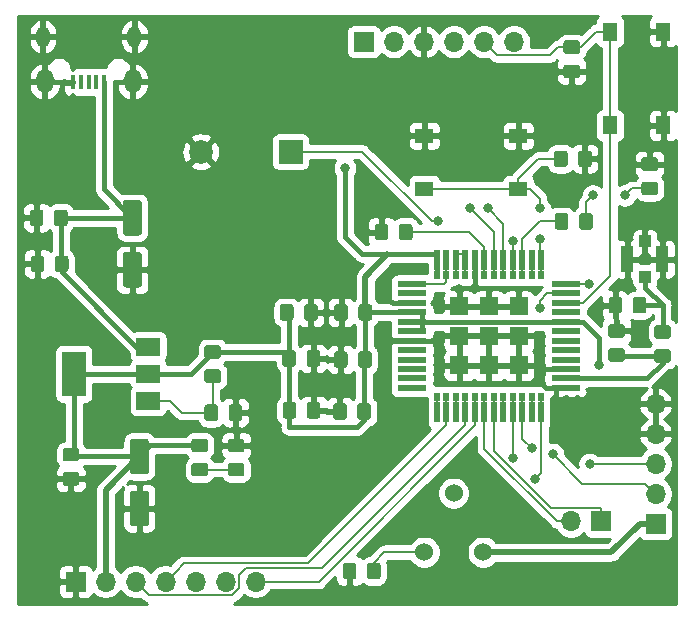
<source format=gbr>
G04 #@! TF.GenerationSoftware,KiCad,Pcbnew,5.1.5-52549c5~84~ubuntu18.04.1*
G04 #@! TF.CreationDate,2020-02-13T09:09:10+01:00*
G04 #@! TF.ProjectId,project,70726f6a-6563-4742-9e6b-696361645f70,rev?*
G04 #@! TF.SameCoordinates,Original*
G04 #@! TF.FileFunction,Copper,L1,Top*
G04 #@! TF.FilePolarity,Positive*
%FSLAX46Y46*%
G04 Gerber Fmt 4.6, Leading zero omitted, Abs format (unit mm)*
G04 Created by KiCad (PCBNEW 5.1.5-52549c5~84~ubuntu18.04.1) date 2020-02-13 09:09:10*
%MOMM*%
%LPD*%
G04 APERTURE LIST*
%ADD10R,0.500000X1.000000*%
%ADD11R,0.500000X0.800000*%
%ADD12R,1.000000X0.500000*%
%ADD13R,0.800000X0.500000*%
%ADD14R,1.600000X1.600000*%
%ADD15C,0.100000*%
%ADD16O,1.700000X1.700000*%
%ADD17R,1.700000X1.700000*%
%ADD18R,2.000000X1.500000*%
%ADD19R,2.000000X3.800000*%
%ADD20R,1.550000X1.300000*%
%ADD21R,1.300000X1.550000*%
%ADD22C,2.000000*%
%ADD23R,2.000000X2.000000*%
%ADD24R,1.000000X1.000000*%
%ADD25R,1.050000X2.200000*%
%ADD26O,1.150000X1.800000*%
%ADD27O,1.450000X2.000000*%
%ADD28R,0.450000X1.300000*%
%ADD29C,1.524000*%
%ADD30C,0.800000*%
%ADD31C,0.400000*%
%ADD32C,0.500000*%
%ADD33C,0.200000*%
%ADD34C,0.254000*%
G04 APERTURE END LIST*
D10*
X84400000Y-68300000D03*
X85200000Y-68300000D03*
D11*
X82000000Y-69150000D03*
X81200000Y-69150000D03*
X80400000Y-69150000D03*
D10*
X82000000Y-68300000D03*
D11*
X79600000Y-69150000D03*
X84400000Y-69150000D03*
X86000000Y-69150000D03*
X85200000Y-69150000D03*
X86800000Y-69150000D03*
D10*
X81200000Y-68300000D03*
X86000000Y-68300000D03*
X87600000Y-68300000D03*
X80400000Y-68300000D03*
D11*
X87600000Y-69150000D03*
D10*
X79600000Y-68300000D03*
X88400000Y-68300000D03*
X86800000Y-68300000D03*
X83600000Y-68300000D03*
D11*
X83600000Y-69150000D03*
X82800000Y-69150000D03*
X88400000Y-69150000D03*
D10*
X82800000Y-68300000D03*
X84400000Y-56100000D03*
X85200000Y-56100000D03*
X86800000Y-56100000D03*
X81200000Y-56100000D03*
D11*
X81200000Y-55250000D03*
D10*
X88400000Y-56100000D03*
D11*
X86000000Y-55250000D03*
X84400000Y-55250000D03*
X87600000Y-55250000D03*
D10*
X87600000Y-56100000D03*
D11*
X80400000Y-55250000D03*
D10*
X82000000Y-56100000D03*
X82800000Y-56100000D03*
D11*
X83600000Y-55250000D03*
X86800000Y-55250000D03*
D10*
X80400000Y-56100000D03*
D11*
X82800000Y-55250000D03*
D10*
X83600000Y-56100000D03*
D11*
X88400000Y-55250000D03*
D10*
X86000000Y-56100000D03*
D11*
X82000000Y-55250000D03*
D10*
X79600000Y-56100000D03*
D11*
X79600000Y-55250000D03*
X85200000Y-55250000D03*
D12*
X90500000Y-62600000D03*
X90500000Y-63400000D03*
X90500000Y-66600000D03*
X90500000Y-61800000D03*
X90500000Y-57800000D03*
X90500000Y-61000000D03*
X90500000Y-58600000D03*
X90500000Y-65800000D03*
X90500000Y-60200000D03*
X90500000Y-59400000D03*
X90500000Y-65000000D03*
X90500000Y-64200000D03*
D13*
X91350000Y-59400000D03*
X91350000Y-65800000D03*
X91350000Y-61800000D03*
X91350000Y-58600000D03*
X91350000Y-63400000D03*
X91350000Y-61000000D03*
X91350000Y-57800000D03*
X91350000Y-64200000D03*
X91350000Y-66600000D03*
X91350000Y-60200000D03*
X91350000Y-65000000D03*
X91350000Y-62600000D03*
X76650000Y-59400000D03*
X76650000Y-63400000D03*
X78350000Y-66600000D03*
D11*
X83600000Y-67400000D03*
D13*
X78350000Y-60200000D03*
D14*
X81500000Y-64700000D03*
D11*
X87600000Y-57000000D03*
X81200000Y-57000000D03*
D13*
X89650000Y-61000000D03*
X78350000Y-58600000D03*
X89650000Y-66600000D03*
X89650000Y-62600000D03*
D11*
X83600000Y-57000000D03*
X82000000Y-67400000D03*
D13*
X78350000Y-59400000D03*
X76650000Y-57800000D03*
D14*
X81500000Y-59700000D03*
D13*
X76650000Y-58600000D03*
X78350000Y-64200000D03*
X89650000Y-57800000D03*
X78350000Y-62600000D03*
D12*
X77500000Y-66600000D03*
D11*
X86800000Y-67400000D03*
X86800000Y-57000000D03*
X84400000Y-57000000D03*
X82800000Y-57000000D03*
X85200000Y-57000000D03*
D13*
X89650000Y-64200000D03*
X89650000Y-58600000D03*
X78350000Y-57800000D03*
D12*
X77500000Y-57800000D03*
D13*
X89650000Y-65000000D03*
D11*
X79600000Y-67400000D03*
D14*
X84000000Y-64700000D03*
D13*
X76650000Y-61000000D03*
X89650000Y-61800000D03*
X78350000Y-65800000D03*
X78350000Y-61800000D03*
D14*
X84000000Y-62200000D03*
D12*
X77500000Y-61800000D03*
X77500000Y-61000000D03*
D13*
X78350000Y-61000000D03*
X78350000Y-65000000D03*
D14*
X86500000Y-59700000D03*
X84000000Y-59700000D03*
D12*
X77500000Y-62600000D03*
D11*
X79600000Y-57000000D03*
X88400000Y-67400000D03*
X88400000Y-57000000D03*
D13*
X89650000Y-59400000D03*
D11*
X82000000Y-57000000D03*
D13*
X89650000Y-65800000D03*
D11*
X85200000Y-67400000D03*
D12*
X77500000Y-60200000D03*
D13*
X76650000Y-65000000D03*
X76650000Y-65800000D03*
D11*
X84400000Y-67400000D03*
D12*
X77500000Y-64200000D03*
X77500000Y-63400000D03*
X77500000Y-59400000D03*
D13*
X78350000Y-63400000D03*
D11*
X81200000Y-67400000D03*
X82800000Y-67400000D03*
D13*
X76650000Y-66600000D03*
D11*
X86000000Y-57000000D03*
X80400000Y-57000000D03*
D14*
X81500000Y-62200000D03*
D11*
X86000000Y-67400000D03*
X87600000Y-67400000D03*
D13*
X89650000Y-60200000D03*
D12*
X77500000Y-58600000D03*
D13*
X76650000Y-62600000D03*
D14*
X86500000Y-62200000D03*
D13*
X89650000Y-63400000D03*
X76650000Y-60200000D03*
D12*
X77500000Y-65000000D03*
D11*
X80400000Y-67400000D03*
D13*
X76650000Y-64200000D03*
X76650000Y-61800000D03*
D12*
X77500000Y-65800000D03*
D14*
X86500000Y-64700000D03*
G04 #@! TA.AperFunction,SMDPad,CuDef*
D15*
G36*
X90499505Y-51801204D02*
G01*
X90523773Y-51804804D01*
X90547572Y-51810765D01*
X90570671Y-51819030D01*
X90592850Y-51829520D01*
X90613893Y-51842132D01*
X90633599Y-51856747D01*
X90651777Y-51873223D01*
X90668253Y-51891401D01*
X90682868Y-51911107D01*
X90695480Y-51932150D01*
X90705970Y-51954329D01*
X90714235Y-51977428D01*
X90720196Y-52001227D01*
X90723796Y-52025495D01*
X90725000Y-52049999D01*
X90725000Y-52950001D01*
X90723796Y-52974505D01*
X90720196Y-52998773D01*
X90714235Y-53022572D01*
X90705970Y-53045671D01*
X90695480Y-53067850D01*
X90682868Y-53088893D01*
X90668253Y-53108599D01*
X90651777Y-53126777D01*
X90633599Y-53143253D01*
X90613893Y-53157868D01*
X90592850Y-53170480D01*
X90570671Y-53180970D01*
X90547572Y-53189235D01*
X90523773Y-53195196D01*
X90499505Y-53198796D01*
X90475001Y-53200000D01*
X89824999Y-53200000D01*
X89800495Y-53198796D01*
X89776227Y-53195196D01*
X89752428Y-53189235D01*
X89729329Y-53180970D01*
X89707150Y-53170480D01*
X89686107Y-53157868D01*
X89666401Y-53143253D01*
X89648223Y-53126777D01*
X89631747Y-53108599D01*
X89617132Y-53088893D01*
X89604520Y-53067850D01*
X89594030Y-53045671D01*
X89585765Y-53022572D01*
X89579804Y-52998773D01*
X89576204Y-52974505D01*
X89575000Y-52950001D01*
X89575000Y-52049999D01*
X89576204Y-52025495D01*
X89579804Y-52001227D01*
X89585765Y-51977428D01*
X89594030Y-51954329D01*
X89604520Y-51932150D01*
X89617132Y-51911107D01*
X89631747Y-51891401D01*
X89648223Y-51873223D01*
X89666401Y-51856747D01*
X89686107Y-51842132D01*
X89707150Y-51829520D01*
X89729329Y-51819030D01*
X89752428Y-51810765D01*
X89776227Y-51804804D01*
X89800495Y-51801204D01*
X89824999Y-51800000D01*
X90475001Y-51800000D01*
X90499505Y-51801204D01*
G37*
G04 #@! TD.AperFunction*
G04 #@! TA.AperFunction,SMDPad,CuDef*
G36*
X92549505Y-51801204D02*
G01*
X92573773Y-51804804D01*
X92597572Y-51810765D01*
X92620671Y-51819030D01*
X92642850Y-51829520D01*
X92663893Y-51842132D01*
X92683599Y-51856747D01*
X92701777Y-51873223D01*
X92718253Y-51891401D01*
X92732868Y-51911107D01*
X92745480Y-51932150D01*
X92755970Y-51954329D01*
X92764235Y-51977428D01*
X92770196Y-52001227D01*
X92773796Y-52025495D01*
X92775000Y-52049999D01*
X92775000Y-52950001D01*
X92773796Y-52974505D01*
X92770196Y-52998773D01*
X92764235Y-53022572D01*
X92755970Y-53045671D01*
X92745480Y-53067850D01*
X92732868Y-53088893D01*
X92718253Y-53108599D01*
X92701777Y-53126777D01*
X92683599Y-53143253D01*
X92663893Y-53157868D01*
X92642850Y-53170480D01*
X92620671Y-53180970D01*
X92597572Y-53189235D01*
X92573773Y-53195196D01*
X92549505Y-53198796D01*
X92525001Y-53200000D01*
X91874999Y-53200000D01*
X91850495Y-53198796D01*
X91826227Y-53195196D01*
X91802428Y-53189235D01*
X91779329Y-53180970D01*
X91757150Y-53170480D01*
X91736107Y-53157868D01*
X91716401Y-53143253D01*
X91698223Y-53126777D01*
X91681747Y-53108599D01*
X91667132Y-53088893D01*
X91654520Y-53067850D01*
X91644030Y-53045671D01*
X91635765Y-53022572D01*
X91629804Y-52998773D01*
X91626204Y-52974505D01*
X91625000Y-52950001D01*
X91625000Y-52049999D01*
X91626204Y-52025495D01*
X91629804Y-52001227D01*
X91635765Y-51977428D01*
X91644030Y-51954329D01*
X91654520Y-51932150D01*
X91667132Y-51911107D01*
X91681747Y-51891401D01*
X91698223Y-51873223D01*
X91716401Y-51856747D01*
X91736107Y-51842132D01*
X91757150Y-51829520D01*
X91779329Y-51819030D01*
X91802428Y-51810765D01*
X91826227Y-51804804D01*
X91850495Y-51801204D01*
X91874999Y-51800000D01*
X92525001Y-51800000D01*
X92549505Y-51801204D01*
G37*
G04 #@! TD.AperFunction*
G04 #@! TA.AperFunction,SMDPad,CuDef*
G36*
X59974505Y-70901204D02*
G01*
X59998773Y-70904804D01*
X60022572Y-70910765D01*
X60045671Y-70919030D01*
X60067850Y-70929520D01*
X60088893Y-70942132D01*
X60108599Y-70956747D01*
X60126777Y-70973223D01*
X60143253Y-70991401D01*
X60157868Y-71011107D01*
X60170480Y-71032150D01*
X60180970Y-71054329D01*
X60189235Y-71077428D01*
X60195196Y-71101227D01*
X60198796Y-71125495D01*
X60200000Y-71149999D01*
X60200000Y-71800001D01*
X60198796Y-71824505D01*
X60195196Y-71848773D01*
X60189235Y-71872572D01*
X60180970Y-71895671D01*
X60170480Y-71917850D01*
X60157868Y-71938893D01*
X60143253Y-71958599D01*
X60126777Y-71976777D01*
X60108599Y-71993253D01*
X60088893Y-72007868D01*
X60067850Y-72020480D01*
X60045671Y-72030970D01*
X60022572Y-72039235D01*
X59998773Y-72045196D01*
X59974505Y-72048796D01*
X59950001Y-72050000D01*
X59049999Y-72050000D01*
X59025495Y-72048796D01*
X59001227Y-72045196D01*
X58977428Y-72039235D01*
X58954329Y-72030970D01*
X58932150Y-72020480D01*
X58911107Y-72007868D01*
X58891401Y-71993253D01*
X58873223Y-71976777D01*
X58856747Y-71958599D01*
X58842132Y-71938893D01*
X58829520Y-71917850D01*
X58819030Y-71895671D01*
X58810765Y-71872572D01*
X58804804Y-71848773D01*
X58801204Y-71824505D01*
X58800000Y-71800001D01*
X58800000Y-71149999D01*
X58801204Y-71125495D01*
X58804804Y-71101227D01*
X58810765Y-71077428D01*
X58819030Y-71054329D01*
X58829520Y-71032150D01*
X58842132Y-71011107D01*
X58856747Y-70991401D01*
X58873223Y-70973223D01*
X58891401Y-70956747D01*
X58911107Y-70942132D01*
X58932150Y-70929520D01*
X58954329Y-70919030D01*
X58977428Y-70910765D01*
X59001227Y-70904804D01*
X59025495Y-70901204D01*
X59049999Y-70900000D01*
X59950001Y-70900000D01*
X59974505Y-70901204D01*
G37*
G04 #@! TD.AperFunction*
G04 #@! TA.AperFunction,SMDPad,CuDef*
G36*
X59974505Y-72951204D02*
G01*
X59998773Y-72954804D01*
X60022572Y-72960765D01*
X60045671Y-72969030D01*
X60067850Y-72979520D01*
X60088893Y-72992132D01*
X60108599Y-73006747D01*
X60126777Y-73023223D01*
X60143253Y-73041401D01*
X60157868Y-73061107D01*
X60170480Y-73082150D01*
X60180970Y-73104329D01*
X60189235Y-73127428D01*
X60195196Y-73151227D01*
X60198796Y-73175495D01*
X60200000Y-73199999D01*
X60200000Y-73850001D01*
X60198796Y-73874505D01*
X60195196Y-73898773D01*
X60189235Y-73922572D01*
X60180970Y-73945671D01*
X60170480Y-73967850D01*
X60157868Y-73988893D01*
X60143253Y-74008599D01*
X60126777Y-74026777D01*
X60108599Y-74043253D01*
X60088893Y-74057868D01*
X60067850Y-74070480D01*
X60045671Y-74080970D01*
X60022572Y-74089235D01*
X59998773Y-74095196D01*
X59974505Y-74098796D01*
X59950001Y-74100000D01*
X59049999Y-74100000D01*
X59025495Y-74098796D01*
X59001227Y-74095196D01*
X58977428Y-74089235D01*
X58954329Y-74080970D01*
X58932150Y-74070480D01*
X58911107Y-74057868D01*
X58891401Y-74043253D01*
X58873223Y-74026777D01*
X58856747Y-74008599D01*
X58842132Y-73988893D01*
X58829520Y-73967850D01*
X58819030Y-73945671D01*
X58810765Y-73922572D01*
X58804804Y-73898773D01*
X58801204Y-73874505D01*
X58800000Y-73850001D01*
X58800000Y-73199999D01*
X58801204Y-73175495D01*
X58804804Y-73151227D01*
X58810765Y-73127428D01*
X58819030Y-73104329D01*
X58829520Y-73082150D01*
X58842132Y-73061107D01*
X58856747Y-73041401D01*
X58873223Y-73023223D01*
X58891401Y-73006747D01*
X58911107Y-72992132D01*
X58932150Y-72979520D01*
X58954329Y-72969030D01*
X58977428Y-72960765D01*
X59001227Y-72954804D01*
X59025495Y-72951204D01*
X59049999Y-72950000D01*
X59950001Y-72950000D01*
X59974505Y-72951204D01*
G37*
G04 #@! TD.AperFunction*
G04 #@! TA.AperFunction,SMDPad,CuDef*
G36*
X63074505Y-72951204D02*
G01*
X63098773Y-72954804D01*
X63122572Y-72960765D01*
X63145671Y-72969030D01*
X63167850Y-72979520D01*
X63188893Y-72992132D01*
X63208599Y-73006747D01*
X63226777Y-73023223D01*
X63243253Y-73041401D01*
X63257868Y-73061107D01*
X63270480Y-73082150D01*
X63280970Y-73104329D01*
X63289235Y-73127428D01*
X63295196Y-73151227D01*
X63298796Y-73175495D01*
X63300000Y-73199999D01*
X63300000Y-73850001D01*
X63298796Y-73874505D01*
X63295196Y-73898773D01*
X63289235Y-73922572D01*
X63280970Y-73945671D01*
X63270480Y-73967850D01*
X63257868Y-73988893D01*
X63243253Y-74008599D01*
X63226777Y-74026777D01*
X63208599Y-74043253D01*
X63188893Y-74057868D01*
X63167850Y-74070480D01*
X63145671Y-74080970D01*
X63122572Y-74089235D01*
X63098773Y-74095196D01*
X63074505Y-74098796D01*
X63050001Y-74100000D01*
X62149999Y-74100000D01*
X62125495Y-74098796D01*
X62101227Y-74095196D01*
X62077428Y-74089235D01*
X62054329Y-74080970D01*
X62032150Y-74070480D01*
X62011107Y-74057868D01*
X61991401Y-74043253D01*
X61973223Y-74026777D01*
X61956747Y-74008599D01*
X61942132Y-73988893D01*
X61929520Y-73967850D01*
X61919030Y-73945671D01*
X61910765Y-73922572D01*
X61904804Y-73898773D01*
X61901204Y-73874505D01*
X61900000Y-73850001D01*
X61900000Y-73199999D01*
X61901204Y-73175495D01*
X61904804Y-73151227D01*
X61910765Y-73127428D01*
X61919030Y-73104329D01*
X61929520Y-73082150D01*
X61942132Y-73061107D01*
X61956747Y-73041401D01*
X61973223Y-73023223D01*
X61991401Y-73006747D01*
X62011107Y-72992132D01*
X62032150Y-72979520D01*
X62054329Y-72969030D01*
X62077428Y-72960765D01*
X62101227Y-72954804D01*
X62125495Y-72951204D01*
X62149999Y-72950000D01*
X63050001Y-72950000D01*
X63074505Y-72951204D01*
G37*
G04 #@! TD.AperFunction*
G04 #@! TA.AperFunction,SMDPad,CuDef*
G36*
X63074505Y-70901204D02*
G01*
X63098773Y-70904804D01*
X63122572Y-70910765D01*
X63145671Y-70919030D01*
X63167850Y-70929520D01*
X63188893Y-70942132D01*
X63208599Y-70956747D01*
X63226777Y-70973223D01*
X63243253Y-70991401D01*
X63257868Y-71011107D01*
X63270480Y-71032150D01*
X63280970Y-71054329D01*
X63289235Y-71077428D01*
X63295196Y-71101227D01*
X63298796Y-71125495D01*
X63300000Y-71149999D01*
X63300000Y-71800001D01*
X63298796Y-71824505D01*
X63295196Y-71848773D01*
X63289235Y-71872572D01*
X63280970Y-71895671D01*
X63270480Y-71917850D01*
X63257868Y-71938893D01*
X63243253Y-71958599D01*
X63226777Y-71976777D01*
X63208599Y-71993253D01*
X63188893Y-72007868D01*
X63167850Y-72020480D01*
X63145671Y-72030970D01*
X63122572Y-72039235D01*
X63098773Y-72045196D01*
X63074505Y-72048796D01*
X63050001Y-72050000D01*
X62149999Y-72050000D01*
X62125495Y-72048796D01*
X62101227Y-72045196D01*
X62077428Y-72039235D01*
X62054329Y-72030970D01*
X62032150Y-72020480D01*
X62011107Y-72007868D01*
X61991401Y-71993253D01*
X61973223Y-71976777D01*
X61956747Y-71958599D01*
X61942132Y-71938893D01*
X61929520Y-71917850D01*
X61919030Y-71895671D01*
X61910765Y-71872572D01*
X61904804Y-71848773D01*
X61901204Y-71824505D01*
X61900000Y-71800001D01*
X61900000Y-71149999D01*
X61901204Y-71125495D01*
X61904804Y-71101227D01*
X61910765Y-71077428D01*
X61919030Y-71054329D01*
X61929520Y-71032150D01*
X61942132Y-71011107D01*
X61956747Y-70991401D01*
X61973223Y-70973223D01*
X61991401Y-70956747D01*
X62011107Y-70942132D01*
X62032150Y-70929520D01*
X62054329Y-70919030D01*
X62077428Y-70910765D01*
X62101227Y-70904804D01*
X62125495Y-70901204D01*
X62149999Y-70900000D01*
X63050001Y-70900000D01*
X63074505Y-70901204D01*
G37*
G04 #@! TD.AperFunction*
D16*
X98100000Y-67940000D03*
X98100000Y-70480000D03*
X98100000Y-73020000D03*
X98100000Y-75560000D03*
D17*
X98100000Y-78100000D03*
D16*
X64240000Y-83000000D03*
X61700000Y-83000000D03*
X59160000Y-83000000D03*
X56620000Y-83000000D03*
X54080000Y-83000000D03*
X51540000Y-83000000D03*
D17*
X49000000Y-83000000D03*
D16*
X90960000Y-77900000D03*
D17*
X93500000Y-77900000D03*
D16*
X86100000Y-37300000D03*
X83560000Y-37300000D03*
X81020000Y-37300000D03*
X78480000Y-37300000D03*
X75940000Y-37300000D03*
D17*
X73400000Y-37300000D03*
G04 #@! TA.AperFunction,SMDPad,CuDef*
D15*
G36*
X95049505Y-58901204D02*
G01*
X95073773Y-58904804D01*
X95097572Y-58910765D01*
X95120671Y-58919030D01*
X95142850Y-58929520D01*
X95163893Y-58942132D01*
X95183599Y-58956747D01*
X95201777Y-58973223D01*
X95218253Y-58991401D01*
X95232868Y-59011107D01*
X95245480Y-59032150D01*
X95255970Y-59054329D01*
X95264235Y-59077428D01*
X95270196Y-59101227D01*
X95273796Y-59125495D01*
X95275000Y-59149999D01*
X95275000Y-60050001D01*
X95273796Y-60074505D01*
X95270196Y-60098773D01*
X95264235Y-60122572D01*
X95255970Y-60145671D01*
X95245480Y-60167850D01*
X95232868Y-60188893D01*
X95218253Y-60208599D01*
X95201777Y-60226777D01*
X95183599Y-60243253D01*
X95163893Y-60257868D01*
X95142850Y-60270480D01*
X95120671Y-60280970D01*
X95097572Y-60289235D01*
X95073773Y-60295196D01*
X95049505Y-60298796D01*
X95025001Y-60300000D01*
X94374999Y-60300000D01*
X94350495Y-60298796D01*
X94326227Y-60295196D01*
X94302428Y-60289235D01*
X94279329Y-60280970D01*
X94257150Y-60270480D01*
X94236107Y-60257868D01*
X94216401Y-60243253D01*
X94198223Y-60226777D01*
X94181747Y-60208599D01*
X94167132Y-60188893D01*
X94154520Y-60167850D01*
X94144030Y-60145671D01*
X94135765Y-60122572D01*
X94129804Y-60098773D01*
X94126204Y-60074505D01*
X94125000Y-60050001D01*
X94125000Y-59149999D01*
X94126204Y-59125495D01*
X94129804Y-59101227D01*
X94135765Y-59077428D01*
X94144030Y-59054329D01*
X94154520Y-59032150D01*
X94167132Y-59011107D01*
X94181747Y-58991401D01*
X94198223Y-58973223D01*
X94216401Y-58956747D01*
X94236107Y-58942132D01*
X94257150Y-58929520D01*
X94279329Y-58919030D01*
X94302428Y-58910765D01*
X94326227Y-58904804D01*
X94350495Y-58901204D01*
X94374999Y-58900000D01*
X95025001Y-58900000D01*
X95049505Y-58901204D01*
G37*
G04 #@! TD.AperFunction*
G04 #@! TA.AperFunction,SMDPad,CuDef*
G36*
X97099505Y-58901204D02*
G01*
X97123773Y-58904804D01*
X97147572Y-58910765D01*
X97170671Y-58919030D01*
X97192850Y-58929520D01*
X97213893Y-58942132D01*
X97233599Y-58956747D01*
X97251777Y-58973223D01*
X97268253Y-58991401D01*
X97282868Y-59011107D01*
X97295480Y-59032150D01*
X97305970Y-59054329D01*
X97314235Y-59077428D01*
X97320196Y-59101227D01*
X97323796Y-59125495D01*
X97325000Y-59149999D01*
X97325000Y-60050001D01*
X97323796Y-60074505D01*
X97320196Y-60098773D01*
X97314235Y-60122572D01*
X97305970Y-60145671D01*
X97295480Y-60167850D01*
X97282868Y-60188893D01*
X97268253Y-60208599D01*
X97251777Y-60226777D01*
X97233599Y-60243253D01*
X97213893Y-60257868D01*
X97192850Y-60270480D01*
X97170671Y-60280970D01*
X97147572Y-60289235D01*
X97123773Y-60295196D01*
X97099505Y-60298796D01*
X97075001Y-60300000D01*
X96424999Y-60300000D01*
X96400495Y-60298796D01*
X96376227Y-60295196D01*
X96352428Y-60289235D01*
X96329329Y-60280970D01*
X96307150Y-60270480D01*
X96286107Y-60257868D01*
X96266401Y-60243253D01*
X96248223Y-60226777D01*
X96231747Y-60208599D01*
X96217132Y-60188893D01*
X96204520Y-60167850D01*
X96194030Y-60145671D01*
X96185765Y-60122572D01*
X96179804Y-60098773D01*
X96176204Y-60074505D01*
X96175000Y-60050001D01*
X96175000Y-59149999D01*
X96176204Y-59125495D01*
X96179804Y-59101227D01*
X96185765Y-59077428D01*
X96194030Y-59054329D01*
X96204520Y-59032150D01*
X96217132Y-59011107D01*
X96231747Y-58991401D01*
X96248223Y-58973223D01*
X96266401Y-58956747D01*
X96286107Y-58942132D01*
X96307150Y-58929520D01*
X96329329Y-58919030D01*
X96352428Y-58910765D01*
X96376227Y-58904804D01*
X96400495Y-58901204D01*
X96424999Y-58900000D01*
X97075001Y-58900000D01*
X97099505Y-58901204D01*
G37*
G04 #@! TD.AperFunction*
G04 #@! TA.AperFunction,SMDPad,CuDef*
G36*
X95274505Y-61201204D02*
G01*
X95298773Y-61204804D01*
X95322572Y-61210765D01*
X95345671Y-61219030D01*
X95367850Y-61229520D01*
X95388893Y-61242132D01*
X95408599Y-61256747D01*
X95426777Y-61273223D01*
X95443253Y-61291401D01*
X95457868Y-61311107D01*
X95470480Y-61332150D01*
X95480970Y-61354329D01*
X95489235Y-61377428D01*
X95495196Y-61401227D01*
X95498796Y-61425495D01*
X95500000Y-61449999D01*
X95500000Y-62100001D01*
X95498796Y-62124505D01*
X95495196Y-62148773D01*
X95489235Y-62172572D01*
X95480970Y-62195671D01*
X95470480Y-62217850D01*
X95457868Y-62238893D01*
X95443253Y-62258599D01*
X95426777Y-62276777D01*
X95408599Y-62293253D01*
X95388893Y-62307868D01*
X95367850Y-62320480D01*
X95345671Y-62330970D01*
X95322572Y-62339235D01*
X95298773Y-62345196D01*
X95274505Y-62348796D01*
X95250001Y-62350000D01*
X94349999Y-62350000D01*
X94325495Y-62348796D01*
X94301227Y-62345196D01*
X94277428Y-62339235D01*
X94254329Y-62330970D01*
X94232150Y-62320480D01*
X94211107Y-62307868D01*
X94191401Y-62293253D01*
X94173223Y-62276777D01*
X94156747Y-62258599D01*
X94142132Y-62238893D01*
X94129520Y-62217850D01*
X94119030Y-62195671D01*
X94110765Y-62172572D01*
X94104804Y-62148773D01*
X94101204Y-62124505D01*
X94100000Y-62100001D01*
X94100000Y-61449999D01*
X94101204Y-61425495D01*
X94104804Y-61401227D01*
X94110765Y-61377428D01*
X94119030Y-61354329D01*
X94129520Y-61332150D01*
X94142132Y-61311107D01*
X94156747Y-61291401D01*
X94173223Y-61273223D01*
X94191401Y-61256747D01*
X94211107Y-61242132D01*
X94232150Y-61229520D01*
X94254329Y-61219030D01*
X94277428Y-61210765D01*
X94301227Y-61204804D01*
X94325495Y-61201204D01*
X94349999Y-61200000D01*
X95250001Y-61200000D01*
X95274505Y-61201204D01*
G37*
G04 #@! TD.AperFunction*
G04 #@! TA.AperFunction,SMDPad,CuDef*
G36*
X95274505Y-63251204D02*
G01*
X95298773Y-63254804D01*
X95322572Y-63260765D01*
X95345671Y-63269030D01*
X95367850Y-63279520D01*
X95388893Y-63292132D01*
X95408599Y-63306747D01*
X95426777Y-63323223D01*
X95443253Y-63341401D01*
X95457868Y-63361107D01*
X95470480Y-63382150D01*
X95480970Y-63404329D01*
X95489235Y-63427428D01*
X95495196Y-63451227D01*
X95498796Y-63475495D01*
X95500000Y-63499999D01*
X95500000Y-64150001D01*
X95498796Y-64174505D01*
X95495196Y-64198773D01*
X95489235Y-64222572D01*
X95480970Y-64245671D01*
X95470480Y-64267850D01*
X95457868Y-64288893D01*
X95443253Y-64308599D01*
X95426777Y-64326777D01*
X95408599Y-64343253D01*
X95388893Y-64357868D01*
X95367850Y-64370480D01*
X95345671Y-64380970D01*
X95322572Y-64389235D01*
X95298773Y-64395196D01*
X95274505Y-64398796D01*
X95250001Y-64400000D01*
X94349999Y-64400000D01*
X94325495Y-64398796D01*
X94301227Y-64395196D01*
X94277428Y-64389235D01*
X94254329Y-64380970D01*
X94232150Y-64370480D01*
X94211107Y-64357868D01*
X94191401Y-64343253D01*
X94173223Y-64326777D01*
X94156747Y-64308599D01*
X94142132Y-64288893D01*
X94129520Y-64267850D01*
X94119030Y-64245671D01*
X94110765Y-64222572D01*
X94104804Y-64198773D01*
X94101204Y-64174505D01*
X94100000Y-64150001D01*
X94100000Y-63499999D01*
X94101204Y-63475495D01*
X94104804Y-63451227D01*
X94110765Y-63427428D01*
X94119030Y-63404329D01*
X94129520Y-63382150D01*
X94142132Y-63361107D01*
X94156747Y-63341401D01*
X94173223Y-63323223D01*
X94191401Y-63306747D01*
X94211107Y-63292132D01*
X94232150Y-63279520D01*
X94254329Y-63269030D01*
X94277428Y-63260765D01*
X94301227Y-63254804D01*
X94325495Y-63251204D01*
X94349999Y-63250000D01*
X95250001Y-63250000D01*
X95274505Y-63251204D01*
G37*
G04 #@! TD.AperFunction*
G04 #@! TA.AperFunction,SMDPad,CuDef*
G36*
X69474505Y-63401204D02*
G01*
X69498773Y-63404804D01*
X69522572Y-63410765D01*
X69545671Y-63419030D01*
X69567850Y-63429520D01*
X69588893Y-63442132D01*
X69608599Y-63456747D01*
X69626777Y-63473223D01*
X69643253Y-63491401D01*
X69657868Y-63511107D01*
X69670480Y-63532150D01*
X69680970Y-63554329D01*
X69689235Y-63577428D01*
X69695196Y-63601227D01*
X69698796Y-63625495D01*
X69700000Y-63649999D01*
X69700000Y-64550001D01*
X69698796Y-64574505D01*
X69695196Y-64598773D01*
X69689235Y-64622572D01*
X69680970Y-64645671D01*
X69670480Y-64667850D01*
X69657868Y-64688893D01*
X69643253Y-64708599D01*
X69626777Y-64726777D01*
X69608599Y-64743253D01*
X69588893Y-64757868D01*
X69567850Y-64770480D01*
X69545671Y-64780970D01*
X69522572Y-64789235D01*
X69498773Y-64795196D01*
X69474505Y-64798796D01*
X69450001Y-64800000D01*
X68799999Y-64800000D01*
X68775495Y-64798796D01*
X68751227Y-64795196D01*
X68727428Y-64789235D01*
X68704329Y-64780970D01*
X68682150Y-64770480D01*
X68661107Y-64757868D01*
X68641401Y-64743253D01*
X68623223Y-64726777D01*
X68606747Y-64708599D01*
X68592132Y-64688893D01*
X68579520Y-64667850D01*
X68569030Y-64645671D01*
X68560765Y-64622572D01*
X68554804Y-64598773D01*
X68551204Y-64574505D01*
X68550000Y-64550001D01*
X68550000Y-63649999D01*
X68551204Y-63625495D01*
X68554804Y-63601227D01*
X68560765Y-63577428D01*
X68569030Y-63554329D01*
X68579520Y-63532150D01*
X68592132Y-63511107D01*
X68606747Y-63491401D01*
X68623223Y-63473223D01*
X68641401Y-63456747D01*
X68661107Y-63442132D01*
X68682150Y-63429520D01*
X68704329Y-63419030D01*
X68727428Y-63410765D01*
X68751227Y-63404804D01*
X68775495Y-63401204D01*
X68799999Y-63400000D01*
X69450001Y-63400000D01*
X69474505Y-63401204D01*
G37*
G04 #@! TD.AperFunction*
G04 #@! TA.AperFunction,SMDPad,CuDef*
G36*
X67424505Y-63401204D02*
G01*
X67448773Y-63404804D01*
X67472572Y-63410765D01*
X67495671Y-63419030D01*
X67517850Y-63429520D01*
X67538893Y-63442132D01*
X67558599Y-63456747D01*
X67576777Y-63473223D01*
X67593253Y-63491401D01*
X67607868Y-63511107D01*
X67620480Y-63532150D01*
X67630970Y-63554329D01*
X67639235Y-63577428D01*
X67645196Y-63601227D01*
X67648796Y-63625495D01*
X67650000Y-63649999D01*
X67650000Y-64550001D01*
X67648796Y-64574505D01*
X67645196Y-64598773D01*
X67639235Y-64622572D01*
X67630970Y-64645671D01*
X67620480Y-64667850D01*
X67607868Y-64688893D01*
X67593253Y-64708599D01*
X67576777Y-64726777D01*
X67558599Y-64743253D01*
X67538893Y-64757868D01*
X67517850Y-64770480D01*
X67495671Y-64780970D01*
X67472572Y-64789235D01*
X67448773Y-64795196D01*
X67424505Y-64798796D01*
X67400001Y-64800000D01*
X66749999Y-64800000D01*
X66725495Y-64798796D01*
X66701227Y-64795196D01*
X66677428Y-64789235D01*
X66654329Y-64780970D01*
X66632150Y-64770480D01*
X66611107Y-64757868D01*
X66591401Y-64743253D01*
X66573223Y-64726777D01*
X66556747Y-64708599D01*
X66542132Y-64688893D01*
X66529520Y-64667850D01*
X66519030Y-64645671D01*
X66510765Y-64622572D01*
X66504804Y-64598773D01*
X66501204Y-64574505D01*
X66500000Y-64550001D01*
X66500000Y-63649999D01*
X66501204Y-63625495D01*
X66504804Y-63601227D01*
X66510765Y-63577428D01*
X66519030Y-63554329D01*
X66529520Y-63532150D01*
X66542132Y-63511107D01*
X66556747Y-63491401D01*
X66573223Y-63473223D01*
X66591401Y-63456747D01*
X66611107Y-63442132D01*
X66632150Y-63429520D01*
X66654329Y-63419030D01*
X66677428Y-63410765D01*
X66701227Y-63404804D01*
X66725495Y-63401204D01*
X66749999Y-63400000D01*
X67400001Y-63400000D01*
X67424505Y-63401204D01*
G37*
G04 #@! TD.AperFunction*
G04 #@! TA.AperFunction,SMDPad,CuDef*
G36*
X90424505Y-46501204D02*
G01*
X90448773Y-46504804D01*
X90472572Y-46510765D01*
X90495671Y-46519030D01*
X90517850Y-46529520D01*
X90538893Y-46542132D01*
X90558599Y-46556747D01*
X90576777Y-46573223D01*
X90593253Y-46591401D01*
X90607868Y-46611107D01*
X90620480Y-46632150D01*
X90630970Y-46654329D01*
X90639235Y-46677428D01*
X90645196Y-46701227D01*
X90648796Y-46725495D01*
X90650000Y-46749999D01*
X90650000Y-47650001D01*
X90648796Y-47674505D01*
X90645196Y-47698773D01*
X90639235Y-47722572D01*
X90630970Y-47745671D01*
X90620480Y-47767850D01*
X90607868Y-47788893D01*
X90593253Y-47808599D01*
X90576777Y-47826777D01*
X90558599Y-47843253D01*
X90538893Y-47857868D01*
X90517850Y-47870480D01*
X90495671Y-47880970D01*
X90472572Y-47889235D01*
X90448773Y-47895196D01*
X90424505Y-47898796D01*
X90400001Y-47900000D01*
X89749999Y-47900000D01*
X89725495Y-47898796D01*
X89701227Y-47895196D01*
X89677428Y-47889235D01*
X89654329Y-47880970D01*
X89632150Y-47870480D01*
X89611107Y-47857868D01*
X89591401Y-47843253D01*
X89573223Y-47826777D01*
X89556747Y-47808599D01*
X89542132Y-47788893D01*
X89529520Y-47767850D01*
X89519030Y-47745671D01*
X89510765Y-47722572D01*
X89504804Y-47698773D01*
X89501204Y-47674505D01*
X89500000Y-47650001D01*
X89500000Y-46749999D01*
X89501204Y-46725495D01*
X89504804Y-46701227D01*
X89510765Y-46677428D01*
X89519030Y-46654329D01*
X89529520Y-46632150D01*
X89542132Y-46611107D01*
X89556747Y-46591401D01*
X89573223Y-46573223D01*
X89591401Y-46556747D01*
X89611107Y-46542132D01*
X89632150Y-46529520D01*
X89654329Y-46519030D01*
X89677428Y-46510765D01*
X89701227Y-46504804D01*
X89725495Y-46501204D01*
X89749999Y-46500000D01*
X90400001Y-46500000D01*
X90424505Y-46501204D01*
G37*
G04 #@! TD.AperFunction*
G04 #@! TA.AperFunction,SMDPad,CuDef*
G36*
X92474505Y-46501204D02*
G01*
X92498773Y-46504804D01*
X92522572Y-46510765D01*
X92545671Y-46519030D01*
X92567850Y-46529520D01*
X92588893Y-46542132D01*
X92608599Y-46556747D01*
X92626777Y-46573223D01*
X92643253Y-46591401D01*
X92657868Y-46611107D01*
X92670480Y-46632150D01*
X92680970Y-46654329D01*
X92689235Y-46677428D01*
X92695196Y-46701227D01*
X92698796Y-46725495D01*
X92700000Y-46749999D01*
X92700000Y-47650001D01*
X92698796Y-47674505D01*
X92695196Y-47698773D01*
X92689235Y-47722572D01*
X92680970Y-47745671D01*
X92670480Y-47767850D01*
X92657868Y-47788893D01*
X92643253Y-47808599D01*
X92626777Y-47826777D01*
X92608599Y-47843253D01*
X92588893Y-47857868D01*
X92567850Y-47870480D01*
X92545671Y-47880970D01*
X92522572Y-47889235D01*
X92498773Y-47895196D01*
X92474505Y-47898796D01*
X92450001Y-47900000D01*
X91799999Y-47900000D01*
X91775495Y-47898796D01*
X91751227Y-47895196D01*
X91727428Y-47889235D01*
X91704329Y-47880970D01*
X91682150Y-47870480D01*
X91661107Y-47857868D01*
X91641401Y-47843253D01*
X91623223Y-47826777D01*
X91606747Y-47808599D01*
X91592132Y-47788893D01*
X91579520Y-47767850D01*
X91569030Y-47745671D01*
X91560765Y-47722572D01*
X91554804Y-47698773D01*
X91551204Y-47674505D01*
X91550000Y-47650001D01*
X91550000Y-46749999D01*
X91551204Y-46725495D01*
X91554804Y-46701227D01*
X91560765Y-46677428D01*
X91569030Y-46654329D01*
X91579520Y-46632150D01*
X91592132Y-46611107D01*
X91606747Y-46591401D01*
X91623223Y-46573223D01*
X91641401Y-46556747D01*
X91661107Y-46542132D01*
X91682150Y-46529520D01*
X91704329Y-46519030D01*
X91727428Y-46510765D01*
X91751227Y-46504804D01*
X91775495Y-46501204D01*
X91799999Y-46500000D01*
X92450001Y-46500000D01*
X92474505Y-46501204D01*
G37*
G04 #@! TD.AperFunction*
G04 #@! TA.AperFunction,SMDPad,CuDef*
G36*
X49074505Y-73726204D02*
G01*
X49098773Y-73729804D01*
X49122572Y-73735765D01*
X49145671Y-73744030D01*
X49167850Y-73754520D01*
X49188893Y-73767132D01*
X49208599Y-73781747D01*
X49226777Y-73798223D01*
X49243253Y-73816401D01*
X49257868Y-73836107D01*
X49270480Y-73857150D01*
X49280970Y-73879329D01*
X49289235Y-73902428D01*
X49295196Y-73926227D01*
X49298796Y-73950495D01*
X49300000Y-73974999D01*
X49300000Y-74625001D01*
X49298796Y-74649505D01*
X49295196Y-74673773D01*
X49289235Y-74697572D01*
X49280970Y-74720671D01*
X49270480Y-74742850D01*
X49257868Y-74763893D01*
X49243253Y-74783599D01*
X49226777Y-74801777D01*
X49208599Y-74818253D01*
X49188893Y-74832868D01*
X49167850Y-74845480D01*
X49145671Y-74855970D01*
X49122572Y-74864235D01*
X49098773Y-74870196D01*
X49074505Y-74873796D01*
X49050001Y-74875000D01*
X48149999Y-74875000D01*
X48125495Y-74873796D01*
X48101227Y-74870196D01*
X48077428Y-74864235D01*
X48054329Y-74855970D01*
X48032150Y-74845480D01*
X48011107Y-74832868D01*
X47991401Y-74818253D01*
X47973223Y-74801777D01*
X47956747Y-74783599D01*
X47942132Y-74763893D01*
X47929520Y-74742850D01*
X47919030Y-74720671D01*
X47910765Y-74697572D01*
X47904804Y-74673773D01*
X47901204Y-74649505D01*
X47900000Y-74625001D01*
X47900000Y-73974999D01*
X47901204Y-73950495D01*
X47904804Y-73926227D01*
X47910765Y-73902428D01*
X47919030Y-73879329D01*
X47929520Y-73857150D01*
X47942132Y-73836107D01*
X47956747Y-73816401D01*
X47973223Y-73798223D01*
X47991401Y-73781747D01*
X48011107Y-73767132D01*
X48032150Y-73754520D01*
X48054329Y-73744030D01*
X48077428Y-73735765D01*
X48101227Y-73729804D01*
X48125495Y-73726204D01*
X48149999Y-73725000D01*
X49050001Y-73725000D01*
X49074505Y-73726204D01*
G37*
G04 #@! TD.AperFunction*
G04 #@! TA.AperFunction,SMDPad,CuDef*
G36*
X49074505Y-71676204D02*
G01*
X49098773Y-71679804D01*
X49122572Y-71685765D01*
X49145671Y-71694030D01*
X49167850Y-71704520D01*
X49188893Y-71717132D01*
X49208599Y-71731747D01*
X49226777Y-71748223D01*
X49243253Y-71766401D01*
X49257868Y-71786107D01*
X49270480Y-71807150D01*
X49280970Y-71829329D01*
X49289235Y-71852428D01*
X49295196Y-71876227D01*
X49298796Y-71900495D01*
X49300000Y-71924999D01*
X49300000Y-72575001D01*
X49298796Y-72599505D01*
X49295196Y-72623773D01*
X49289235Y-72647572D01*
X49280970Y-72670671D01*
X49270480Y-72692850D01*
X49257868Y-72713893D01*
X49243253Y-72733599D01*
X49226777Y-72751777D01*
X49208599Y-72768253D01*
X49188893Y-72782868D01*
X49167850Y-72795480D01*
X49145671Y-72805970D01*
X49122572Y-72814235D01*
X49098773Y-72820196D01*
X49074505Y-72823796D01*
X49050001Y-72825000D01*
X48149999Y-72825000D01*
X48125495Y-72823796D01*
X48101227Y-72820196D01*
X48077428Y-72814235D01*
X48054329Y-72805970D01*
X48032150Y-72795480D01*
X48011107Y-72782868D01*
X47991401Y-72768253D01*
X47973223Y-72751777D01*
X47956747Y-72733599D01*
X47942132Y-72713893D01*
X47929520Y-72692850D01*
X47919030Y-72670671D01*
X47910765Y-72647572D01*
X47904804Y-72623773D01*
X47901204Y-72599505D01*
X47900000Y-72575001D01*
X47900000Y-71924999D01*
X47901204Y-71900495D01*
X47904804Y-71876227D01*
X47910765Y-71852428D01*
X47919030Y-71829329D01*
X47929520Y-71807150D01*
X47942132Y-71786107D01*
X47956747Y-71766401D01*
X47973223Y-71748223D01*
X47991401Y-71731747D01*
X48011107Y-71717132D01*
X48032150Y-71704520D01*
X48054329Y-71694030D01*
X48077428Y-71685765D01*
X48101227Y-71679804D01*
X48125495Y-71676204D01*
X48149999Y-71675000D01*
X49050001Y-71675000D01*
X49074505Y-71676204D01*
G37*
G04 #@! TD.AperFunction*
D18*
X55150000Y-67700000D03*
X55150000Y-63100000D03*
X55150000Y-65400000D03*
D19*
X48850000Y-65400000D03*
D20*
X78525000Y-45250000D03*
X78525000Y-49750000D03*
X86475000Y-49750000D03*
X86475000Y-45250000D03*
D21*
X94250000Y-44375000D03*
X98750000Y-44375000D03*
X98750000Y-36425000D03*
X94250000Y-36425000D03*
G04 #@! TA.AperFunction,SMDPad,CuDef*
D15*
G36*
X62874505Y-68001204D02*
G01*
X62898773Y-68004804D01*
X62922572Y-68010765D01*
X62945671Y-68019030D01*
X62967850Y-68029520D01*
X62988893Y-68042132D01*
X63008599Y-68056747D01*
X63026777Y-68073223D01*
X63043253Y-68091401D01*
X63057868Y-68111107D01*
X63070480Y-68132150D01*
X63080970Y-68154329D01*
X63089235Y-68177428D01*
X63095196Y-68201227D01*
X63098796Y-68225495D01*
X63100000Y-68249999D01*
X63100000Y-69150001D01*
X63098796Y-69174505D01*
X63095196Y-69198773D01*
X63089235Y-69222572D01*
X63080970Y-69245671D01*
X63070480Y-69267850D01*
X63057868Y-69288893D01*
X63043253Y-69308599D01*
X63026777Y-69326777D01*
X63008599Y-69343253D01*
X62988893Y-69357868D01*
X62967850Y-69370480D01*
X62945671Y-69380970D01*
X62922572Y-69389235D01*
X62898773Y-69395196D01*
X62874505Y-69398796D01*
X62850001Y-69400000D01*
X62199999Y-69400000D01*
X62175495Y-69398796D01*
X62151227Y-69395196D01*
X62127428Y-69389235D01*
X62104329Y-69380970D01*
X62082150Y-69370480D01*
X62061107Y-69357868D01*
X62041401Y-69343253D01*
X62023223Y-69326777D01*
X62006747Y-69308599D01*
X61992132Y-69288893D01*
X61979520Y-69267850D01*
X61969030Y-69245671D01*
X61960765Y-69222572D01*
X61954804Y-69198773D01*
X61951204Y-69174505D01*
X61950000Y-69150001D01*
X61950000Y-68249999D01*
X61951204Y-68225495D01*
X61954804Y-68201227D01*
X61960765Y-68177428D01*
X61969030Y-68154329D01*
X61979520Y-68132150D01*
X61992132Y-68111107D01*
X62006747Y-68091401D01*
X62023223Y-68073223D01*
X62041401Y-68056747D01*
X62061107Y-68042132D01*
X62082150Y-68029520D01*
X62104329Y-68019030D01*
X62127428Y-68010765D01*
X62151227Y-68004804D01*
X62175495Y-68001204D01*
X62199999Y-68000000D01*
X62850001Y-68000000D01*
X62874505Y-68001204D01*
G37*
G04 #@! TD.AperFunction*
G04 #@! TA.AperFunction,SMDPad,CuDef*
G36*
X60824505Y-68001204D02*
G01*
X60848773Y-68004804D01*
X60872572Y-68010765D01*
X60895671Y-68019030D01*
X60917850Y-68029520D01*
X60938893Y-68042132D01*
X60958599Y-68056747D01*
X60976777Y-68073223D01*
X60993253Y-68091401D01*
X61007868Y-68111107D01*
X61020480Y-68132150D01*
X61030970Y-68154329D01*
X61039235Y-68177428D01*
X61045196Y-68201227D01*
X61048796Y-68225495D01*
X61050000Y-68249999D01*
X61050000Y-69150001D01*
X61048796Y-69174505D01*
X61045196Y-69198773D01*
X61039235Y-69222572D01*
X61030970Y-69245671D01*
X61020480Y-69267850D01*
X61007868Y-69288893D01*
X60993253Y-69308599D01*
X60976777Y-69326777D01*
X60958599Y-69343253D01*
X60938893Y-69357868D01*
X60917850Y-69370480D01*
X60895671Y-69380970D01*
X60872572Y-69389235D01*
X60848773Y-69395196D01*
X60824505Y-69398796D01*
X60800001Y-69400000D01*
X60149999Y-69400000D01*
X60125495Y-69398796D01*
X60101227Y-69395196D01*
X60077428Y-69389235D01*
X60054329Y-69380970D01*
X60032150Y-69370480D01*
X60011107Y-69357868D01*
X59991401Y-69343253D01*
X59973223Y-69326777D01*
X59956747Y-69308599D01*
X59942132Y-69288893D01*
X59929520Y-69267850D01*
X59919030Y-69245671D01*
X59910765Y-69222572D01*
X59904804Y-69198773D01*
X59901204Y-69174505D01*
X59900000Y-69150001D01*
X59900000Y-68249999D01*
X59901204Y-68225495D01*
X59904804Y-68201227D01*
X59910765Y-68177428D01*
X59919030Y-68154329D01*
X59929520Y-68132150D01*
X59942132Y-68111107D01*
X59956747Y-68091401D01*
X59973223Y-68073223D01*
X59991401Y-68056747D01*
X60011107Y-68042132D01*
X60032150Y-68029520D01*
X60054329Y-68019030D01*
X60077428Y-68010765D01*
X60101227Y-68004804D01*
X60125495Y-68001204D01*
X60149999Y-68000000D01*
X60800001Y-68000000D01*
X60824505Y-68001204D01*
G37*
G04 #@! TD.AperFunction*
G04 #@! TA.AperFunction,SMDPad,CuDef*
G36*
X61074505Y-65026204D02*
G01*
X61098773Y-65029804D01*
X61122572Y-65035765D01*
X61145671Y-65044030D01*
X61167850Y-65054520D01*
X61188893Y-65067132D01*
X61208599Y-65081747D01*
X61226777Y-65098223D01*
X61243253Y-65116401D01*
X61257868Y-65136107D01*
X61270480Y-65157150D01*
X61280970Y-65179329D01*
X61289235Y-65202428D01*
X61295196Y-65226227D01*
X61298796Y-65250495D01*
X61300000Y-65274999D01*
X61300000Y-65925001D01*
X61298796Y-65949505D01*
X61295196Y-65973773D01*
X61289235Y-65997572D01*
X61280970Y-66020671D01*
X61270480Y-66042850D01*
X61257868Y-66063893D01*
X61243253Y-66083599D01*
X61226777Y-66101777D01*
X61208599Y-66118253D01*
X61188893Y-66132868D01*
X61167850Y-66145480D01*
X61145671Y-66155970D01*
X61122572Y-66164235D01*
X61098773Y-66170196D01*
X61074505Y-66173796D01*
X61050001Y-66175000D01*
X60149999Y-66175000D01*
X60125495Y-66173796D01*
X60101227Y-66170196D01*
X60077428Y-66164235D01*
X60054329Y-66155970D01*
X60032150Y-66145480D01*
X60011107Y-66132868D01*
X59991401Y-66118253D01*
X59973223Y-66101777D01*
X59956747Y-66083599D01*
X59942132Y-66063893D01*
X59929520Y-66042850D01*
X59919030Y-66020671D01*
X59910765Y-65997572D01*
X59904804Y-65973773D01*
X59901204Y-65949505D01*
X59900000Y-65925001D01*
X59900000Y-65274999D01*
X59901204Y-65250495D01*
X59904804Y-65226227D01*
X59910765Y-65202428D01*
X59919030Y-65179329D01*
X59929520Y-65157150D01*
X59942132Y-65136107D01*
X59956747Y-65116401D01*
X59973223Y-65098223D01*
X59991401Y-65081747D01*
X60011107Y-65067132D01*
X60032150Y-65054520D01*
X60054329Y-65044030D01*
X60077428Y-65035765D01*
X60101227Y-65029804D01*
X60125495Y-65026204D01*
X60149999Y-65025000D01*
X61050001Y-65025000D01*
X61074505Y-65026204D01*
G37*
G04 #@! TD.AperFunction*
G04 #@! TA.AperFunction,SMDPad,CuDef*
G36*
X61074505Y-62976204D02*
G01*
X61098773Y-62979804D01*
X61122572Y-62985765D01*
X61145671Y-62994030D01*
X61167850Y-63004520D01*
X61188893Y-63017132D01*
X61208599Y-63031747D01*
X61226777Y-63048223D01*
X61243253Y-63066401D01*
X61257868Y-63086107D01*
X61270480Y-63107150D01*
X61280970Y-63129329D01*
X61289235Y-63152428D01*
X61295196Y-63176227D01*
X61298796Y-63200495D01*
X61300000Y-63224999D01*
X61300000Y-63875001D01*
X61298796Y-63899505D01*
X61295196Y-63923773D01*
X61289235Y-63947572D01*
X61280970Y-63970671D01*
X61270480Y-63992850D01*
X61257868Y-64013893D01*
X61243253Y-64033599D01*
X61226777Y-64051777D01*
X61208599Y-64068253D01*
X61188893Y-64082868D01*
X61167850Y-64095480D01*
X61145671Y-64105970D01*
X61122572Y-64114235D01*
X61098773Y-64120196D01*
X61074505Y-64123796D01*
X61050001Y-64125000D01*
X60149999Y-64125000D01*
X60125495Y-64123796D01*
X60101227Y-64120196D01*
X60077428Y-64114235D01*
X60054329Y-64105970D01*
X60032150Y-64095480D01*
X60011107Y-64082868D01*
X59991401Y-64068253D01*
X59973223Y-64051777D01*
X59956747Y-64033599D01*
X59942132Y-64013893D01*
X59929520Y-63992850D01*
X59919030Y-63970671D01*
X59910765Y-63947572D01*
X59904804Y-63923773D01*
X59901204Y-63899505D01*
X59900000Y-63875001D01*
X59900000Y-63224999D01*
X59901204Y-63200495D01*
X59904804Y-63176227D01*
X59910765Y-63152428D01*
X59919030Y-63129329D01*
X59929520Y-63107150D01*
X59942132Y-63086107D01*
X59956747Y-63066401D01*
X59973223Y-63048223D01*
X59991401Y-63031747D01*
X60011107Y-63017132D01*
X60032150Y-63004520D01*
X60054329Y-62994030D01*
X60077428Y-62985765D01*
X60101227Y-62979804D01*
X60125495Y-62976204D01*
X60149999Y-62975000D01*
X61050001Y-62975000D01*
X61074505Y-62976204D01*
G37*
G04 #@! TD.AperFunction*
G04 #@! TA.AperFunction,SMDPad,CuDef*
G36*
X75249505Y-52701204D02*
G01*
X75273773Y-52704804D01*
X75297572Y-52710765D01*
X75320671Y-52719030D01*
X75342850Y-52729520D01*
X75363893Y-52742132D01*
X75383599Y-52756747D01*
X75401777Y-52773223D01*
X75418253Y-52791401D01*
X75432868Y-52811107D01*
X75445480Y-52832150D01*
X75455970Y-52854329D01*
X75464235Y-52877428D01*
X75470196Y-52901227D01*
X75473796Y-52925495D01*
X75475000Y-52949999D01*
X75475000Y-53850001D01*
X75473796Y-53874505D01*
X75470196Y-53898773D01*
X75464235Y-53922572D01*
X75455970Y-53945671D01*
X75445480Y-53967850D01*
X75432868Y-53988893D01*
X75418253Y-54008599D01*
X75401777Y-54026777D01*
X75383599Y-54043253D01*
X75363893Y-54057868D01*
X75342850Y-54070480D01*
X75320671Y-54080970D01*
X75297572Y-54089235D01*
X75273773Y-54095196D01*
X75249505Y-54098796D01*
X75225001Y-54100000D01*
X74574999Y-54100000D01*
X74550495Y-54098796D01*
X74526227Y-54095196D01*
X74502428Y-54089235D01*
X74479329Y-54080970D01*
X74457150Y-54070480D01*
X74436107Y-54057868D01*
X74416401Y-54043253D01*
X74398223Y-54026777D01*
X74381747Y-54008599D01*
X74367132Y-53988893D01*
X74354520Y-53967850D01*
X74344030Y-53945671D01*
X74335765Y-53922572D01*
X74329804Y-53898773D01*
X74326204Y-53874505D01*
X74325000Y-53850001D01*
X74325000Y-52949999D01*
X74326204Y-52925495D01*
X74329804Y-52901227D01*
X74335765Y-52877428D01*
X74344030Y-52854329D01*
X74354520Y-52832150D01*
X74367132Y-52811107D01*
X74381747Y-52791401D01*
X74398223Y-52773223D01*
X74416401Y-52756747D01*
X74436107Y-52742132D01*
X74457150Y-52729520D01*
X74479329Y-52719030D01*
X74502428Y-52710765D01*
X74526227Y-52704804D01*
X74550495Y-52701204D01*
X74574999Y-52700000D01*
X75225001Y-52700000D01*
X75249505Y-52701204D01*
G37*
G04 #@! TD.AperFunction*
G04 #@! TA.AperFunction,SMDPad,CuDef*
G36*
X77299505Y-52701204D02*
G01*
X77323773Y-52704804D01*
X77347572Y-52710765D01*
X77370671Y-52719030D01*
X77392850Y-52729520D01*
X77413893Y-52742132D01*
X77433599Y-52756747D01*
X77451777Y-52773223D01*
X77468253Y-52791401D01*
X77482868Y-52811107D01*
X77495480Y-52832150D01*
X77505970Y-52854329D01*
X77514235Y-52877428D01*
X77520196Y-52901227D01*
X77523796Y-52925495D01*
X77525000Y-52949999D01*
X77525000Y-53850001D01*
X77523796Y-53874505D01*
X77520196Y-53898773D01*
X77514235Y-53922572D01*
X77505970Y-53945671D01*
X77495480Y-53967850D01*
X77482868Y-53988893D01*
X77468253Y-54008599D01*
X77451777Y-54026777D01*
X77433599Y-54043253D01*
X77413893Y-54057868D01*
X77392850Y-54070480D01*
X77370671Y-54080970D01*
X77347572Y-54089235D01*
X77323773Y-54095196D01*
X77299505Y-54098796D01*
X77275001Y-54100000D01*
X76624999Y-54100000D01*
X76600495Y-54098796D01*
X76576227Y-54095196D01*
X76552428Y-54089235D01*
X76529329Y-54080970D01*
X76507150Y-54070480D01*
X76486107Y-54057868D01*
X76466401Y-54043253D01*
X76448223Y-54026777D01*
X76431747Y-54008599D01*
X76417132Y-53988893D01*
X76404520Y-53967850D01*
X76394030Y-53945671D01*
X76385765Y-53922572D01*
X76379804Y-53898773D01*
X76376204Y-53874505D01*
X76375000Y-53850001D01*
X76375000Y-52949999D01*
X76376204Y-52925495D01*
X76379804Y-52901227D01*
X76385765Y-52877428D01*
X76394030Y-52854329D01*
X76404520Y-52832150D01*
X76417132Y-52811107D01*
X76431747Y-52791401D01*
X76448223Y-52773223D01*
X76466401Y-52756747D01*
X76486107Y-52742132D01*
X76507150Y-52729520D01*
X76529329Y-52719030D01*
X76552428Y-52710765D01*
X76576227Y-52704804D01*
X76600495Y-52701204D01*
X76624999Y-52700000D01*
X77275001Y-52700000D01*
X77299505Y-52701204D01*
G37*
G04 #@! TD.AperFunction*
D22*
X59600000Y-46600000D03*
D23*
X67200000Y-46600000D03*
D24*
X97200000Y-57200000D03*
X97200000Y-54200000D03*
D25*
X98675000Y-55700000D03*
X95725000Y-55700000D03*
D26*
X46225000Y-36850000D03*
X53975000Y-36850000D03*
D27*
X46375000Y-40650000D03*
X53825000Y-40650000D03*
D28*
X48800000Y-40700000D03*
X49450000Y-40700000D03*
X50100000Y-40700000D03*
X50750000Y-40700000D03*
X51400000Y-40700000D03*
G04 #@! TA.AperFunction,SMDPad,CuDef*
D15*
G36*
X98074505Y-49126204D02*
G01*
X98098773Y-49129804D01*
X98122572Y-49135765D01*
X98145671Y-49144030D01*
X98167850Y-49154520D01*
X98188893Y-49167132D01*
X98208599Y-49181747D01*
X98226777Y-49198223D01*
X98243253Y-49216401D01*
X98257868Y-49236107D01*
X98270480Y-49257150D01*
X98280970Y-49279329D01*
X98289235Y-49302428D01*
X98295196Y-49326227D01*
X98298796Y-49350495D01*
X98300000Y-49374999D01*
X98300000Y-50025001D01*
X98298796Y-50049505D01*
X98295196Y-50073773D01*
X98289235Y-50097572D01*
X98280970Y-50120671D01*
X98270480Y-50142850D01*
X98257868Y-50163893D01*
X98243253Y-50183599D01*
X98226777Y-50201777D01*
X98208599Y-50218253D01*
X98188893Y-50232868D01*
X98167850Y-50245480D01*
X98145671Y-50255970D01*
X98122572Y-50264235D01*
X98098773Y-50270196D01*
X98074505Y-50273796D01*
X98050001Y-50275000D01*
X97149999Y-50275000D01*
X97125495Y-50273796D01*
X97101227Y-50270196D01*
X97077428Y-50264235D01*
X97054329Y-50255970D01*
X97032150Y-50245480D01*
X97011107Y-50232868D01*
X96991401Y-50218253D01*
X96973223Y-50201777D01*
X96956747Y-50183599D01*
X96942132Y-50163893D01*
X96929520Y-50142850D01*
X96919030Y-50120671D01*
X96910765Y-50097572D01*
X96904804Y-50073773D01*
X96901204Y-50049505D01*
X96900000Y-50025001D01*
X96900000Y-49374999D01*
X96901204Y-49350495D01*
X96904804Y-49326227D01*
X96910765Y-49302428D01*
X96919030Y-49279329D01*
X96929520Y-49257150D01*
X96942132Y-49236107D01*
X96956747Y-49216401D01*
X96973223Y-49198223D01*
X96991401Y-49181747D01*
X97011107Y-49167132D01*
X97032150Y-49154520D01*
X97054329Y-49144030D01*
X97077428Y-49135765D01*
X97101227Y-49129804D01*
X97125495Y-49126204D01*
X97149999Y-49125000D01*
X98050001Y-49125000D01*
X98074505Y-49126204D01*
G37*
G04 #@! TD.AperFunction*
G04 #@! TA.AperFunction,SMDPad,CuDef*
G36*
X98074505Y-47076204D02*
G01*
X98098773Y-47079804D01*
X98122572Y-47085765D01*
X98145671Y-47094030D01*
X98167850Y-47104520D01*
X98188893Y-47117132D01*
X98208599Y-47131747D01*
X98226777Y-47148223D01*
X98243253Y-47166401D01*
X98257868Y-47186107D01*
X98270480Y-47207150D01*
X98280970Y-47229329D01*
X98289235Y-47252428D01*
X98295196Y-47276227D01*
X98298796Y-47300495D01*
X98300000Y-47324999D01*
X98300000Y-47975001D01*
X98298796Y-47999505D01*
X98295196Y-48023773D01*
X98289235Y-48047572D01*
X98280970Y-48070671D01*
X98270480Y-48092850D01*
X98257868Y-48113893D01*
X98243253Y-48133599D01*
X98226777Y-48151777D01*
X98208599Y-48168253D01*
X98188893Y-48182868D01*
X98167850Y-48195480D01*
X98145671Y-48205970D01*
X98122572Y-48214235D01*
X98098773Y-48220196D01*
X98074505Y-48223796D01*
X98050001Y-48225000D01*
X97149999Y-48225000D01*
X97125495Y-48223796D01*
X97101227Y-48220196D01*
X97077428Y-48214235D01*
X97054329Y-48205970D01*
X97032150Y-48195480D01*
X97011107Y-48182868D01*
X96991401Y-48168253D01*
X96973223Y-48151777D01*
X96956747Y-48133599D01*
X96942132Y-48113893D01*
X96929520Y-48092850D01*
X96919030Y-48070671D01*
X96910765Y-48047572D01*
X96904804Y-48023773D01*
X96901204Y-47999505D01*
X96900000Y-47975001D01*
X96900000Y-47324999D01*
X96901204Y-47300495D01*
X96904804Y-47276227D01*
X96910765Y-47252428D01*
X96919030Y-47229329D01*
X96929520Y-47207150D01*
X96942132Y-47186107D01*
X96956747Y-47166401D01*
X96973223Y-47148223D01*
X96991401Y-47131747D01*
X97011107Y-47117132D01*
X97032150Y-47104520D01*
X97054329Y-47094030D01*
X97077428Y-47085765D01*
X97101227Y-47079804D01*
X97125495Y-47076204D01*
X97149999Y-47075000D01*
X98050001Y-47075000D01*
X98074505Y-47076204D01*
G37*
G04 #@! TD.AperFunction*
G04 #@! TA.AperFunction,SMDPad,CuDef*
G36*
X69274505Y-59501204D02*
G01*
X69298773Y-59504804D01*
X69322572Y-59510765D01*
X69345671Y-59519030D01*
X69367850Y-59529520D01*
X69388893Y-59542132D01*
X69408599Y-59556747D01*
X69426777Y-59573223D01*
X69443253Y-59591401D01*
X69457868Y-59611107D01*
X69470480Y-59632150D01*
X69480970Y-59654329D01*
X69489235Y-59677428D01*
X69495196Y-59701227D01*
X69498796Y-59725495D01*
X69500000Y-59749999D01*
X69500000Y-60650001D01*
X69498796Y-60674505D01*
X69495196Y-60698773D01*
X69489235Y-60722572D01*
X69480970Y-60745671D01*
X69470480Y-60767850D01*
X69457868Y-60788893D01*
X69443253Y-60808599D01*
X69426777Y-60826777D01*
X69408599Y-60843253D01*
X69388893Y-60857868D01*
X69367850Y-60870480D01*
X69345671Y-60880970D01*
X69322572Y-60889235D01*
X69298773Y-60895196D01*
X69274505Y-60898796D01*
X69250001Y-60900000D01*
X68599999Y-60900000D01*
X68575495Y-60898796D01*
X68551227Y-60895196D01*
X68527428Y-60889235D01*
X68504329Y-60880970D01*
X68482150Y-60870480D01*
X68461107Y-60857868D01*
X68441401Y-60843253D01*
X68423223Y-60826777D01*
X68406747Y-60808599D01*
X68392132Y-60788893D01*
X68379520Y-60767850D01*
X68369030Y-60745671D01*
X68360765Y-60722572D01*
X68354804Y-60698773D01*
X68351204Y-60674505D01*
X68350000Y-60650001D01*
X68350000Y-59749999D01*
X68351204Y-59725495D01*
X68354804Y-59701227D01*
X68360765Y-59677428D01*
X68369030Y-59654329D01*
X68379520Y-59632150D01*
X68392132Y-59611107D01*
X68406747Y-59591401D01*
X68423223Y-59573223D01*
X68441401Y-59556747D01*
X68461107Y-59542132D01*
X68482150Y-59529520D01*
X68504329Y-59519030D01*
X68527428Y-59510765D01*
X68551227Y-59504804D01*
X68575495Y-59501204D01*
X68599999Y-59500000D01*
X69250001Y-59500000D01*
X69274505Y-59501204D01*
G37*
G04 #@! TD.AperFunction*
G04 #@! TA.AperFunction,SMDPad,CuDef*
G36*
X67224505Y-59501204D02*
G01*
X67248773Y-59504804D01*
X67272572Y-59510765D01*
X67295671Y-59519030D01*
X67317850Y-59529520D01*
X67338893Y-59542132D01*
X67358599Y-59556747D01*
X67376777Y-59573223D01*
X67393253Y-59591401D01*
X67407868Y-59611107D01*
X67420480Y-59632150D01*
X67430970Y-59654329D01*
X67439235Y-59677428D01*
X67445196Y-59701227D01*
X67448796Y-59725495D01*
X67450000Y-59749999D01*
X67450000Y-60650001D01*
X67448796Y-60674505D01*
X67445196Y-60698773D01*
X67439235Y-60722572D01*
X67430970Y-60745671D01*
X67420480Y-60767850D01*
X67407868Y-60788893D01*
X67393253Y-60808599D01*
X67376777Y-60826777D01*
X67358599Y-60843253D01*
X67338893Y-60857868D01*
X67317850Y-60870480D01*
X67295671Y-60880970D01*
X67272572Y-60889235D01*
X67248773Y-60895196D01*
X67224505Y-60898796D01*
X67200001Y-60900000D01*
X66549999Y-60900000D01*
X66525495Y-60898796D01*
X66501227Y-60895196D01*
X66477428Y-60889235D01*
X66454329Y-60880970D01*
X66432150Y-60870480D01*
X66411107Y-60857868D01*
X66391401Y-60843253D01*
X66373223Y-60826777D01*
X66356747Y-60808599D01*
X66342132Y-60788893D01*
X66329520Y-60767850D01*
X66319030Y-60745671D01*
X66310765Y-60722572D01*
X66304804Y-60698773D01*
X66301204Y-60674505D01*
X66300000Y-60650001D01*
X66300000Y-59749999D01*
X66301204Y-59725495D01*
X66304804Y-59701227D01*
X66310765Y-59677428D01*
X66319030Y-59654329D01*
X66329520Y-59632150D01*
X66342132Y-59611107D01*
X66356747Y-59591401D01*
X66373223Y-59573223D01*
X66391401Y-59556747D01*
X66411107Y-59542132D01*
X66432150Y-59529520D01*
X66454329Y-59519030D01*
X66477428Y-59510765D01*
X66501227Y-59504804D01*
X66525495Y-59501204D01*
X66549999Y-59500000D01*
X67200001Y-59500000D01*
X67224505Y-59501204D01*
G37*
G04 #@! TD.AperFunction*
G04 #@! TA.AperFunction,SMDPad,CuDef*
G36*
X99174505Y-63326204D02*
G01*
X99198773Y-63329804D01*
X99222572Y-63335765D01*
X99245671Y-63344030D01*
X99267850Y-63354520D01*
X99288893Y-63367132D01*
X99308599Y-63381747D01*
X99326777Y-63398223D01*
X99343253Y-63416401D01*
X99357868Y-63436107D01*
X99370480Y-63457150D01*
X99380970Y-63479329D01*
X99389235Y-63502428D01*
X99395196Y-63526227D01*
X99398796Y-63550495D01*
X99400000Y-63574999D01*
X99400000Y-64225001D01*
X99398796Y-64249505D01*
X99395196Y-64273773D01*
X99389235Y-64297572D01*
X99380970Y-64320671D01*
X99370480Y-64342850D01*
X99357868Y-64363893D01*
X99343253Y-64383599D01*
X99326777Y-64401777D01*
X99308599Y-64418253D01*
X99288893Y-64432868D01*
X99267850Y-64445480D01*
X99245671Y-64455970D01*
X99222572Y-64464235D01*
X99198773Y-64470196D01*
X99174505Y-64473796D01*
X99150001Y-64475000D01*
X98249999Y-64475000D01*
X98225495Y-64473796D01*
X98201227Y-64470196D01*
X98177428Y-64464235D01*
X98154329Y-64455970D01*
X98132150Y-64445480D01*
X98111107Y-64432868D01*
X98091401Y-64418253D01*
X98073223Y-64401777D01*
X98056747Y-64383599D01*
X98042132Y-64363893D01*
X98029520Y-64342850D01*
X98019030Y-64320671D01*
X98010765Y-64297572D01*
X98004804Y-64273773D01*
X98001204Y-64249505D01*
X98000000Y-64225001D01*
X98000000Y-63574999D01*
X98001204Y-63550495D01*
X98004804Y-63526227D01*
X98010765Y-63502428D01*
X98019030Y-63479329D01*
X98029520Y-63457150D01*
X98042132Y-63436107D01*
X98056747Y-63416401D01*
X98073223Y-63398223D01*
X98091401Y-63381747D01*
X98111107Y-63367132D01*
X98132150Y-63354520D01*
X98154329Y-63344030D01*
X98177428Y-63335765D01*
X98201227Y-63329804D01*
X98225495Y-63326204D01*
X98249999Y-63325000D01*
X99150001Y-63325000D01*
X99174505Y-63326204D01*
G37*
G04 #@! TD.AperFunction*
G04 #@! TA.AperFunction,SMDPad,CuDef*
G36*
X99174505Y-61276204D02*
G01*
X99198773Y-61279804D01*
X99222572Y-61285765D01*
X99245671Y-61294030D01*
X99267850Y-61304520D01*
X99288893Y-61317132D01*
X99308599Y-61331747D01*
X99326777Y-61348223D01*
X99343253Y-61366401D01*
X99357868Y-61386107D01*
X99370480Y-61407150D01*
X99380970Y-61429329D01*
X99389235Y-61452428D01*
X99395196Y-61476227D01*
X99398796Y-61500495D01*
X99400000Y-61524999D01*
X99400000Y-62175001D01*
X99398796Y-62199505D01*
X99395196Y-62223773D01*
X99389235Y-62247572D01*
X99380970Y-62270671D01*
X99370480Y-62292850D01*
X99357868Y-62313893D01*
X99343253Y-62333599D01*
X99326777Y-62351777D01*
X99308599Y-62368253D01*
X99288893Y-62382868D01*
X99267850Y-62395480D01*
X99245671Y-62405970D01*
X99222572Y-62414235D01*
X99198773Y-62420196D01*
X99174505Y-62423796D01*
X99150001Y-62425000D01*
X98249999Y-62425000D01*
X98225495Y-62423796D01*
X98201227Y-62420196D01*
X98177428Y-62414235D01*
X98154329Y-62405970D01*
X98132150Y-62395480D01*
X98111107Y-62382868D01*
X98091401Y-62368253D01*
X98073223Y-62351777D01*
X98056747Y-62333599D01*
X98042132Y-62313893D01*
X98029520Y-62292850D01*
X98019030Y-62270671D01*
X98010765Y-62247572D01*
X98004804Y-62223773D01*
X98001204Y-62199505D01*
X98000000Y-62175001D01*
X98000000Y-61524999D01*
X98001204Y-61500495D01*
X98004804Y-61476227D01*
X98010765Y-61452428D01*
X98019030Y-61429329D01*
X98029520Y-61407150D01*
X98042132Y-61386107D01*
X98056747Y-61366401D01*
X98073223Y-61348223D01*
X98091401Y-61331747D01*
X98111107Y-61317132D01*
X98132150Y-61304520D01*
X98154329Y-61294030D01*
X98177428Y-61285765D01*
X98201227Y-61279804D01*
X98225495Y-61276204D01*
X98249999Y-61275000D01*
X99150001Y-61275000D01*
X99174505Y-61276204D01*
G37*
G04 #@! TD.AperFunction*
G04 #@! TA.AperFunction,SMDPad,CuDef*
G36*
X69499505Y-67801204D02*
G01*
X69523773Y-67804804D01*
X69547572Y-67810765D01*
X69570671Y-67819030D01*
X69592850Y-67829520D01*
X69613893Y-67842132D01*
X69633599Y-67856747D01*
X69651777Y-67873223D01*
X69668253Y-67891401D01*
X69682868Y-67911107D01*
X69695480Y-67932150D01*
X69705970Y-67954329D01*
X69714235Y-67977428D01*
X69720196Y-68001227D01*
X69723796Y-68025495D01*
X69725000Y-68049999D01*
X69725000Y-68950001D01*
X69723796Y-68974505D01*
X69720196Y-68998773D01*
X69714235Y-69022572D01*
X69705970Y-69045671D01*
X69695480Y-69067850D01*
X69682868Y-69088893D01*
X69668253Y-69108599D01*
X69651777Y-69126777D01*
X69633599Y-69143253D01*
X69613893Y-69157868D01*
X69592850Y-69170480D01*
X69570671Y-69180970D01*
X69547572Y-69189235D01*
X69523773Y-69195196D01*
X69499505Y-69198796D01*
X69475001Y-69200000D01*
X68824999Y-69200000D01*
X68800495Y-69198796D01*
X68776227Y-69195196D01*
X68752428Y-69189235D01*
X68729329Y-69180970D01*
X68707150Y-69170480D01*
X68686107Y-69157868D01*
X68666401Y-69143253D01*
X68648223Y-69126777D01*
X68631747Y-69108599D01*
X68617132Y-69088893D01*
X68604520Y-69067850D01*
X68594030Y-69045671D01*
X68585765Y-69022572D01*
X68579804Y-68998773D01*
X68576204Y-68974505D01*
X68575000Y-68950001D01*
X68575000Y-68049999D01*
X68576204Y-68025495D01*
X68579804Y-68001227D01*
X68585765Y-67977428D01*
X68594030Y-67954329D01*
X68604520Y-67932150D01*
X68617132Y-67911107D01*
X68631747Y-67891401D01*
X68648223Y-67873223D01*
X68666401Y-67856747D01*
X68686107Y-67842132D01*
X68707150Y-67829520D01*
X68729329Y-67819030D01*
X68752428Y-67810765D01*
X68776227Y-67804804D01*
X68800495Y-67801204D01*
X68824999Y-67800000D01*
X69475001Y-67800000D01*
X69499505Y-67801204D01*
G37*
G04 #@! TD.AperFunction*
G04 #@! TA.AperFunction,SMDPad,CuDef*
G36*
X67449505Y-67801204D02*
G01*
X67473773Y-67804804D01*
X67497572Y-67810765D01*
X67520671Y-67819030D01*
X67542850Y-67829520D01*
X67563893Y-67842132D01*
X67583599Y-67856747D01*
X67601777Y-67873223D01*
X67618253Y-67891401D01*
X67632868Y-67911107D01*
X67645480Y-67932150D01*
X67655970Y-67954329D01*
X67664235Y-67977428D01*
X67670196Y-68001227D01*
X67673796Y-68025495D01*
X67675000Y-68049999D01*
X67675000Y-68950001D01*
X67673796Y-68974505D01*
X67670196Y-68998773D01*
X67664235Y-69022572D01*
X67655970Y-69045671D01*
X67645480Y-69067850D01*
X67632868Y-69088893D01*
X67618253Y-69108599D01*
X67601777Y-69126777D01*
X67583599Y-69143253D01*
X67563893Y-69157868D01*
X67542850Y-69170480D01*
X67520671Y-69180970D01*
X67497572Y-69189235D01*
X67473773Y-69195196D01*
X67449505Y-69198796D01*
X67425001Y-69200000D01*
X66774999Y-69200000D01*
X66750495Y-69198796D01*
X66726227Y-69195196D01*
X66702428Y-69189235D01*
X66679329Y-69180970D01*
X66657150Y-69170480D01*
X66636107Y-69157868D01*
X66616401Y-69143253D01*
X66598223Y-69126777D01*
X66581747Y-69108599D01*
X66567132Y-69088893D01*
X66554520Y-69067850D01*
X66544030Y-69045671D01*
X66535765Y-69022572D01*
X66529804Y-68998773D01*
X66526204Y-68974505D01*
X66525000Y-68950001D01*
X66525000Y-68049999D01*
X66526204Y-68025495D01*
X66529804Y-68001227D01*
X66535765Y-67977428D01*
X66544030Y-67954329D01*
X66554520Y-67932150D01*
X66567132Y-67911107D01*
X66581747Y-67891401D01*
X66598223Y-67873223D01*
X66616401Y-67856747D01*
X66636107Y-67842132D01*
X66657150Y-67829520D01*
X66679329Y-67819030D01*
X66702428Y-67810765D01*
X66726227Y-67804804D01*
X66750495Y-67801204D01*
X66774999Y-67800000D01*
X67425001Y-67800000D01*
X67449505Y-67801204D01*
G37*
G04 #@! TD.AperFunction*
G04 #@! TA.AperFunction,SMDPad,CuDef*
G36*
X71724505Y-67901204D02*
G01*
X71748773Y-67904804D01*
X71772572Y-67910765D01*
X71795671Y-67919030D01*
X71817850Y-67929520D01*
X71838893Y-67942132D01*
X71858599Y-67956747D01*
X71876777Y-67973223D01*
X71893253Y-67991401D01*
X71907868Y-68011107D01*
X71920480Y-68032150D01*
X71930970Y-68054329D01*
X71939235Y-68077428D01*
X71945196Y-68101227D01*
X71948796Y-68125495D01*
X71950000Y-68149999D01*
X71950000Y-69050001D01*
X71948796Y-69074505D01*
X71945196Y-69098773D01*
X71939235Y-69122572D01*
X71930970Y-69145671D01*
X71920480Y-69167850D01*
X71907868Y-69188893D01*
X71893253Y-69208599D01*
X71876777Y-69226777D01*
X71858599Y-69243253D01*
X71838893Y-69257868D01*
X71817850Y-69270480D01*
X71795671Y-69280970D01*
X71772572Y-69289235D01*
X71748773Y-69295196D01*
X71724505Y-69298796D01*
X71700001Y-69300000D01*
X71049999Y-69300000D01*
X71025495Y-69298796D01*
X71001227Y-69295196D01*
X70977428Y-69289235D01*
X70954329Y-69280970D01*
X70932150Y-69270480D01*
X70911107Y-69257868D01*
X70891401Y-69243253D01*
X70873223Y-69226777D01*
X70856747Y-69208599D01*
X70842132Y-69188893D01*
X70829520Y-69167850D01*
X70819030Y-69145671D01*
X70810765Y-69122572D01*
X70804804Y-69098773D01*
X70801204Y-69074505D01*
X70800000Y-69050001D01*
X70800000Y-68149999D01*
X70801204Y-68125495D01*
X70804804Y-68101227D01*
X70810765Y-68077428D01*
X70819030Y-68054329D01*
X70829520Y-68032150D01*
X70842132Y-68011107D01*
X70856747Y-67991401D01*
X70873223Y-67973223D01*
X70891401Y-67956747D01*
X70911107Y-67942132D01*
X70932150Y-67929520D01*
X70954329Y-67919030D01*
X70977428Y-67910765D01*
X71001227Y-67904804D01*
X71025495Y-67901204D01*
X71049999Y-67900000D01*
X71700001Y-67900000D01*
X71724505Y-67901204D01*
G37*
G04 #@! TD.AperFunction*
G04 #@! TA.AperFunction,SMDPad,CuDef*
G36*
X73774505Y-67901204D02*
G01*
X73798773Y-67904804D01*
X73822572Y-67910765D01*
X73845671Y-67919030D01*
X73867850Y-67929520D01*
X73888893Y-67942132D01*
X73908599Y-67956747D01*
X73926777Y-67973223D01*
X73943253Y-67991401D01*
X73957868Y-68011107D01*
X73970480Y-68032150D01*
X73980970Y-68054329D01*
X73989235Y-68077428D01*
X73995196Y-68101227D01*
X73998796Y-68125495D01*
X74000000Y-68149999D01*
X74000000Y-69050001D01*
X73998796Y-69074505D01*
X73995196Y-69098773D01*
X73989235Y-69122572D01*
X73980970Y-69145671D01*
X73970480Y-69167850D01*
X73957868Y-69188893D01*
X73943253Y-69208599D01*
X73926777Y-69226777D01*
X73908599Y-69243253D01*
X73888893Y-69257868D01*
X73867850Y-69270480D01*
X73845671Y-69280970D01*
X73822572Y-69289235D01*
X73798773Y-69295196D01*
X73774505Y-69298796D01*
X73750001Y-69300000D01*
X73099999Y-69300000D01*
X73075495Y-69298796D01*
X73051227Y-69295196D01*
X73027428Y-69289235D01*
X73004329Y-69280970D01*
X72982150Y-69270480D01*
X72961107Y-69257868D01*
X72941401Y-69243253D01*
X72923223Y-69226777D01*
X72906747Y-69208599D01*
X72892132Y-69188893D01*
X72879520Y-69167850D01*
X72869030Y-69145671D01*
X72860765Y-69122572D01*
X72854804Y-69098773D01*
X72851204Y-69074505D01*
X72850000Y-69050001D01*
X72850000Y-68149999D01*
X72851204Y-68125495D01*
X72854804Y-68101227D01*
X72860765Y-68077428D01*
X72869030Y-68054329D01*
X72879520Y-68032150D01*
X72892132Y-68011107D01*
X72906747Y-67991401D01*
X72923223Y-67973223D01*
X72941401Y-67956747D01*
X72961107Y-67942132D01*
X72982150Y-67929520D01*
X73004329Y-67919030D01*
X73027428Y-67910765D01*
X73051227Y-67904804D01*
X73075495Y-67901204D01*
X73099999Y-67900000D01*
X73750001Y-67900000D01*
X73774505Y-67901204D01*
G37*
G04 #@! TD.AperFunction*
G04 #@! TA.AperFunction,SMDPad,CuDef*
G36*
X54974504Y-75301204D02*
G01*
X54998773Y-75304804D01*
X55022571Y-75310765D01*
X55045671Y-75319030D01*
X55067849Y-75329520D01*
X55088893Y-75342133D01*
X55108598Y-75356747D01*
X55126777Y-75373223D01*
X55143253Y-75391402D01*
X55157867Y-75411107D01*
X55170480Y-75432151D01*
X55180970Y-75454329D01*
X55189235Y-75477429D01*
X55195196Y-75501227D01*
X55198796Y-75525496D01*
X55200000Y-75550000D01*
X55200000Y-78050000D01*
X55198796Y-78074504D01*
X55195196Y-78098773D01*
X55189235Y-78122571D01*
X55180970Y-78145671D01*
X55170480Y-78167849D01*
X55157867Y-78188893D01*
X55143253Y-78208598D01*
X55126777Y-78226777D01*
X55108598Y-78243253D01*
X55088893Y-78257867D01*
X55067849Y-78270480D01*
X55045671Y-78280970D01*
X55022571Y-78289235D01*
X54998773Y-78295196D01*
X54974504Y-78298796D01*
X54950000Y-78300000D01*
X53850000Y-78300000D01*
X53825496Y-78298796D01*
X53801227Y-78295196D01*
X53777429Y-78289235D01*
X53754329Y-78280970D01*
X53732151Y-78270480D01*
X53711107Y-78257867D01*
X53691402Y-78243253D01*
X53673223Y-78226777D01*
X53656747Y-78208598D01*
X53642133Y-78188893D01*
X53629520Y-78167849D01*
X53619030Y-78145671D01*
X53610765Y-78122571D01*
X53604804Y-78098773D01*
X53601204Y-78074504D01*
X53600000Y-78050000D01*
X53600000Y-75550000D01*
X53601204Y-75525496D01*
X53604804Y-75501227D01*
X53610765Y-75477429D01*
X53619030Y-75454329D01*
X53629520Y-75432151D01*
X53642133Y-75411107D01*
X53656747Y-75391402D01*
X53673223Y-75373223D01*
X53691402Y-75356747D01*
X53711107Y-75342133D01*
X53732151Y-75329520D01*
X53754329Y-75319030D01*
X53777429Y-75310765D01*
X53801227Y-75304804D01*
X53825496Y-75301204D01*
X53850000Y-75300000D01*
X54950000Y-75300000D01*
X54974504Y-75301204D01*
G37*
G04 #@! TD.AperFunction*
G04 #@! TA.AperFunction,SMDPad,CuDef*
G36*
X54974504Y-70901204D02*
G01*
X54998773Y-70904804D01*
X55022571Y-70910765D01*
X55045671Y-70919030D01*
X55067849Y-70929520D01*
X55088893Y-70942133D01*
X55108598Y-70956747D01*
X55126777Y-70973223D01*
X55143253Y-70991402D01*
X55157867Y-71011107D01*
X55170480Y-71032151D01*
X55180970Y-71054329D01*
X55189235Y-71077429D01*
X55195196Y-71101227D01*
X55198796Y-71125496D01*
X55200000Y-71150000D01*
X55200000Y-73650000D01*
X55198796Y-73674504D01*
X55195196Y-73698773D01*
X55189235Y-73722571D01*
X55180970Y-73745671D01*
X55170480Y-73767849D01*
X55157867Y-73788893D01*
X55143253Y-73808598D01*
X55126777Y-73826777D01*
X55108598Y-73843253D01*
X55088893Y-73857867D01*
X55067849Y-73870480D01*
X55045671Y-73880970D01*
X55022571Y-73889235D01*
X54998773Y-73895196D01*
X54974504Y-73898796D01*
X54950000Y-73900000D01*
X53850000Y-73900000D01*
X53825496Y-73898796D01*
X53801227Y-73895196D01*
X53777429Y-73889235D01*
X53754329Y-73880970D01*
X53732151Y-73870480D01*
X53711107Y-73857867D01*
X53691402Y-73843253D01*
X53673223Y-73826777D01*
X53656747Y-73808598D01*
X53642133Y-73788893D01*
X53629520Y-73767849D01*
X53619030Y-73745671D01*
X53610765Y-73722571D01*
X53604804Y-73698773D01*
X53601204Y-73674504D01*
X53600000Y-73650000D01*
X53600000Y-71150000D01*
X53601204Y-71125496D01*
X53604804Y-71101227D01*
X53610765Y-71077429D01*
X53619030Y-71054329D01*
X53629520Y-71032151D01*
X53642133Y-71011107D01*
X53656747Y-70991402D01*
X53673223Y-70973223D01*
X53691402Y-70956747D01*
X53711107Y-70942133D01*
X53732151Y-70929520D01*
X53754329Y-70919030D01*
X53777429Y-70910765D01*
X53801227Y-70904804D01*
X53825496Y-70901204D01*
X53850000Y-70900000D01*
X54950000Y-70900000D01*
X54974504Y-70901204D01*
G37*
G04 #@! TD.AperFunction*
G04 #@! TA.AperFunction,SMDPad,CuDef*
G36*
X71799505Y-63501204D02*
G01*
X71823773Y-63504804D01*
X71847572Y-63510765D01*
X71870671Y-63519030D01*
X71892850Y-63529520D01*
X71913893Y-63542132D01*
X71933599Y-63556747D01*
X71951777Y-63573223D01*
X71968253Y-63591401D01*
X71982868Y-63611107D01*
X71995480Y-63632150D01*
X72005970Y-63654329D01*
X72014235Y-63677428D01*
X72020196Y-63701227D01*
X72023796Y-63725495D01*
X72025000Y-63749999D01*
X72025000Y-64650001D01*
X72023796Y-64674505D01*
X72020196Y-64698773D01*
X72014235Y-64722572D01*
X72005970Y-64745671D01*
X71995480Y-64767850D01*
X71982868Y-64788893D01*
X71968253Y-64808599D01*
X71951777Y-64826777D01*
X71933599Y-64843253D01*
X71913893Y-64857868D01*
X71892850Y-64870480D01*
X71870671Y-64880970D01*
X71847572Y-64889235D01*
X71823773Y-64895196D01*
X71799505Y-64898796D01*
X71775001Y-64900000D01*
X71124999Y-64900000D01*
X71100495Y-64898796D01*
X71076227Y-64895196D01*
X71052428Y-64889235D01*
X71029329Y-64880970D01*
X71007150Y-64870480D01*
X70986107Y-64857868D01*
X70966401Y-64843253D01*
X70948223Y-64826777D01*
X70931747Y-64808599D01*
X70917132Y-64788893D01*
X70904520Y-64767850D01*
X70894030Y-64745671D01*
X70885765Y-64722572D01*
X70879804Y-64698773D01*
X70876204Y-64674505D01*
X70875000Y-64650001D01*
X70875000Y-63749999D01*
X70876204Y-63725495D01*
X70879804Y-63701227D01*
X70885765Y-63677428D01*
X70894030Y-63654329D01*
X70904520Y-63632150D01*
X70917132Y-63611107D01*
X70931747Y-63591401D01*
X70948223Y-63573223D01*
X70966401Y-63556747D01*
X70986107Y-63542132D01*
X71007150Y-63529520D01*
X71029329Y-63519030D01*
X71052428Y-63510765D01*
X71076227Y-63504804D01*
X71100495Y-63501204D01*
X71124999Y-63500000D01*
X71775001Y-63500000D01*
X71799505Y-63501204D01*
G37*
G04 #@! TD.AperFunction*
G04 #@! TA.AperFunction,SMDPad,CuDef*
G36*
X73849505Y-63501204D02*
G01*
X73873773Y-63504804D01*
X73897572Y-63510765D01*
X73920671Y-63519030D01*
X73942850Y-63529520D01*
X73963893Y-63542132D01*
X73983599Y-63556747D01*
X74001777Y-63573223D01*
X74018253Y-63591401D01*
X74032868Y-63611107D01*
X74045480Y-63632150D01*
X74055970Y-63654329D01*
X74064235Y-63677428D01*
X74070196Y-63701227D01*
X74073796Y-63725495D01*
X74075000Y-63749999D01*
X74075000Y-64650001D01*
X74073796Y-64674505D01*
X74070196Y-64698773D01*
X74064235Y-64722572D01*
X74055970Y-64745671D01*
X74045480Y-64767850D01*
X74032868Y-64788893D01*
X74018253Y-64808599D01*
X74001777Y-64826777D01*
X73983599Y-64843253D01*
X73963893Y-64857868D01*
X73942850Y-64870480D01*
X73920671Y-64880970D01*
X73897572Y-64889235D01*
X73873773Y-64895196D01*
X73849505Y-64898796D01*
X73825001Y-64900000D01*
X73174999Y-64900000D01*
X73150495Y-64898796D01*
X73126227Y-64895196D01*
X73102428Y-64889235D01*
X73079329Y-64880970D01*
X73057150Y-64870480D01*
X73036107Y-64857868D01*
X73016401Y-64843253D01*
X72998223Y-64826777D01*
X72981747Y-64808599D01*
X72967132Y-64788893D01*
X72954520Y-64767850D01*
X72944030Y-64745671D01*
X72935765Y-64722572D01*
X72929804Y-64698773D01*
X72926204Y-64674505D01*
X72925000Y-64650001D01*
X72925000Y-63749999D01*
X72926204Y-63725495D01*
X72929804Y-63701227D01*
X72935765Y-63677428D01*
X72944030Y-63654329D01*
X72954520Y-63632150D01*
X72967132Y-63611107D01*
X72981747Y-63591401D01*
X72998223Y-63573223D01*
X73016401Y-63556747D01*
X73036107Y-63542132D01*
X73057150Y-63529520D01*
X73079329Y-63519030D01*
X73102428Y-63510765D01*
X73126227Y-63504804D01*
X73150495Y-63501204D01*
X73174999Y-63500000D01*
X73825001Y-63500000D01*
X73849505Y-63501204D01*
G37*
G04 #@! TD.AperFunction*
G04 #@! TA.AperFunction,SMDPad,CuDef*
G36*
X71824505Y-59501204D02*
G01*
X71848773Y-59504804D01*
X71872572Y-59510765D01*
X71895671Y-59519030D01*
X71917850Y-59529520D01*
X71938893Y-59542132D01*
X71958599Y-59556747D01*
X71976777Y-59573223D01*
X71993253Y-59591401D01*
X72007868Y-59611107D01*
X72020480Y-59632150D01*
X72030970Y-59654329D01*
X72039235Y-59677428D01*
X72045196Y-59701227D01*
X72048796Y-59725495D01*
X72050000Y-59749999D01*
X72050000Y-60650001D01*
X72048796Y-60674505D01*
X72045196Y-60698773D01*
X72039235Y-60722572D01*
X72030970Y-60745671D01*
X72020480Y-60767850D01*
X72007868Y-60788893D01*
X71993253Y-60808599D01*
X71976777Y-60826777D01*
X71958599Y-60843253D01*
X71938893Y-60857868D01*
X71917850Y-60870480D01*
X71895671Y-60880970D01*
X71872572Y-60889235D01*
X71848773Y-60895196D01*
X71824505Y-60898796D01*
X71800001Y-60900000D01*
X71149999Y-60900000D01*
X71125495Y-60898796D01*
X71101227Y-60895196D01*
X71077428Y-60889235D01*
X71054329Y-60880970D01*
X71032150Y-60870480D01*
X71011107Y-60857868D01*
X70991401Y-60843253D01*
X70973223Y-60826777D01*
X70956747Y-60808599D01*
X70942132Y-60788893D01*
X70929520Y-60767850D01*
X70919030Y-60745671D01*
X70910765Y-60722572D01*
X70904804Y-60698773D01*
X70901204Y-60674505D01*
X70900000Y-60650001D01*
X70900000Y-59749999D01*
X70901204Y-59725495D01*
X70904804Y-59701227D01*
X70910765Y-59677428D01*
X70919030Y-59654329D01*
X70929520Y-59632150D01*
X70942132Y-59611107D01*
X70956747Y-59591401D01*
X70973223Y-59573223D01*
X70991401Y-59556747D01*
X71011107Y-59542132D01*
X71032150Y-59529520D01*
X71054329Y-59519030D01*
X71077428Y-59510765D01*
X71101227Y-59504804D01*
X71125495Y-59501204D01*
X71149999Y-59500000D01*
X71800001Y-59500000D01*
X71824505Y-59501204D01*
G37*
G04 #@! TD.AperFunction*
G04 #@! TA.AperFunction,SMDPad,CuDef*
G36*
X73874505Y-59501204D02*
G01*
X73898773Y-59504804D01*
X73922572Y-59510765D01*
X73945671Y-59519030D01*
X73967850Y-59529520D01*
X73988893Y-59542132D01*
X74008599Y-59556747D01*
X74026777Y-59573223D01*
X74043253Y-59591401D01*
X74057868Y-59611107D01*
X74070480Y-59632150D01*
X74080970Y-59654329D01*
X74089235Y-59677428D01*
X74095196Y-59701227D01*
X74098796Y-59725495D01*
X74100000Y-59749999D01*
X74100000Y-60650001D01*
X74098796Y-60674505D01*
X74095196Y-60698773D01*
X74089235Y-60722572D01*
X74080970Y-60745671D01*
X74070480Y-60767850D01*
X74057868Y-60788893D01*
X74043253Y-60808599D01*
X74026777Y-60826777D01*
X74008599Y-60843253D01*
X73988893Y-60857868D01*
X73967850Y-60870480D01*
X73945671Y-60880970D01*
X73922572Y-60889235D01*
X73898773Y-60895196D01*
X73874505Y-60898796D01*
X73850001Y-60900000D01*
X73199999Y-60900000D01*
X73175495Y-60898796D01*
X73151227Y-60895196D01*
X73127428Y-60889235D01*
X73104329Y-60880970D01*
X73082150Y-60870480D01*
X73061107Y-60857868D01*
X73041401Y-60843253D01*
X73023223Y-60826777D01*
X73006747Y-60808599D01*
X72992132Y-60788893D01*
X72979520Y-60767850D01*
X72969030Y-60745671D01*
X72960765Y-60722572D01*
X72954804Y-60698773D01*
X72951204Y-60674505D01*
X72950000Y-60650001D01*
X72950000Y-59749999D01*
X72951204Y-59725495D01*
X72954804Y-59701227D01*
X72960765Y-59677428D01*
X72969030Y-59654329D01*
X72979520Y-59632150D01*
X72992132Y-59611107D01*
X73006747Y-59591401D01*
X73023223Y-59573223D01*
X73041401Y-59556747D01*
X73061107Y-59542132D01*
X73082150Y-59529520D01*
X73104329Y-59519030D01*
X73127428Y-59510765D01*
X73151227Y-59504804D01*
X73175495Y-59501204D01*
X73199999Y-59500000D01*
X73850001Y-59500000D01*
X73874505Y-59501204D01*
G37*
G04 #@! TD.AperFunction*
G04 #@! TA.AperFunction,SMDPad,CuDef*
G36*
X54374504Y-55101204D02*
G01*
X54398773Y-55104804D01*
X54422571Y-55110765D01*
X54445671Y-55119030D01*
X54467849Y-55129520D01*
X54488893Y-55142133D01*
X54508598Y-55156747D01*
X54526777Y-55173223D01*
X54543253Y-55191402D01*
X54557867Y-55211107D01*
X54570480Y-55232151D01*
X54580970Y-55254329D01*
X54589235Y-55277429D01*
X54595196Y-55301227D01*
X54598796Y-55325496D01*
X54600000Y-55350000D01*
X54600000Y-57850000D01*
X54598796Y-57874504D01*
X54595196Y-57898773D01*
X54589235Y-57922571D01*
X54580970Y-57945671D01*
X54570480Y-57967849D01*
X54557867Y-57988893D01*
X54543253Y-58008598D01*
X54526777Y-58026777D01*
X54508598Y-58043253D01*
X54488893Y-58057867D01*
X54467849Y-58070480D01*
X54445671Y-58080970D01*
X54422571Y-58089235D01*
X54398773Y-58095196D01*
X54374504Y-58098796D01*
X54350000Y-58100000D01*
X53250000Y-58100000D01*
X53225496Y-58098796D01*
X53201227Y-58095196D01*
X53177429Y-58089235D01*
X53154329Y-58080970D01*
X53132151Y-58070480D01*
X53111107Y-58057867D01*
X53091402Y-58043253D01*
X53073223Y-58026777D01*
X53056747Y-58008598D01*
X53042133Y-57988893D01*
X53029520Y-57967849D01*
X53019030Y-57945671D01*
X53010765Y-57922571D01*
X53004804Y-57898773D01*
X53001204Y-57874504D01*
X53000000Y-57850000D01*
X53000000Y-55350000D01*
X53001204Y-55325496D01*
X53004804Y-55301227D01*
X53010765Y-55277429D01*
X53019030Y-55254329D01*
X53029520Y-55232151D01*
X53042133Y-55211107D01*
X53056747Y-55191402D01*
X53073223Y-55173223D01*
X53091402Y-55156747D01*
X53111107Y-55142133D01*
X53132151Y-55129520D01*
X53154329Y-55119030D01*
X53177429Y-55110765D01*
X53201227Y-55104804D01*
X53225496Y-55101204D01*
X53250000Y-55100000D01*
X54350000Y-55100000D01*
X54374504Y-55101204D01*
G37*
G04 #@! TD.AperFunction*
G04 #@! TA.AperFunction,SMDPad,CuDef*
G36*
X54374504Y-50701204D02*
G01*
X54398773Y-50704804D01*
X54422571Y-50710765D01*
X54445671Y-50719030D01*
X54467849Y-50729520D01*
X54488893Y-50742133D01*
X54508598Y-50756747D01*
X54526777Y-50773223D01*
X54543253Y-50791402D01*
X54557867Y-50811107D01*
X54570480Y-50832151D01*
X54580970Y-50854329D01*
X54589235Y-50877429D01*
X54595196Y-50901227D01*
X54598796Y-50925496D01*
X54600000Y-50950000D01*
X54600000Y-53450000D01*
X54598796Y-53474504D01*
X54595196Y-53498773D01*
X54589235Y-53522571D01*
X54580970Y-53545671D01*
X54570480Y-53567849D01*
X54557867Y-53588893D01*
X54543253Y-53608598D01*
X54526777Y-53626777D01*
X54508598Y-53643253D01*
X54488893Y-53657867D01*
X54467849Y-53670480D01*
X54445671Y-53680970D01*
X54422571Y-53689235D01*
X54398773Y-53695196D01*
X54374504Y-53698796D01*
X54350000Y-53700000D01*
X53250000Y-53700000D01*
X53225496Y-53698796D01*
X53201227Y-53695196D01*
X53177429Y-53689235D01*
X53154329Y-53680970D01*
X53132151Y-53670480D01*
X53111107Y-53657867D01*
X53091402Y-53643253D01*
X53073223Y-53626777D01*
X53056747Y-53608598D01*
X53042133Y-53588893D01*
X53029520Y-53567849D01*
X53019030Y-53545671D01*
X53010765Y-53522571D01*
X53004804Y-53498773D01*
X53001204Y-53474504D01*
X53000000Y-53450000D01*
X53000000Y-50950000D01*
X53001204Y-50925496D01*
X53004804Y-50901227D01*
X53010765Y-50877429D01*
X53019030Y-50854329D01*
X53029520Y-50832151D01*
X53042133Y-50811107D01*
X53056747Y-50791402D01*
X53073223Y-50773223D01*
X53091402Y-50756747D01*
X53111107Y-50742133D01*
X53132151Y-50729520D01*
X53154329Y-50719030D01*
X53177429Y-50710765D01*
X53201227Y-50704804D01*
X53225496Y-50701204D01*
X53250000Y-50700000D01*
X54350000Y-50700000D01*
X54374504Y-50701204D01*
G37*
G04 #@! TD.AperFunction*
G04 #@! TA.AperFunction,SMDPad,CuDef*
G36*
X46049505Y-51501204D02*
G01*
X46073773Y-51504804D01*
X46097572Y-51510765D01*
X46120671Y-51519030D01*
X46142850Y-51529520D01*
X46163893Y-51542132D01*
X46183599Y-51556747D01*
X46201777Y-51573223D01*
X46218253Y-51591401D01*
X46232868Y-51611107D01*
X46245480Y-51632150D01*
X46255970Y-51654329D01*
X46264235Y-51677428D01*
X46270196Y-51701227D01*
X46273796Y-51725495D01*
X46275000Y-51749999D01*
X46275000Y-52650001D01*
X46273796Y-52674505D01*
X46270196Y-52698773D01*
X46264235Y-52722572D01*
X46255970Y-52745671D01*
X46245480Y-52767850D01*
X46232868Y-52788893D01*
X46218253Y-52808599D01*
X46201777Y-52826777D01*
X46183599Y-52843253D01*
X46163893Y-52857868D01*
X46142850Y-52870480D01*
X46120671Y-52880970D01*
X46097572Y-52889235D01*
X46073773Y-52895196D01*
X46049505Y-52898796D01*
X46025001Y-52900000D01*
X45374999Y-52900000D01*
X45350495Y-52898796D01*
X45326227Y-52895196D01*
X45302428Y-52889235D01*
X45279329Y-52880970D01*
X45257150Y-52870480D01*
X45236107Y-52857868D01*
X45216401Y-52843253D01*
X45198223Y-52826777D01*
X45181747Y-52808599D01*
X45167132Y-52788893D01*
X45154520Y-52767850D01*
X45144030Y-52745671D01*
X45135765Y-52722572D01*
X45129804Y-52698773D01*
X45126204Y-52674505D01*
X45125000Y-52650001D01*
X45125000Y-51749999D01*
X45126204Y-51725495D01*
X45129804Y-51701227D01*
X45135765Y-51677428D01*
X45144030Y-51654329D01*
X45154520Y-51632150D01*
X45167132Y-51611107D01*
X45181747Y-51591401D01*
X45198223Y-51573223D01*
X45216401Y-51556747D01*
X45236107Y-51542132D01*
X45257150Y-51529520D01*
X45279329Y-51519030D01*
X45302428Y-51510765D01*
X45326227Y-51504804D01*
X45350495Y-51501204D01*
X45374999Y-51500000D01*
X46025001Y-51500000D01*
X46049505Y-51501204D01*
G37*
G04 #@! TD.AperFunction*
G04 #@! TA.AperFunction,SMDPad,CuDef*
G36*
X48099505Y-51501204D02*
G01*
X48123773Y-51504804D01*
X48147572Y-51510765D01*
X48170671Y-51519030D01*
X48192850Y-51529520D01*
X48213893Y-51542132D01*
X48233599Y-51556747D01*
X48251777Y-51573223D01*
X48268253Y-51591401D01*
X48282868Y-51611107D01*
X48295480Y-51632150D01*
X48305970Y-51654329D01*
X48314235Y-51677428D01*
X48320196Y-51701227D01*
X48323796Y-51725495D01*
X48325000Y-51749999D01*
X48325000Y-52650001D01*
X48323796Y-52674505D01*
X48320196Y-52698773D01*
X48314235Y-52722572D01*
X48305970Y-52745671D01*
X48295480Y-52767850D01*
X48282868Y-52788893D01*
X48268253Y-52808599D01*
X48251777Y-52826777D01*
X48233599Y-52843253D01*
X48213893Y-52857868D01*
X48192850Y-52870480D01*
X48170671Y-52880970D01*
X48147572Y-52889235D01*
X48123773Y-52895196D01*
X48099505Y-52898796D01*
X48075001Y-52900000D01*
X47424999Y-52900000D01*
X47400495Y-52898796D01*
X47376227Y-52895196D01*
X47352428Y-52889235D01*
X47329329Y-52880970D01*
X47307150Y-52870480D01*
X47286107Y-52857868D01*
X47266401Y-52843253D01*
X47248223Y-52826777D01*
X47231747Y-52808599D01*
X47217132Y-52788893D01*
X47204520Y-52767850D01*
X47194030Y-52745671D01*
X47185765Y-52722572D01*
X47179804Y-52698773D01*
X47176204Y-52674505D01*
X47175000Y-52650001D01*
X47175000Y-51749999D01*
X47176204Y-51725495D01*
X47179804Y-51701227D01*
X47185765Y-51677428D01*
X47194030Y-51654329D01*
X47204520Y-51632150D01*
X47217132Y-51611107D01*
X47231747Y-51591401D01*
X47248223Y-51573223D01*
X47266401Y-51556747D01*
X47286107Y-51542132D01*
X47307150Y-51529520D01*
X47329329Y-51519030D01*
X47352428Y-51510765D01*
X47376227Y-51504804D01*
X47400495Y-51501204D01*
X47424999Y-51500000D01*
X48075001Y-51500000D01*
X48099505Y-51501204D01*
G37*
G04 #@! TD.AperFunction*
G04 #@! TA.AperFunction,SMDPad,CuDef*
G36*
X91474505Y-37176204D02*
G01*
X91498773Y-37179804D01*
X91522572Y-37185765D01*
X91545671Y-37194030D01*
X91567850Y-37204520D01*
X91588893Y-37217132D01*
X91608599Y-37231747D01*
X91626777Y-37248223D01*
X91643253Y-37266401D01*
X91657868Y-37286107D01*
X91670480Y-37307150D01*
X91680970Y-37329329D01*
X91689235Y-37352428D01*
X91695196Y-37376227D01*
X91698796Y-37400495D01*
X91700000Y-37424999D01*
X91700000Y-38075001D01*
X91698796Y-38099505D01*
X91695196Y-38123773D01*
X91689235Y-38147572D01*
X91680970Y-38170671D01*
X91670480Y-38192850D01*
X91657868Y-38213893D01*
X91643253Y-38233599D01*
X91626777Y-38251777D01*
X91608599Y-38268253D01*
X91588893Y-38282868D01*
X91567850Y-38295480D01*
X91545671Y-38305970D01*
X91522572Y-38314235D01*
X91498773Y-38320196D01*
X91474505Y-38323796D01*
X91450001Y-38325000D01*
X90549999Y-38325000D01*
X90525495Y-38323796D01*
X90501227Y-38320196D01*
X90477428Y-38314235D01*
X90454329Y-38305970D01*
X90432150Y-38295480D01*
X90411107Y-38282868D01*
X90391401Y-38268253D01*
X90373223Y-38251777D01*
X90356747Y-38233599D01*
X90342132Y-38213893D01*
X90329520Y-38192850D01*
X90319030Y-38170671D01*
X90310765Y-38147572D01*
X90304804Y-38123773D01*
X90301204Y-38099505D01*
X90300000Y-38075001D01*
X90300000Y-37424999D01*
X90301204Y-37400495D01*
X90304804Y-37376227D01*
X90310765Y-37352428D01*
X90319030Y-37329329D01*
X90329520Y-37307150D01*
X90342132Y-37286107D01*
X90356747Y-37266401D01*
X90373223Y-37248223D01*
X90391401Y-37231747D01*
X90411107Y-37217132D01*
X90432150Y-37204520D01*
X90454329Y-37194030D01*
X90477428Y-37185765D01*
X90501227Y-37179804D01*
X90525495Y-37176204D01*
X90549999Y-37175000D01*
X91450001Y-37175000D01*
X91474505Y-37176204D01*
G37*
G04 #@! TD.AperFunction*
G04 #@! TA.AperFunction,SMDPad,CuDef*
G36*
X91474505Y-39226204D02*
G01*
X91498773Y-39229804D01*
X91522572Y-39235765D01*
X91545671Y-39244030D01*
X91567850Y-39254520D01*
X91588893Y-39267132D01*
X91608599Y-39281747D01*
X91626777Y-39298223D01*
X91643253Y-39316401D01*
X91657868Y-39336107D01*
X91670480Y-39357150D01*
X91680970Y-39379329D01*
X91689235Y-39402428D01*
X91695196Y-39426227D01*
X91698796Y-39450495D01*
X91700000Y-39474999D01*
X91700000Y-40125001D01*
X91698796Y-40149505D01*
X91695196Y-40173773D01*
X91689235Y-40197572D01*
X91680970Y-40220671D01*
X91670480Y-40242850D01*
X91657868Y-40263893D01*
X91643253Y-40283599D01*
X91626777Y-40301777D01*
X91608599Y-40318253D01*
X91588893Y-40332868D01*
X91567850Y-40345480D01*
X91545671Y-40355970D01*
X91522572Y-40364235D01*
X91498773Y-40370196D01*
X91474505Y-40373796D01*
X91450001Y-40375000D01*
X90549999Y-40375000D01*
X90525495Y-40373796D01*
X90501227Y-40370196D01*
X90477428Y-40364235D01*
X90454329Y-40355970D01*
X90432150Y-40345480D01*
X90411107Y-40332868D01*
X90391401Y-40318253D01*
X90373223Y-40301777D01*
X90356747Y-40283599D01*
X90342132Y-40263893D01*
X90329520Y-40242850D01*
X90319030Y-40220671D01*
X90310765Y-40197572D01*
X90304804Y-40173773D01*
X90301204Y-40149505D01*
X90300000Y-40125001D01*
X90300000Y-39474999D01*
X90301204Y-39450495D01*
X90304804Y-39426227D01*
X90310765Y-39402428D01*
X90319030Y-39379329D01*
X90329520Y-39357150D01*
X90342132Y-39336107D01*
X90356747Y-39316401D01*
X90373223Y-39298223D01*
X90391401Y-39281747D01*
X90411107Y-39267132D01*
X90432150Y-39254520D01*
X90454329Y-39244030D01*
X90477428Y-39235765D01*
X90501227Y-39229804D01*
X90525495Y-39226204D01*
X90549999Y-39225000D01*
X91450001Y-39225000D01*
X91474505Y-39226204D01*
G37*
G04 #@! TD.AperFunction*
G04 #@! TA.AperFunction,SMDPad,CuDef*
G36*
X46124505Y-55401204D02*
G01*
X46148773Y-55404804D01*
X46172572Y-55410765D01*
X46195671Y-55419030D01*
X46217850Y-55429520D01*
X46238893Y-55442132D01*
X46258599Y-55456747D01*
X46276777Y-55473223D01*
X46293253Y-55491401D01*
X46307868Y-55511107D01*
X46320480Y-55532150D01*
X46330970Y-55554329D01*
X46339235Y-55577428D01*
X46345196Y-55601227D01*
X46348796Y-55625495D01*
X46350000Y-55649999D01*
X46350000Y-56550001D01*
X46348796Y-56574505D01*
X46345196Y-56598773D01*
X46339235Y-56622572D01*
X46330970Y-56645671D01*
X46320480Y-56667850D01*
X46307868Y-56688893D01*
X46293253Y-56708599D01*
X46276777Y-56726777D01*
X46258599Y-56743253D01*
X46238893Y-56757868D01*
X46217850Y-56770480D01*
X46195671Y-56780970D01*
X46172572Y-56789235D01*
X46148773Y-56795196D01*
X46124505Y-56798796D01*
X46100001Y-56800000D01*
X45449999Y-56800000D01*
X45425495Y-56798796D01*
X45401227Y-56795196D01*
X45377428Y-56789235D01*
X45354329Y-56780970D01*
X45332150Y-56770480D01*
X45311107Y-56757868D01*
X45291401Y-56743253D01*
X45273223Y-56726777D01*
X45256747Y-56708599D01*
X45242132Y-56688893D01*
X45229520Y-56667850D01*
X45219030Y-56645671D01*
X45210765Y-56622572D01*
X45204804Y-56598773D01*
X45201204Y-56574505D01*
X45200000Y-56550001D01*
X45200000Y-55649999D01*
X45201204Y-55625495D01*
X45204804Y-55601227D01*
X45210765Y-55577428D01*
X45219030Y-55554329D01*
X45229520Y-55532150D01*
X45242132Y-55511107D01*
X45256747Y-55491401D01*
X45273223Y-55473223D01*
X45291401Y-55456747D01*
X45311107Y-55442132D01*
X45332150Y-55429520D01*
X45354329Y-55419030D01*
X45377428Y-55410765D01*
X45401227Y-55404804D01*
X45425495Y-55401204D01*
X45449999Y-55400000D01*
X46100001Y-55400000D01*
X46124505Y-55401204D01*
G37*
G04 #@! TD.AperFunction*
G04 #@! TA.AperFunction,SMDPad,CuDef*
G36*
X48174505Y-55401204D02*
G01*
X48198773Y-55404804D01*
X48222572Y-55410765D01*
X48245671Y-55419030D01*
X48267850Y-55429520D01*
X48288893Y-55442132D01*
X48308599Y-55456747D01*
X48326777Y-55473223D01*
X48343253Y-55491401D01*
X48357868Y-55511107D01*
X48370480Y-55532150D01*
X48380970Y-55554329D01*
X48389235Y-55577428D01*
X48395196Y-55601227D01*
X48398796Y-55625495D01*
X48400000Y-55649999D01*
X48400000Y-56550001D01*
X48398796Y-56574505D01*
X48395196Y-56598773D01*
X48389235Y-56622572D01*
X48380970Y-56645671D01*
X48370480Y-56667850D01*
X48357868Y-56688893D01*
X48343253Y-56708599D01*
X48326777Y-56726777D01*
X48308599Y-56743253D01*
X48288893Y-56757868D01*
X48267850Y-56770480D01*
X48245671Y-56780970D01*
X48222572Y-56789235D01*
X48198773Y-56795196D01*
X48174505Y-56798796D01*
X48150001Y-56800000D01*
X47499999Y-56800000D01*
X47475495Y-56798796D01*
X47451227Y-56795196D01*
X47427428Y-56789235D01*
X47404329Y-56780970D01*
X47382150Y-56770480D01*
X47361107Y-56757868D01*
X47341401Y-56743253D01*
X47323223Y-56726777D01*
X47306747Y-56708599D01*
X47292132Y-56688893D01*
X47279520Y-56667850D01*
X47269030Y-56645671D01*
X47260765Y-56622572D01*
X47254804Y-56598773D01*
X47251204Y-56574505D01*
X47250000Y-56550001D01*
X47250000Y-55649999D01*
X47251204Y-55625495D01*
X47254804Y-55601227D01*
X47260765Y-55577428D01*
X47269030Y-55554329D01*
X47279520Y-55532150D01*
X47292132Y-55511107D01*
X47306747Y-55491401D01*
X47323223Y-55473223D01*
X47341401Y-55456747D01*
X47361107Y-55442132D01*
X47382150Y-55429520D01*
X47404329Y-55419030D01*
X47427428Y-55410765D01*
X47451227Y-55404804D01*
X47475495Y-55401204D01*
X47499999Y-55400000D01*
X48150001Y-55400000D01*
X48174505Y-55401204D01*
G37*
G04 #@! TD.AperFunction*
G04 #@! TA.AperFunction,SMDPad,CuDef*
G36*
X74599505Y-81401204D02*
G01*
X74623773Y-81404804D01*
X74647572Y-81410765D01*
X74670671Y-81419030D01*
X74692850Y-81429520D01*
X74713893Y-81442132D01*
X74733599Y-81456747D01*
X74751777Y-81473223D01*
X74768253Y-81491401D01*
X74782868Y-81511107D01*
X74795480Y-81532150D01*
X74805970Y-81554329D01*
X74814235Y-81577428D01*
X74820196Y-81601227D01*
X74823796Y-81625495D01*
X74825000Y-81649999D01*
X74825000Y-82550001D01*
X74823796Y-82574505D01*
X74820196Y-82598773D01*
X74814235Y-82622572D01*
X74805970Y-82645671D01*
X74795480Y-82667850D01*
X74782868Y-82688893D01*
X74768253Y-82708599D01*
X74751777Y-82726777D01*
X74733599Y-82743253D01*
X74713893Y-82757868D01*
X74692850Y-82770480D01*
X74670671Y-82780970D01*
X74647572Y-82789235D01*
X74623773Y-82795196D01*
X74599505Y-82798796D01*
X74575001Y-82800000D01*
X73924999Y-82800000D01*
X73900495Y-82798796D01*
X73876227Y-82795196D01*
X73852428Y-82789235D01*
X73829329Y-82780970D01*
X73807150Y-82770480D01*
X73786107Y-82757868D01*
X73766401Y-82743253D01*
X73748223Y-82726777D01*
X73731747Y-82708599D01*
X73717132Y-82688893D01*
X73704520Y-82667850D01*
X73694030Y-82645671D01*
X73685765Y-82622572D01*
X73679804Y-82598773D01*
X73676204Y-82574505D01*
X73675000Y-82550001D01*
X73675000Y-81649999D01*
X73676204Y-81625495D01*
X73679804Y-81601227D01*
X73685765Y-81577428D01*
X73694030Y-81554329D01*
X73704520Y-81532150D01*
X73717132Y-81511107D01*
X73731747Y-81491401D01*
X73748223Y-81473223D01*
X73766401Y-81456747D01*
X73786107Y-81442132D01*
X73807150Y-81429520D01*
X73829329Y-81419030D01*
X73852428Y-81410765D01*
X73876227Y-81404804D01*
X73900495Y-81401204D01*
X73924999Y-81400000D01*
X74575001Y-81400000D01*
X74599505Y-81401204D01*
G37*
G04 #@! TD.AperFunction*
G04 #@! TA.AperFunction,SMDPad,CuDef*
G36*
X72549505Y-81401204D02*
G01*
X72573773Y-81404804D01*
X72597572Y-81410765D01*
X72620671Y-81419030D01*
X72642850Y-81429520D01*
X72663893Y-81442132D01*
X72683599Y-81456747D01*
X72701777Y-81473223D01*
X72718253Y-81491401D01*
X72732868Y-81511107D01*
X72745480Y-81532150D01*
X72755970Y-81554329D01*
X72764235Y-81577428D01*
X72770196Y-81601227D01*
X72773796Y-81625495D01*
X72775000Y-81649999D01*
X72775000Y-82550001D01*
X72773796Y-82574505D01*
X72770196Y-82598773D01*
X72764235Y-82622572D01*
X72755970Y-82645671D01*
X72745480Y-82667850D01*
X72732868Y-82688893D01*
X72718253Y-82708599D01*
X72701777Y-82726777D01*
X72683599Y-82743253D01*
X72663893Y-82757868D01*
X72642850Y-82770480D01*
X72620671Y-82780970D01*
X72597572Y-82789235D01*
X72573773Y-82795196D01*
X72549505Y-82798796D01*
X72525001Y-82800000D01*
X71874999Y-82800000D01*
X71850495Y-82798796D01*
X71826227Y-82795196D01*
X71802428Y-82789235D01*
X71779329Y-82780970D01*
X71757150Y-82770480D01*
X71736107Y-82757868D01*
X71716401Y-82743253D01*
X71698223Y-82726777D01*
X71681747Y-82708599D01*
X71667132Y-82688893D01*
X71654520Y-82667850D01*
X71644030Y-82645671D01*
X71635765Y-82622572D01*
X71629804Y-82598773D01*
X71626204Y-82574505D01*
X71625000Y-82550001D01*
X71625000Y-81649999D01*
X71626204Y-81625495D01*
X71629804Y-81601227D01*
X71635765Y-81577428D01*
X71644030Y-81554329D01*
X71654520Y-81532150D01*
X71667132Y-81511107D01*
X71681747Y-81491401D01*
X71698223Y-81473223D01*
X71716401Y-81456747D01*
X71736107Y-81442132D01*
X71757150Y-81429520D01*
X71779329Y-81419030D01*
X71802428Y-81410765D01*
X71826227Y-81404804D01*
X71850495Y-81401204D01*
X71874999Y-81400000D01*
X72525001Y-81400000D01*
X72549505Y-81401204D01*
G37*
G04 #@! TD.AperFunction*
D29*
X78500000Y-80500000D03*
X83500000Y-80500000D03*
X81000000Y-75500000D03*
D30*
X81500000Y-58200000D03*
X76400000Y-51600000D03*
X89800000Y-35800000D03*
X96900000Y-39200000D03*
X88300000Y-64100000D03*
X75000000Y-62100000D03*
X75100000Y-58600000D03*
X93300000Y-64700000D03*
X71800000Y-48000000D03*
X88300000Y-51400000D03*
X88300000Y-54000000D03*
X83900000Y-51400000D03*
X82400000Y-51400000D03*
X92500000Y-57800000D03*
X88300000Y-59800000D03*
X92520000Y-73020000D03*
X86000000Y-72500000D03*
X89400000Y-72200000D03*
X87600000Y-71700000D03*
X79700000Y-52500000D03*
X86000000Y-54200000D03*
X92800000Y-50300000D03*
X95500000Y-50300000D03*
X87900000Y-74300000D03*
D31*
X78350000Y-62600000D02*
X79500000Y-62600000D01*
X75850000Y-59400000D02*
X75650000Y-59200000D01*
X76650000Y-59400000D02*
X75850000Y-59400000D01*
X89650000Y-65000000D02*
X88700000Y-65000000D01*
X88850000Y-66600000D02*
X88500000Y-66250000D01*
X89650000Y-66600000D02*
X88850000Y-66600000D01*
X89650000Y-67250000D02*
X89600000Y-67300000D01*
X89650000Y-66600000D02*
X89650000Y-67250000D01*
X82800000Y-57000000D02*
X82800000Y-58000000D01*
X48800000Y-40700000D02*
X48175000Y-40700000D01*
X82800000Y-55250000D02*
X82800000Y-57000000D01*
X76650000Y-62600000D02*
X78350000Y-62600000D01*
X78350000Y-59400000D02*
X76650000Y-59400000D01*
X89650000Y-65000000D02*
X91350000Y-65000000D01*
X91350000Y-66600000D02*
X89650000Y-66600000D01*
D32*
X76650000Y-62600000D02*
X75750000Y-62600000D01*
D31*
X47750000Y-56025000D02*
X47825000Y-56100000D01*
X47750000Y-52200000D02*
X47750000Y-56025000D01*
X48325000Y-52200000D02*
X53800000Y-52200000D01*
X47750000Y-52200000D02*
X48325000Y-52200000D01*
X54125000Y-63100000D02*
X55150000Y-63100000D01*
X47825000Y-56800000D02*
X54125000Y-63100000D01*
X47825000Y-56100000D02*
X47825000Y-56800000D01*
X51400000Y-49800000D02*
X53800000Y-52200000D01*
X51400000Y-40700000D02*
X51400000Y-49800000D01*
D33*
X91000000Y-37750000D02*
X91750000Y-37750000D01*
X93075000Y-36425000D02*
X94250000Y-36425000D01*
X91750000Y-37750000D02*
X93075000Y-36425000D01*
X84710001Y-38450001D02*
X89149999Y-38450001D01*
X83560000Y-37300000D02*
X84710001Y-38450001D01*
X89850000Y-37750000D02*
X91000000Y-37750000D01*
X89149999Y-38450001D02*
X89850000Y-37750000D01*
X94250000Y-36425000D02*
X94250000Y-44375000D01*
X91950000Y-59400000D02*
X91350000Y-59400000D01*
X94250000Y-57100000D02*
X91950000Y-59400000D01*
X94250000Y-44375000D02*
X94250000Y-57100000D01*
X89650000Y-59400000D02*
X91350000Y-59400000D01*
D31*
X53750000Y-65400000D02*
X48850000Y-65400000D01*
X55150000Y-65400000D02*
X53750000Y-65400000D01*
X58750000Y-65400000D02*
X60600000Y-63550000D01*
X55150000Y-65400000D02*
X58750000Y-65400000D01*
X67075000Y-60400000D02*
X66875000Y-60200000D01*
X67075000Y-64100000D02*
X67075000Y-60400000D01*
X67075000Y-68475000D02*
X67100000Y-68500000D01*
X67075000Y-64100000D02*
X67075000Y-68475000D01*
X73425000Y-64275000D02*
X73500000Y-64200000D01*
X73425000Y-68600000D02*
X73425000Y-64275000D01*
X73525000Y-64175000D02*
X73500000Y-64200000D01*
X73525000Y-60200000D02*
X73525000Y-64175000D01*
X76650000Y-60200000D02*
X73525000Y-60200000D01*
X66525000Y-63550000D02*
X67075000Y-64100000D01*
X60600000Y-63550000D02*
X66525000Y-63550000D01*
X48850000Y-72000000D02*
X48600000Y-72250000D01*
X48850000Y-65400000D02*
X48850000Y-72000000D01*
X91920002Y-61000000D02*
X93300000Y-62379998D01*
X90500000Y-61000000D02*
X91920002Y-61000000D01*
X93300000Y-62379998D02*
X93300000Y-64700000D01*
X73250000Y-55250000D02*
X71800000Y-53800000D01*
X71800000Y-53800000D02*
X71800000Y-48000000D01*
X78350000Y-61800000D02*
X78350000Y-60200000D01*
X89650000Y-61000000D02*
X78350000Y-61000000D01*
X73425000Y-69300000D02*
X72825000Y-69900000D01*
X72825000Y-69900000D02*
X67100000Y-69900000D01*
X73425000Y-68600000D02*
X73425000Y-69300000D01*
X67100000Y-68500000D02*
X67100000Y-69900000D01*
X79600000Y-55250000D02*
X79600000Y-57000000D01*
X78350000Y-60200000D02*
X76650000Y-60200000D01*
X76650000Y-61000000D02*
X78350000Y-61000000D01*
X78350000Y-61800000D02*
X76650000Y-61800000D01*
X89650000Y-61000000D02*
X90500000Y-61000000D01*
X55325000Y-71475000D02*
X54400000Y-72400000D01*
X59500000Y-71475000D02*
X55325000Y-71475000D01*
X48750000Y-72400000D02*
X48600000Y-72250000D01*
X54400000Y-72400000D02*
X48750000Y-72400000D01*
D32*
X73525000Y-57175000D02*
X75400000Y-55300000D01*
D31*
X79600000Y-55250000D02*
X75400000Y-55300000D01*
D32*
X73525000Y-60200000D02*
X73525000Y-57175000D01*
D31*
X75400000Y-55300000D02*
X73250000Y-55250000D01*
D32*
X94350000Y-80500000D02*
X84577630Y-80500000D01*
X84577630Y-80500000D02*
X83500000Y-80500000D01*
X96750000Y-78100000D02*
X94350000Y-80500000D01*
X98100000Y-78100000D02*
X96750000Y-78100000D01*
X51540000Y-75260000D02*
X54400000Y-72400000D01*
X51540000Y-83000000D02*
X51540000Y-75260000D01*
D33*
X86475000Y-48900000D02*
X86475000Y-49750000D01*
X88175000Y-47200000D02*
X86475000Y-48900000D01*
X90075000Y-47200000D02*
X88175000Y-47200000D01*
X78525000Y-49750000D02*
X86475000Y-49750000D01*
X87450000Y-49750000D02*
X88300000Y-50600000D01*
X86475000Y-49750000D02*
X87450000Y-49750000D01*
X88300000Y-50600000D02*
X88300000Y-51400000D01*
X88300000Y-55150000D02*
X88400000Y-55250000D01*
X88300000Y-54000000D02*
X88300000Y-55150000D01*
X88400000Y-55250000D02*
X88400000Y-57000000D01*
D31*
X98700000Y-64475000D02*
X98700000Y-63900000D01*
X97375000Y-65800000D02*
X98700000Y-64475000D01*
X91350000Y-65800000D02*
X97375000Y-65800000D01*
X94875000Y-63900000D02*
X94800000Y-63825000D01*
X98700000Y-63900000D02*
X94875000Y-63900000D01*
D33*
X89650000Y-65800000D02*
X91350000Y-65800000D01*
D31*
X97325000Y-59600000D02*
X98700000Y-59600000D01*
X96750000Y-59600000D02*
X97325000Y-59600000D01*
X98700000Y-59600000D02*
X98700000Y-61850000D01*
X97200000Y-58100000D02*
X98700000Y-59600000D01*
X97200000Y-57200000D02*
X97200000Y-58100000D01*
D33*
X88300000Y-52500000D02*
X90150000Y-52500000D01*
X86800000Y-55250000D02*
X86800000Y-54000000D01*
X86800000Y-54000000D02*
X88300000Y-52500000D01*
X86800000Y-55250000D02*
X86800000Y-57000000D01*
X85200000Y-55250000D02*
X85200000Y-52700000D01*
X85200000Y-52700000D02*
X83900000Y-51400000D01*
X85200000Y-57000000D02*
X85200000Y-55250000D01*
X84400000Y-55250000D02*
X84400000Y-53400000D01*
X84400000Y-53400000D02*
X82400000Y-51400000D01*
X84400000Y-56100000D02*
X84400000Y-57000000D01*
X84400000Y-55250000D02*
X84400000Y-56100000D01*
X83600000Y-71742081D02*
X83600000Y-69750000D01*
X83600000Y-69750000D02*
X83600000Y-69150000D01*
X89757919Y-77900000D02*
X83600000Y-71742081D01*
X90960000Y-77900000D02*
X89757919Y-77900000D01*
X83600000Y-69150000D02*
X83600000Y-67400000D01*
X84400000Y-67400000D02*
X84400000Y-69150000D01*
X89213997Y-76749999D02*
X84400000Y-71936002D01*
X84400000Y-69750000D02*
X84400000Y-69150000D01*
X84400000Y-71936002D02*
X84400000Y-69750000D01*
X93399999Y-76749999D02*
X89213997Y-76749999D01*
X93500000Y-76850000D02*
X93399999Y-76749999D01*
X93500000Y-77900000D02*
X93500000Y-76850000D01*
X82800000Y-69150000D02*
X82800000Y-67400000D01*
X64240000Y-83000000D02*
X69580000Y-83000000D01*
X82800000Y-69780000D02*
X82800000Y-69150000D01*
X69580000Y-83000000D02*
X82800000Y-69780000D01*
X91350000Y-57800000D02*
X91950000Y-57800000D01*
X91950000Y-57800000D02*
X92500000Y-57800000D01*
X91350000Y-57800000D02*
X89650000Y-57800000D01*
X89650000Y-58600000D02*
X91350000Y-58600000D01*
X88934315Y-58600000D02*
X89050000Y-58600000D01*
X89050000Y-58600000D02*
X89650000Y-58600000D01*
X88300000Y-59234315D02*
X88934315Y-58600000D01*
X88300000Y-59800000D02*
X88300000Y-59234315D01*
X80400000Y-67400000D02*
X80400000Y-69150000D01*
X57469999Y-82150001D02*
X56620000Y-83000000D01*
X58170011Y-81449989D02*
X57469999Y-82150001D01*
X68700011Y-81449989D02*
X58170011Y-81449989D01*
X80400000Y-69750000D02*
X68700011Y-81449989D01*
X80400000Y-69150000D02*
X80400000Y-69750000D01*
X82000000Y-67400000D02*
X82000000Y-69150000D01*
X54929999Y-83849999D02*
X54080000Y-83000000D01*
X55230001Y-84150001D02*
X54929999Y-83849999D01*
X62252001Y-84150001D02*
X55230001Y-84150001D01*
X62850001Y-83552001D02*
X62252001Y-84150001D01*
X62850001Y-82449999D02*
X62850001Y-83552001D01*
X63450001Y-81849999D02*
X62850001Y-82449999D01*
X69900001Y-81849999D02*
X63450001Y-81849999D01*
X82000000Y-69750000D02*
X69900001Y-81849999D01*
X82000000Y-69150000D02*
X82000000Y-69750000D01*
X98100000Y-73020000D02*
X92520000Y-73020000D01*
X86000000Y-71934315D02*
X86000000Y-69150000D01*
X86000000Y-72500000D02*
X86000000Y-71934315D01*
X86000000Y-67400000D02*
X86000000Y-69150000D01*
X86800000Y-67400000D02*
X86800000Y-69150000D01*
X97250001Y-74710001D02*
X91910001Y-74710001D01*
X98100000Y-75560000D02*
X97250001Y-74710001D01*
X91910001Y-74710001D02*
X89400000Y-72200000D01*
X86800000Y-70900000D02*
X86800000Y-69150000D01*
X87600000Y-71700000D02*
X86800000Y-70900000D01*
X86000000Y-55250000D02*
X86000000Y-54200000D01*
X68400000Y-46600000D02*
X67200000Y-46600000D01*
X73234315Y-46600000D02*
X68400000Y-46600000D01*
X79134315Y-52500000D02*
X73234315Y-46600000D01*
X79700000Y-52500000D02*
X79134315Y-52500000D01*
X86000000Y-55250000D02*
X86000000Y-57000000D01*
X83600000Y-54650000D02*
X83600000Y-55250000D01*
X82350000Y-53400000D02*
X83600000Y-54650000D01*
X76950000Y-53400000D02*
X82350000Y-53400000D01*
X83600000Y-55250000D02*
X83600000Y-57000000D01*
X60600000Y-68575000D02*
X60475000Y-68700000D01*
X60600000Y-65600000D02*
X60600000Y-68575000D01*
X60475000Y-68700000D02*
X58000000Y-68700000D01*
X57000000Y-67700000D02*
X55150000Y-67700000D01*
X58000000Y-68700000D02*
X57000000Y-67700000D01*
X81200000Y-55250000D02*
X81200000Y-57000000D01*
X82000000Y-55250000D02*
X82000000Y-57000000D01*
X81200000Y-55250000D02*
X81200000Y-55200000D01*
X82000000Y-55250000D02*
X81200000Y-55250000D01*
X80400000Y-55250000D02*
X80400000Y-57000000D01*
X76650000Y-57800000D02*
X78350000Y-57800000D01*
X80200000Y-57800000D02*
X78950000Y-57800000D01*
X78950000Y-57800000D02*
X78350000Y-57800000D01*
X80400000Y-57600000D02*
X80200000Y-57800000D01*
X80400000Y-57000000D02*
X80400000Y-57600000D01*
X78350000Y-58600000D02*
X76650000Y-58600000D01*
X76650000Y-63400000D02*
X78350000Y-63400000D01*
X78350000Y-64200000D02*
X76650000Y-64200000D01*
X76650000Y-65000000D02*
X78350000Y-65000000D01*
X78350000Y-65800000D02*
X76650000Y-65800000D01*
X91350000Y-64200000D02*
X89650000Y-64200000D01*
X89650000Y-63400000D02*
X91350000Y-63400000D01*
X91350000Y-62600000D02*
X89650000Y-62600000D01*
X89650000Y-61800000D02*
X91350000Y-61800000D01*
X91350000Y-60200000D02*
X89650000Y-60200000D01*
X76650000Y-66600000D02*
X78350000Y-66600000D01*
X79600000Y-69150000D02*
X79600000Y-67400000D01*
X81200000Y-69150000D02*
X81200000Y-67400000D01*
X85200000Y-67400000D02*
X85200000Y-69150000D01*
X87600000Y-67400000D02*
X87600000Y-69150000D01*
X87600000Y-55250000D02*
X87600000Y-57000000D01*
X92200000Y-52500000D02*
X92200000Y-50900000D01*
X92200000Y-50900000D02*
X92800000Y-50300000D01*
X96100000Y-49700000D02*
X95500000Y-50300000D01*
X97600000Y-49700000D02*
X96100000Y-49700000D01*
X59500000Y-73525000D02*
X62600000Y-73525000D01*
X75150000Y-80500000D02*
X74250000Y-81400000D01*
X74250000Y-81400000D02*
X74250000Y-82100000D01*
X78500000Y-80500000D02*
X75150000Y-80500000D01*
X88400000Y-67400000D02*
X88400000Y-69150000D01*
X88400000Y-69150000D02*
X88400000Y-73800000D01*
X88400000Y-73800000D02*
X87900000Y-74300000D01*
D34*
G36*
X93148815Y-35198815D02*
G01*
X93069463Y-35295506D01*
X93010498Y-35405820D01*
X92974188Y-35525518D01*
X92961928Y-35650000D01*
X92961928Y-35697580D01*
X92930914Y-35700635D01*
X92888886Y-35713384D01*
X92792367Y-35742663D01*
X92664680Y-35810913D01*
X92552762Y-35902762D01*
X92529746Y-35930807D01*
X91832975Y-36627578D01*
X91789851Y-36604528D01*
X91623255Y-36553992D01*
X91450001Y-36536928D01*
X90549999Y-36536928D01*
X90376745Y-36553992D01*
X90210149Y-36604528D01*
X90056613Y-36686595D01*
X89922038Y-36797038D01*
X89811595Y-36931613D01*
X89764419Y-37019873D01*
X89705915Y-37025635D01*
X89567367Y-37067663D01*
X89439680Y-37135913D01*
X89327762Y-37227762D01*
X89304746Y-37255807D01*
X88845553Y-37715001D01*
X87531544Y-37715001D01*
X87585000Y-37446260D01*
X87585000Y-37153740D01*
X87527932Y-36866842D01*
X87415990Y-36596589D01*
X87253475Y-36353368D01*
X87046632Y-36146525D01*
X86803411Y-35984010D01*
X86533158Y-35872068D01*
X86246260Y-35815000D01*
X85953740Y-35815000D01*
X85666842Y-35872068D01*
X85396589Y-35984010D01*
X85153368Y-36146525D01*
X84946525Y-36353368D01*
X84830000Y-36527760D01*
X84713475Y-36353368D01*
X84506632Y-36146525D01*
X84263411Y-35984010D01*
X83993158Y-35872068D01*
X83706260Y-35815000D01*
X83413740Y-35815000D01*
X83126842Y-35872068D01*
X82856589Y-35984010D01*
X82613368Y-36146525D01*
X82406525Y-36353368D01*
X82290000Y-36527760D01*
X82173475Y-36353368D01*
X81966632Y-36146525D01*
X81723411Y-35984010D01*
X81453158Y-35872068D01*
X81166260Y-35815000D01*
X80873740Y-35815000D01*
X80586842Y-35872068D01*
X80316589Y-35984010D01*
X80073368Y-36146525D01*
X79866525Y-36353368D01*
X79744805Y-36535534D01*
X79675178Y-36418645D01*
X79480269Y-36202412D01*
X79246920Y-36028359D01*
X78984099Y-35903175D01*
X78836890Y-35858524D01*
X78607000Y-35979845D01*
X78607000Y-37173000D01*
X78627000Y-37173000D01*
X78627000Y-37427000D01*
X78607000Y-37427000D01*
X78607000Y-38620155D01*
X78836890Y-38741476D01*
X78984099Y-38696825D01*
X79246920Y-38571641D01*
X79480269Y-38397588D01*
X79675178Y-38181355D01*
X79744805Y-38064466D01*
X79866525Y-38246632D01*
X80073368Y-38453475D01*
X80316589Y-38615990D01*
X80586842Y-38727932D01*
X80873740Y-38785000D01*
X81166260Y-38785000D01*
X81453158Y-38727932D01*
X81723411Y-38615990D01*
X81966632Y-38453475D01*
X82173475Y-38246632D01*
X82290000Y-38072240D01*
X82406525Y-38246632D01*
X82613368Y-38453475D01*
X82856589Y-38615990D01*
X83126842Y-38727932D01*
X83413740Y-38785000D01*
X83706260Y-38785000D01*
X83955897Y-38735344D01*
X84164747Y-38944194D01*
X84187763Y-38972239D01*
X84299681Y-39064088D01*
X84427368Y-39132338D01*
X84523887Y-39161617D01*
X84565915Y-39174366D01*
X84710000Y-39188557D01*
X84746105Y-39185001D01*
X89113894Y-39185001D01*
X89149999Y-39188557D01*
X89186104Y-39185001D01*
X89294084Y-39174366D01*
X89432632Y-39132338D01*
X89560319Y-39064088D01*
X89672237Y-38972239D01*
X89695257Y-38944189D01*
X89771856Y-38867590D01*
X89769463Y-38870506D01*
X89710498Y-38980820D01*
X89674188Y-39100518D01*
X89661928Y-39225000D01*
X89665000Y-39514250D01*
X89823750Y-39673000D01*
X90873000Y-39673000D01*
X90873000Y-39653000D01*
X91127000Y-39653000D01*
X91127000Y-39673000D01*
X92176250Y-39673000D01*
X92335000Y-39514250D01*
X92338072Y-39225000D01*
X92325812Y-39100518D01*
X92289502Y-38980820D01*
X92230537Y-38870506D01*
X92151185Y-38773815D01*
X92071406Y-38708342D01*
X92077962Y-38702962D01*
X92188405Y-38568387D01*
X92270472Y-38414851D01*
X92321008Y-38248255D01*
X92324266Y-38215181D01*
X93040025Y-37499421D01*
X93069463Y-37554494D01*
X93148815Y-37651185D01*
X93245506Y-37730537D01*
X93355820Y-37789502D01*
X93475518Y-37825812D01*
X93515000Y-37829701D01*
X93515001Y-42970299D01*
X93475518Y-42974188D01*
X93355820Y-43010498D01*
X93245506Y-43069463D01*
X93148815Y-43148815D01*
X93069463Y-43245506D01*
X93010498Y-43355820D01*
X92974188Y-43475518D01*
X92961928Y-43600000D01*
X92961928Y-45150000D01*
X92974188Y-45274482D01*
X93010498Y-45394180D01*
X93069463Y-45504494D01*
X93148815Y-45601185D01*
X93245506Y-45680537D01*
X93355820Y-45739502D01*
X93475518Y-45775812D01*
X93515000Y-45779701D01*
X93515000Y-49551289D01*
X93459774Y-49496063D01*
X93290256Y-49382795D01*
X93101898Y-49304774D01*
X92901939Y-49265000D01*
X92698061Y-49265000D01*
X92498102Y-49304774D01*
X92309744Y-49382795D01*
X92140226Y-49496063D01*
X91996063Y-49640226D01*
X91882795Y-49809744D01*
X91804774Y-49998102D01*
X91765000Y-50198061D01*
X91765000Y-50295554D01*
X91705808Y-50354746D01*
X91677763Y-50377762D01*
X91585914Y-50489680D01*
X91546245Y-50563896D01*
X91517664Y-50617367D01*
X91475635Y-50755915D01*
X91461444Y-50900000D01*
X91465001Y-50936115D01*
X91465001Y-51267023D01*
X91381613Y-51311595D01*
X91247038Y-51422038D01*
X91175000Y-51509816D01*
X91102962Y-51422038D01*
X90968387Y-51311595D01*
X90814851Y-51229528D01*
X90648255Y-51178992D01*
X90475001Y-51161928D01*
X89824999Y-51161928D01*
X89651745Y-51178992D01*
X89485149Y-51229528D01*
X89335000Y-51309785D01*
X89335000Y-51298061D01*
X89295226Y-51098102D01*
X89217205Y-50909744D01*
X89103937Y-50740226D01*
X89035000Y-50671289D01*
X89035000Y-50636105D01*
X89038556Y-50600000D01*
X89024365Y-50455915D01*
X88982337Y-50317366D01*
X88914087Y-50189680D01*
X88845253Y-50105806D01*
X88845250Y-50105803D01*
X88822237Y-50077762D01*
X88794197Y-50054750D01*
X87995258Y-49255812D01*
X87972238Y-49227762D01*
X87888072Y-49158689D01*
X87888072Y-49100000D01*
X87875812Y-48975518D01*
X87839502Y-48855820D01*
X87780537Y-48745506D01*
X87730234Y-48684212D01*
X88479447Y-47935000D01*
X88912889Y-47935000D01*
X88929528Y-47989851D01*
X89011595Y-48143387D01*
X89122038Y-48277962D01*
X89256613Y-48388405D01*
X89410149Y-48470472D01*
X89576745Y-48521008D01*
X89749999Y-48538072D01*
X90400001Y-48538072D01*
X90573255Y-48521008D01*
X90739851Y-48470472D01*
X90893387Y-48388405D01*
X91027962Y-48277962D01*
X91033342Y-48271406D01*
X91098815Y-48351185D01*
X91195506Y-48430537D01*
X91305820Y-48489502D01*
X91425518Y-48525812D01*
X91550000Y-48538072D01*
X91839250Y-48535000D01*
X91998000Y-48376250D01*
X91998000Y-47327000D01*
X92252000Y-47327000D01*
X92252000Y-48376250D01*
X92410750Y-48535000D01*
X92700000Y-48538072D01*
X92824482Y-48525812D01*
X92944180Y-48489502D01*
X93054494Y-48430537D01*
X93151185Y-48351185D01*
X93230537Y-48254494D01*
X93289502Y-48144180D01*
X93325812Y-48024482D01*
X93338072Y-47900000D01*
X93335000Y-47485750D01*
X93176250Y-47327000D01*
X92252000Y-47327000D01*
X91998000Y-47327000D01*
X91978000Y-47327000D01*
X91978000Y-47073000D01*
X91998000Y-47073000D01*
X91998000Y-46023750D01*
X92252000Y-46023750D01*
X92252000Y-47073000D01*
X93176250Y-47073000D01*
X93335000Y-46914250D01*
X93338072Y-46500000D01*
X93325812Y-46375518D01*
X93289502Y-46255820D01*
X93230537Y-46145506D01*
X93151185Y-46048815D01*
X93054494Y-45969463D01*
X92944180Y-45910498D01*
X92824482Y-45874188D01*
X92700000Y-45861928D01*
X92410750Y-45865000D01*
X92252000Y-46023750D01*
X91998000Y-46023750D01*
X91839250Y-45865000D01*
X91550000Y-45861928D01*
X91425518Y-45874188D01*
X91305820Y-45910498D01*
X91195506Y-45969463D01*
X91098815Y-46048815D01*
X91033342Y-46128594D01*
X91027962Y-46122038D01*
X90893387Y-46011595D01*
X90739851Y-45929528D01*
X90573255Y-45878992D01*
X90400001Y-45861928D01*
X89749999Y-45861928D01*
X89576745Y-45878992D01*
X89410149Y-45929528D01*
X89256613Y-46011595D01*
X89122038Y-46122038D01*
X89011595Y-46256613D01*
X88929528Y-46410149D01*
X88912889Y-46465000D01*
X88211104Y-46465000D01*
X88174999Y-46461444D01*
X88030914Y-46475635D01*
X87998401Y-46485498D01*
X87892367Y-46517663D01*
X87764680Y-46585913D01*
X87652762Y-46677762D01*
X87629746Y-46705807D01*
X85980808Y-48354746D01*
X85952762Y-48377763D01*
X85883689Y-48461928D01*
X85700000Y-48461928D01*
X85575518Y-48474188D01*
X85455820Y-48510498D01*
X85345506Y-48569463D01*
X85248815Y-48648815D01*
X85169463Y-48745506D01*
X85110498Y-48855820D01*
X85074188Y-48975518D01*
X85070299Y-49015000D01*
X79929701Y-49015000D01*
X79925812Y-48975518D01*
X79889502Y-48855820D01*
X79830537Y-48745506D01*
X79751185Y-48648815D01*
X79654494Y-48569463D01*
X79544180Y-48510498D01*
X79424482Y-48474188D01*
X79300000Y-48461928D01*
X77750000Y-48461928D01*
X77625518Y-48474188D01*
X77505820Y-48510498D01*
X77395506Y-48569463D01*
X77298815Y-48648815D01*
X77219463Y-48745506D01*
X77160498Y-48855820D01*
X77124188Y-48975518D01*
X77111928Y-49100000D01*
X77111928Y-49438166D01*
X73779574Y-46105813D01*
X73756553Y-46077762D01*
X73644635Y-45985913D01*
X73516948Y-45917663D01*
X73458721Y-45900000D01*
X77111928Y-45900000D01*
X77124188Y-46024482D01*
X77160498Y-46144180D01*
X77219463Y-46254494D01*
X77298815Y-46351185D01*
X77395506Y-46430537D01*
X77505820Y-46489502D01*
X77625518Y-46525812D01*
X77750000Y-46538072D01*
X78239250Y-46535000D01*
X78398000Y-46376250D01*
X78398000Y-45377000D01*
X78652000Y-45377000D01*
X78652000Y-46376250D01*
X78810750Y-46535000D01*
X79300000Y-46538072D01*
X79424482Y-46525812D01*
X79544180Y-46489502D01*
X79654494Y-46430537D01*
X79751185Y-46351185D01*
X79830537Y-46254494D01*
X79889502Y-46144180D01*
X79925812Y-46024482D01*
X79938072Y-45900000D01*
X85061928Y-45900000D01*
X85074188Y-46024482D01*
X85110498Y-46144180D01*
X85169463Y-46254494D01*
X85248815Y-46351185D01*
X85345506Y-46430537D01*
X85455820Y-46489502D01*
X85575518Y-46525812D01*
X85700000Y-46538072D01*
X86189250Y-46535000D01*
X86348000Y-46376250D01*
X86348000Y-45377000D01*
X86602000Y-45377000D01*
X86602000Y-46376250D01*
X86760750Y-46535000D01*
X87250000Y-46538072D01*
X87374482Y-46525812D01*
X87494180Y-46489502D01*
X87604494Y-46430537D01*
X87701185Y-46351185D01*
X87780537Y-46254494D01*
X87839502Y-46144180D01*
X87875812Y-46024482D01*
X87888072Y-45900000D01*
X87885000Y-45535750D01*
X87726250Y-45377000D01*
X86602000Y-45377000D01*
X86348000Y-45377000D01*
X85223750Y-45377000D01*
X85065000Y-45535750D01*
X85061928Y-45900000D01*
X79938072Y-45900000D01*
X79935000Y-45535750D01*
X79776250Y-45377000D01*
X78652000Y-45377000D01*
X78398000Y-45377000D01*
X77273750Y-45377000D01*
X77115000Y-45535750D01*
X77111928Y-45900000D01*
X73458721Y-45900000D01*
X73378400Y-45875635D01*
X73270420Y-45865000D01*
X73234315Y-45861444D01*
X73198210Y-45865000D01*
X68838072Y-45865000D01*
X68838072Y-45600000D01*
X68825812Y-45475518D01*
X68789502Y-45355820D01*
X68730537Y-45245506D01*
X68651185Y-45148815D01*
X68554494Y-45069463D01*
X68444180Y-45010498D01*
X68324482Y-44974188D01*
X68200000Y-44961928D01*
X66200000Y-44961928D01*
X66075518Y-44974188D01*
X65955820Y-45010498D01*
X65845506Y-45069463D01*
X65748815Y-45148815D01*
X65669463Y-45245506D01*
X65610498Y-45355820D01*
X65574188Y-45475518D01*
X65561928Y-45600000D01*
X65561928Y-47600000D01*
X65574188Y-47724482D01*
X65610498Y-47844180D01*
X65669463Y-47954494D01*
X65748815Y-48051185D01*
X65845506Y-48130537D01*
X65955820Y-48189502D01*
X66075518Y-48225812D01*
X66200000Y-48238072D01*
X68200000Y-48238072D01*
X68324482Y-48225812D01*
X68444180Y-48189502D01*
X68554494Y-48130537D01*
X68651185Y-48051185D01*
X68730537Y-47954494D01*
X68789502Y-47844180D01*
X68825812Y-47724482D01*
X68838072Y-47600000D01*
X68838072Y-47335000D01*
X71001289Y-47335000D01*
X70996063Y-47340226D01*
X70882795Y-47509744D01*
X70804774Y-47698102D01*
X70765000Y-47898061D01*
X70765000Y-48101939D01*
X70804774Y-48301898D01*
X70882795Y-48490256D01*
X70965001Y-48613286D01*
X70965000Y-53758981D01*
X70960960Y-53800000D01*
X70973334Y-53925635D01*
X70977082Y-53963688D01*
X71024828Y-54121086D01*
X71102364Y-54266145D01*
X71206709Y-54393291D01*
X71238578Y-54419446D01*
X72623681Y-55804550D01*
X72643076Y-55829336D01*
X72681680Y-55862549D01*
X72688570Y-55869439D01*
X72712818Y-55889339D01*
X72767761Y-55936609D01*
X72776281Y-55941421D01*
X72783854Y-55947636D01*
X72847850Y-55981843D01*
X72910978Y-56017497D01*
X72920275Y-56020555D01*
X72928913Y-56025172D01*
X72998348Y-56046235D01*
X73067223Y-56068889D01*
X73076938Y-56070075D01*
X73086312Y-56072918D01*
X73158521Y-56080030D01*
X73189579Y-56083820D01*
X73199295Y-56084046D01*
X73250000Y-56089040D01*
X73281334Y-56085954D01*
X73360624Y-56087798D01*
X72929951Y-56518471D01*
X72896184Y-56546183D01*
X72868471Y-56579951D01*
X72868468Y-56579954D01*
X72785590Y-56680941D01*
X72703412Y-56834687D01*
X72652805Y-57001510D01*
X72635719Y-57175000D01*
X72640001Y-57218479D01*
X72640000Y-59066263D01*
X72572038Y-59122038D01*
X72566658Y-59128594D01*
X72501185Y-59048815D01*
X72404494Y-58969463D01*
X72294180Y-58910498D01*
X72174482Y-58874188D01*
X72050000Y-58861928D01*
X71760750Y-58865000D01*
X71602000Y-59023750D01*
X71602000Y-60073000D01*
X71622000Y-60073000D01*
X71622000Y-60327000D01*
X71602000Y-60327000D01*
X71602000Y-61376250D01*
X71760750Y-61535000D01*
X72050000Y-61538072D01*
X72174482Y-61525812D01*
X72294180Y-61489502D01*
X72404494Y-61430537D01*
X72501185Y-61351185D01*
X72566658Y-61271406D01*
X72572038Y-61277962D01*
X72690000Y-61374771D01*
X72690001Y-63007112D01*
X72681613Y-63011595D01*
X72547038Y-63122038D01*
X72541658Y-63128594D01*
X72476185Y-63048815D01*
X72379494Y-62969463D01*
X72269180Y-62910498D01*
X72149482Y-62874188D01*
X72025000Y-62861928D01*
X71735750Y-62865000D01*
X71577000Y-63023750D01*
X71577000Y-64073000D01*
X71597000Y-64073000D01*
X71597000Y-64327000D01*
X71577000Y-64327000D01*
X71577000Y-65376250D01*
X71735750Y-65535000D01*
X72025000Y-65538072D01*
X72149482Y-65525812D01*
X72269180Y-65489502D01*
X72379494Y-65430537D01*
X72476185Y-65351185D01*
X72541658Y-65271406D01*
X72547038Y-65277962D01*
X72590001Y-65313221D01*
X72590000Y-67425229D01*
X72472038Y-67522038D01*
X72466658Y-67528594D01*
X72401185Y-67448815D01*
X72304494Y-67369463D01*
X72194180Y-67310498D01*
X72074482Y-67274188D01*
X71950000Y-67261928D01*
X71660750Y-67265000D01*
X71502000Y-67423750D01*
X71502000Y-68473000D01*
X71522000Y-68473000D01*
X71522000Y-68727000D01*
X71502000Y-68727000D01*
X71502000Y-68747000D01*
X71248000Y-68747000D01*
X71248000Y-68727000D01*
X70323750Y-68727000D01*
X70312500Y-68738250D01*
X70201250Y-68627000D01*
X69277000Y-68627000D01*
X69277000Y-68647000D01*
X69023000Y-68647000D01*
X69023000Y-68627000D01*
X69003000Y-68627000D01*
X69003000Y-68373000D01*
X69023000Y-68373000D01*
X69023000Y-67323750D01*
X69277000Y-67323750D01*
X69277000Y-68373000D01*
X70201250Y-68373000D01*
X70212500Y-68361750D01*
X70323750Y-68473000D01*
X71248000Y-68473000D01*
X71248000Y-67423750D01*
X71089250Y-67265000D01*
X70800000Y-67261928D01*
X70675518Y-67274188D01*
X70555820Y-67310498D01*
X70445506Y-67369463D01*
X70348815Y-67448815D01*
X70293399Y-67516340D01*
X70255537Y-67445506D01*
X70176185Y-67348815D01*
X70079494Y-67269463D01*
X69969180Y-67210498D01*
X69849482Y-67174188D01*
X69725000Y-67161928D01*
X69435750Y-67165000D01*
X69277000Y-67323750D01*
X69023000Y-67323750D01*
X68864250Y-67165000D01*
X68575000Y-67161928D01*
X68450518Y-67174188D01*
X68330820Y-67210498D01*
X68220506Y-67269463D01*
X68123815Y-67348815D01*
X68058342Y-67428594D01*
X68052962Y-67422038D01*
X67918387Y-67311595D01*
X67910000Y-67307112D01*
X67910000Y-65274771D01*
X68027962Y-65177962D01*
X68033342Y-65171406D01*
X68098815Y-65251185D01*
X68195506Y-65330537D01*
X68305820Y-65389502D01*
X68425518Y-65425812D01*
X68550000Y-65438072D01*
X68839250Y-65435000D01*
X68998000Y-65276250D01*
X68998000Y-64227000D01*
X69252000Y-64227000D01*
X69252000Y-65276250D01*
X69410750Y-65435000D01*
X69700000Y-65438072D01*
X69824482Y-65425812D01*
X69944180Y-65389502D01*
X70054494Y-65330537D01*
X70151185Y-65251185D01*
X70230537Y-65154494D01*
X70267596Y-65085163D01*
X70285498Y-65144180D01*
X70344463Y-65254494D01*
X70423815Y-65351185D01*
X70520506Y-65430537D01*
X70630820Y-65489502D01*
X70750518Y-65525812D01*
X70875000Y-65538072D01*
X71164250Y-65535000D01*
X71323000Y-65376250D01*
X71323000Y-64327000D01*
X70398750Y-64327000D01*
X70335037Y-64390713D01*
X70335000Y-64385750D01*
X70176250Y-64227000D01*
X69252000Y-64227000D01*
X68998000Y-64227000D01*
X68978000Y-64227000D01*
X68978000Y-63973000D01*
X68998000Y-63973000D01*
X68998000Y-62923750D01*
X69252000Y-62923750D01*
X69252000Y-63973000D01*
X70176250Y-63973000D01*
X70239963Y-63909287D01*
X70240000Y-63914250D01*
X70398750Y-64073000D01*
X71323000Y-64073000D01*
X71323000Y-63023750D01*
X71164250Y-62865000D01*
X70875000Y-62861928D01*
X70750518Y-62874188D01*
X70630820Y-62910498D01*
X70520506Y-62969463D01*
X70423815Y-63048815D01*
X70344463Y-63145506D01*
X70307404Y-63214837D01*
X70289502Y-63155820D01*
X70230537Y-63045506D01*
X70151185Y-62948815D01*
X70054494Y-62869463D01*
X69944180Y-62810498D01*
X69824482Y-62774188D01*
X69700000Y-62761928D01*
X69410750Y-62765000D01*
X69252000Y-62923750D01*
X68998000Y-62923750D01*
X68839250Y-62765000D01*
X68550000Y-62761928D01*
X68425518Y-62774188D01*
X68305820Y-62810498D01*
X68195506Y-62869463D01*
X68098815Y-62948815D01*
X68033342Y-63028594D01*
X68027962Y-63022038D01*
X67910000Y-62925229D01*
X67910000Y-61360364D01*
X67995506Y-61430537D01*
X68105820Y-61489502D01*
X68225518Y-61525812D01*
X68350000Y-61538072D01*
X68639250Y-61535000D01*
X68798000Y-61376250D01*
X68798000Y-60327000D01*
X69052000Y-60327000D01*
X69052000Y-61376250D01*
X69210750Y-61535000D01*
X69500000Y-61538072D01*
X69624482Y-61525812D01*
X69744180Y-61489502D01*
X69854494Y-61430537D01*
X69951185Y-61351185D01*
X70030537Y-61254494D01*
X70089502Y-61144180D01*
X70125812Y-61024482D01*
X70138072Y-60900000D01*
X70261928Y-60900000D01*
X70274188Y-61024482D01*
X70310498Y-61144180D01*
X70369463Y-61254494D01*
X70448815Y-61351185D01*
X70545506Y-61430537D01*
X70655820Y-61489502D01*
X70775518Y-61525812D01*
X70900000Y-61538072D01*
X71189250Y-61535000D01*
X71348000Y-61376250D01*
X71348000Y-60327000D01*
X70423750Y-60327000D01*
X70265000Y-60485750D01*
X70261928Y-60900000D01*
X70138072Y-60900000D01*
X70135000Y-60485750D01*
X69976250Y-60327000D01*
X69052000Y-60327000D01*
X68798000Y-60327000D01*
X68778000Y-60327000D01*
X68778000Y-60073000D01*
X68798000Y-60073000D01*
X68798000Y-59023750D01*
X69052000Y-59023750D01*
X69052000Y-60073000D01*
X69976250Y-60073000D01*
X70135000Y-59914250D01*
X70138072Y-59500000D01*
X70261928Y-59500000D01*
X70265000Y-59914250D01*
X70423750Y-60073000D01*
X71348000Y-60073000D01*
X71348000Y-59023750D01*
X71189250Y-58865000D01*
X70900000Y-58861928D01*
X70775518Y-58874188D01*
X70655820Y-58910498D01*
X70545506Y-58969463D01*
X70448815Y-59048815D01*
X70369463Y-59145506D01*
X70310498Y-59255820D01*
X70274188Y-59375518D01*
X70261928Y-59500000D01*
X70138072Y-59500000D01*
X70125812Y-59375518D01*
X70089502Y-59255820D01*
X70030537Y-59145506D01*
X69951185Y-59048815D01*
X69854494Y-58969463D01*
X69744180Y-58910498D01*
X69624482Y-58874188D01*
X69500000Y-58861928D01*
X69210750Y-58865000D01*
X69052000Y-59023750D01*
X68798000Y-59023750D01*
X68639250Y-58865000D01*
X68350000Y-58861928D01*
X68225518Y-58874188D01*
X68105820Y-58910498D01*
X67995506Y-58969463D01*
X67898815Y-59048815D01*
X67833342Y-59128594D01*
X67827962Y-59122038D01*
X67693387Y-59011595D01*
X67539851Y-58929528D01*
X67373255Y-58878992D01*
X67200001Y-58861928D01*
X66549999Y-58861928D01*
X66376745Y-58878992D01*
X66210149Y-58929528D01*
X66056613Y-59011595D01*
X65922038Y-59122038D01*
X65811595Y-59256613D01*
X65729528Y-59410149D01*
X65678992Y-59576745D01*
X65661928Y-59749999D01*
X65661928Y-60650001D01*
X65678992Y-60823255D01*
X65729528Y-60989851D01*
X65811595Y-61143387D01*
X65922038Y-61277962D01*
X66056613Y-61388405D01*
X66210149Y-61470472D01*
X66240001Y-61479527D01*
X66240000Y-62715000D01*
X61774771Y-62715000D01*
X61677962Y-62597038D01*
X61543387Y-62486595D01*
X61389851Y-62404528D01*
X61223255Y-62353992D01*
X61050001Y-62336928D01*
X60149999Y-62336928D01*
X59976745Y-62353992D01*
X59810149Y-62404528D01*
X59656613Y-62486595D01*
X59522038Y-62597038D01*
X59411595Y-62731613D01*
X59329528Y-62885149D01*
X59278992Y-63051745D01*
X59261928Y-63224999D01*
X59261928Y-63707204D01*
X58404133Y-64565000D01*
X56779701Y-64565000D01*
X56775812Y-64525518D01*
X56739502Y-64405820D01*
X56680537Y-64295506D01*
X56643191Y-64250000D01*
X56680537Y-64204494D01*
X56739502Y-64094180D01*
X56775812Y-63974482D01*
X56788072Y-63850000D01*
X56788072Y-62350000D01*
X56775812Y-62225518D01*
X56739502Y-62105820D01*
X56680537Y-61995506D01*
X56601185Y-61898815D01*
X56504494Y-61819463D01*
X56394180Y-61760498D01*
X56274482Y-61724188D01*
X56150000Y-61711928D01*
X54150000Y-61711928D01*
X54025518Y-61724188D01*
X53952274Y-61746406D01*
X50305868Y-58100000D01*
X52361928Y-58100000D01*
X52374188Y-58224482D01*
X52410498Y-58344180D01*
X52469463Y-58454494D01*
X52548815Y-58551185D01*
X52645506Y-58630537D01*
X52755820Y-58689502D01*
X52875518Y-58725812D01*
X53000000Y-58738072D01*
X53514250Y-58735000D01*
X53673000Y-58576250D01*
X53673000Y-56727000D01*
X53927000Y-56727000D01*
X53927000Y-58576250D01*
X54085750Y-58735000D01*
X54600000Y-58738072D01*
X54724482Y-58725812D01*
X54844180Y-58689502D01*
X54954494Y-58630537D01*
X55051185Y-58551185D01*
X55130537Y-58454494D01*
X55189502Y-58344180D01*
X55225812Y-58224482D01*
X55238072Y-58100000D01*
X55235000Y-56885750D01*
X55076250Y-56727000D01*
X53927000Y-56727000D01*
X53673000Y-56727000D01*
X52523750Y-56727000D01*
X52365000Y-56885750D01*
X52361928Y-58100000D01*
X50305868Y-58100000D01*
X48999622Y-56793755D01*
X49021008Y-56723255D01*
X49038072Y-56550001D01*
X49038072Y-55649999D01*
X49021008Y-55476745D01*
X48970472Y-55310149D01*
X48888405Y-55156613D01*
X48841944Y-55100000D01*
X52361928Y-55100000D01*
X52365000Y-56314250D01*
X52523750Y-56473000D01*
X53673000Y-56473000D01*
X53673000Y-54623750D01*
X53927000Y-54623750D01*
X53927000Y-56473000D01*
X55076250Y-56473000D01*
X55235000Y-56314250D01*
X55238072Y-55100000D01*
X55225812Y-54975518D01*
X55189502Y-54855820D01*
X55130537Y-54745506D01*
X55051185Y-54648815D01*
X54954494Y-54569463D01*
X54844180Y-54510498D01*
X54724482Y-54474188D01*
X54600000Y-54461928D01*
X54085750Y-54465000D01*
X53927000Y-54623750D01*
X53673000Y-54623750D01*
X53514250Y-54465000D01*
X53000000Y-54461928D01*
X52875518Y-54474188D01*
X52755820Y-54510498D01*
X52645506Y-54569463D01*
X52548815Y-54648815D01*
X52469463Y-54745506D01*
X52410498Y-54855820D01*
X52374188Y-54975518D01*
X52361928Y-55100000D01*
X48841944Y-55100000D01*
X48777962Y-55022038D01*
X48643387Y-54911595D01*
X48585000Y-54880386D01*
X48585000Y-53374771D01*
X48702962Y-53277962D01*
X48813405Y-53143387D01*
X48871339Y-53035000D01*
X52361928Y-53035000D01*
X52361928Y-53450000D01*
X52378992Y-53623254D01*
X52429528Y-53789850D01*
X52511595Y-53943386D01*
X52622038Y-54077962D01*
X52756614Y-54188405D01*
X52910150Y-54270472D01*
X53076746Y-54321008D01*
X53250000Y-54338072D01*
X54350000Y-54338072D01*
X54523254Y-54321008D01*
X54689850Y-54270472D01*
X54843386Y-54188405D01*
X54977962Y-54077962D01*
X55088405Y-53943386D01*
X55170472Y-53789850D01*
X55221008Y-53623254D01*
X55238072Y-53450000D01*
X55238072Y-50950000D01*
X55221008Y-50776746D01*
X55170472Y-50610150D01*
X55088405Y-50456614D01*
X54977962Y-50322038D01*
X54843386Y-50211595D01*
X54689850Y-50129528D01*
X54523254Y-50078992D01*
X54350000Y-50061928D01*
X53250000Y-50061928D01*
X53076746Y-50078992D01*
X52910339Y-50129471D01*
X52235000Y-49454133D01*
X52235000Y-47735413D01*
X58644192Y-47735413D01*
X58739956Y-47999814D01*
X59029571Y-48140704D01*
X59341108Y-48222384D01*
X59662595Y-48241718D01*
X59981675Y-48197961D01*
X60286088Y-48092795D01*
X60460044Y-47999814D01*
X60555808Y-47735413D01*
X59600000Y-46779605D01*
X58644192Y-47735413D01*
X52235000Y-47735413D01*
X52235000Y-46662595D01*
X57958282Y-46662595D01*
X58002039Y-46981675D01*
X58107205Y-47286088D01*
X58200186Y-47460044D01*
X58464587Y-47555808D01*
X59420395Y-46600000D01*
X59779605Y-46600000D01*
X60735413Y-47555808D01*
X60999814Y-47460044D01*
X61140704Y-47170429D01*
X61222384Y-46858892D01*
X61241718Y-46537405D01*
X61197961Y-46218325D01*
X61092795Y-45913912D01*
X60999814Y-45739956D01*
X60735413Y-45644192D01*
X59779605Y-46600000D01*
X59420395Y-46600000D01*
X58464587Y-45644192D01*
X58200186Y-45739956D01*
X58059296Y-46029571D01*
X57977616Y-46341108D01*
X57958282Y-46662595D01*
X52235000Y-46662595D01*
X52235000Y-45464587D01*
X58644192Y-45464587D01*
X59600000Y-46420395D01*
X60555808Y-45464587D01*
X60460044Y-45200186D01*
X60170429Y-45059296D01*
X59858892Y-44977616D01*
X59537405Y-44958282D01*
X59218325Y-45002039D01*
X58913912Y-45107205D01*
X58739956Y-45200186D01*
X58644192Y-45464587D01*
X52235000Y-45464587D01*
X52235000Y-44600000D01*
X77111928Y-44600000D01*
X77115000Y-44964250D01*
X77273750Y-45123000D01*
X78398000Y-45123000D01*
X78398000Y-44123750D01*
X78652000Y-44123750D01*
X78652000Y-45123000D01*
X79776250Y-45123000D01*
X79935000Y-44964250D01*
X79938072Y-44600000D01*
X85061928Y-44600000D01*
X85065000Y-44964250D01*
X85223750Y-45123000D01*
X86348000Y-45123000D01*
X86348000Y-44123750D01*
X86602000Y-44123750D01*
X86602000Y-45123000D01*
X87726250Y-45123000D01*
X87885000Y-44964250D01*
X87888072Y-44600000D01*
X87875812Y-44475518D01*
X87839502Y-44355820D01*
X87780537Y-44245506D01*
X87701185Y-44148815D01*
X87604494Y-44069463D01*
X87494180Y-44010498D01*
X87374482Y-43974188D01*
X87250000Y-43961928D01*
X86760750Y-43965000D01*
X86602000Y-44123750D01*
X86348000Y-44123750D01*
X86189250Y-43965000D01*
X85700000Y-43961928D01*
X85575518Y-43974188D01*
X85455820Y-44010498D01*
X85345506Y-44069463D01*
X85248815Y-44148815D01*
X85169463Y-44245506D01*
X85110498Y-44355820D01*
X85074188Y-44475518D01*
X85061928Y-44600000D01*
X79938072Y-44600000D01*
X79925812Y-44475518D01*
X79889502Y-44355820D01*
X79830537Y-44245506D01*
X79751185Y-44148815D01*
X79654494Y-44069463D01*
X79544180Y-44010498D01*
X79424482Y-43974188D01*
X79300000Y-43961928D01*
X78810750Y-43965000D01*
X78652000Y-44123750D01*
X78398000Y-44123750D01*
X78239250Y-43965000D01*
X77750000Y-43961928D01*
X77625518Y-43974188D01*
X77505820Y-44010498D01*
X77395506Y-44069463D01*
X77298815Y-44148815D01*
X77219463Y-44245506D01*
X77160498Y-44355820D01*
X77124188Y-44475518D01*
X77111928Y-44600000D01*
X52235000Y-44600000D01*
X52235000Y-41526607D01*
X52250812Y-41474482D01*
X52263072Y-41350000D01*
X52263072Y-40777000D01*
X52465000Y-40777000D01*
X52465000Y-41052000D01*
X52515908Y-41314883D01*
X52617124Y-41562783D01*
X52764758Y-41786173D01*
X52953137Y-41976469D01*
X53175021Y-42126357D01*
X53421883Y-42230078D01*
X53487742Y-42242519D01*
X53698000Y-42119518D01*
X53698000Y-40777000D01*
X53952000Y-40777000D01*
X53952000Y-42119518D01*
X54162258Y-42242519D01*
X54228117Y-42230078D01*
X54474979Y-42126357D01*
X54696863Y-41976469D01*
X54885242Y-41786173D01*
X55032876Y-41562783D01*
X55134092Y-41314883D01*
X55185000Y-41052000D01*
X55185000Y-40777000D01*
X53952000Y-40777000D01*
X53698000Y-40777000D01*
X52465000Y-40777000D01*
X52263072Y-40777000D01*
X52263072Y-40580716D01*
X52298102Y-40595226D01*
X52498061Y-40635000D01*
X52701939Y-40635000D01*
X52901898Y-40595226D01*
X53076266Y-40523000D01*
X53698000Y-40523000D01*
X53698000Y-39180482D01*
X53952000Y-39180482D01*
X53952000Y-40523000D01*
X55185000Y-40523000D01*
X55185000Y-40375000D01*
X89661928Y-40375000D01*
X89674188Y-40499482D01*
X89710498Y-40619180D01*
X89769463Y-40729494D01*
X89848815Y-40826185D01*
X89945506Y-40905537D01*
X90055820Y-40964502D01*
X90175518Y-41000812D01*
X90300000Y-41013072D01*
X90714250Y-41010000D01*
X90873000Y-40851250D01*
X90873000Y-39927000D01*
X91127000Y-39927000D01*
X91127000Y-40851250D01*
X91285750Y-41010000D01*
X91700000Y-41013072D01*
X91824482Y-41000812D01*
X91944180Y-40964502D01*
X92054494Y-40905537D01*
X92151185Y-40826185D01*
X92230537Y-40729494D01*
X92289502Y-40619180D01*
X92325812Y-40499482D01*
X92338072Y-40375000D01*
X92335000Y-40085750D01*
X92176250Y-39927000D01*
X91127000Y-39927000D01*
X90873000Y-39927000D01*
X89823750Y-39927000D01*
X89665000Y-40085750D01*
X89661928Y-40375000D01*
X55185000Y-40375000D01*
X55185000Y-40248000D01*
X55134092Y-39985117D01*
X55032876Y-39737217D01*
X54885242Y-39513827D01*
X54696863Y-39323531D01*
X54474979Y-39173643D01*
X54228117Y-39069922D01*
X54162258Y-39057481D01*
X53952000Y-39180482D01*
X53698000Y-39180482D01*
X53487742Y-39057481D01*
X53482896Y-39058396D01*
X53403937Y-38940226D01*
X53259774Y-38796063D01*
X53090256Y-38682795D01*
X52901898Y-38604774D01*
X52701939Y-38565000D01*
X52498061Y-38565000D01*
X52298102Y-38604774D01*
X52109744Y-38682795D01*
X51940226Y-38796063D01*
X51796063Y-38940226D01*
X51682795Y-39109744D01*
X51604774Y-39298102D01*
X51582133Y-39411928D01*
X51175000Y-39411928D01*
X51075000Y-39421777D01*
X50975000Y-39411928D01*
X50525000Y-39411928D01*
X50425000Y-39421777D01*
X50325000Y-39411928D01*
X49875000Y-39411928D01*
X49775000Y-39421777D01*
X49675000Y-39411928D01*
X49225000Y-39411928D01*
X49121535Y-39422118D01*
X49056750Y-39415000D01*
X49024503Y-39447247D01*
X48980820Y-39460498D01*
X48870506Y-39519463D01*
X48773815Y-39598815D01*
X48702000Y-39686322D01*
X48702000Y-39573750D01*
X48635000Y-39506750D01*
X48635000Y-39498061D01*
X48595226Y-39298102D01*
X48517205Y-39109744D01*
X48403937Y-38940226D01*
X48259774Y-38796063D01*
X48090256Y-38682795D01*
X47901898Y-38604774D01*
X47701939Y-38565000D01*
X47498061Y-38565000D01*
X47298102Y-38604774D01*
X47109744Y-38682795D01*
X46940226Y-38796063D01*
X46796063Y-38940226D01*
X46717104Y-39058396D01*
X46712258Y-39057481D01*
X46502000Y-39180482D01*
X46502000Y-40523000D01*
X47123734Y-40523000D01*
X47298102Y-40595226D01*
X47498061Y-40635000D01*
X47701939Y-40635000D01*
X47901898Y-40595226D01*
X48056809Y-40531059D01*
X48098750Y-40573000D01*
X48586928Y-40573000D01*
X48586928Y-40827000D01*
X48098750Y-40827000D01*
X47940000Y-40985750D01*
X47937014Y-41339532D01*
X47947230Y-41464198D01*
X47981572Y-41584475D01*
X48038718Y-41695742D01*
X48116474Y-41793722D01*
X48211850Y-41874650D01*
X48321182Y-41935416D01*
X48440268Y-41973685D01*
X48543250Y-41985000D01*
X48702000Y-41826250D01*
X48702000Y-41713678D01*
X48773815Y-41801185D01*
X48870506Y-41880537D01*
X48980820Y-41939502D01*
X49024503Y-41952753D01*
X49056750Y-41985000D01*
X49121535Y-41977882D01*
X49225000Y-41988072D01*
X49675000Y-41988072D01*
X49775000Y-41978223D01*
X49875000Y-41988072D01*
X50325000Y-41988072D01*
X50425000Y-41978223D01*
X50525000Y-41988072D01*
X50565000Y-41988072D01*
X50565001Y-49758971D01*
X50560960Y-49800000D01*
X50577082Y-49963688D01*
X50624828Y-50121086D01*
X50702364Y-50266145D01*
X50718587Y-50285913D01*
X50806710Y-50393291D01*
X50838574Y-50419441D01*
X51784132Y-51365000D01*
X48871339Y-51365000D01*
X48813405Y-51256613D01*
X48702962Y-51122038D01*
X48568387Y-51011595D01*
X48414851Y-50929528D01*
X48248255Y-50878992D01*
X48075001Y-50861928D01*
X47424999Y-50861928D01*
X47251745Y-50878992D01*
X47085149Y-50929528D01*
X46931613Y-51011595D01*
X46797038Y-51122038D01*
X46791658Y-51128594D01*
X46726185Y-51048815D01*
X46629494Y-50969463D01*
X46519180Y-50910498D01*
X46399482Y-50874188D01*
X46275000Y-50861928D01*
X45985750Y-50865000D01*
X45827000Y-51023750D01*
X45827000Y-52073000D01*
X45847000Y-52073000D01*
X45847000Y-52327000D01*
X45827000Y-52327000D01*
X45827000Y-53376250D01*
X45985750Y-53535000D01*
X46275000Y-53538072D01*
X46399482Y-53525812D01*
X46519180Y-53489502D01*
X46629494Y-53430537D01*
X46726185Y-53351185D01*
X46791658Y-53271406D01*
X46797038Y-53277962D01*
X46915000Y-53374771D01*
X46915001Y-54986779D01*
X46872038Y-55022038D01*
X46866658Y-55028594D01*
X46801185Y-54948815D01*
X46704494Y-54869463D01*
X46594180Y-54810498D01*
X46474482Y-54774188D01*
X46350000Y-54761928D01*
X46060750Y-54765000D01*
X45902000Y-54923750D01*
X45902000Y-55973000D01*
X45922000Y-55973000D01*
X45922000Y-56227000D01*
X45902000Y-56227000D01*
X45902000Y-57276250D01*
X46060750Y-57435000D01*
X46350000Y-57438072D01*
X46474482Y-57425812D01*
X46594180Y-57389502D01*
X46704494Y-57330537D01*
X46801185Y-57251185D01*
X46866658Y-57171406D01*
X46872038Y-57177962D01*
X47006613Y-57288405D01*
X47160149Y-57370472D01*
X47230496Y-57391811D01*
X47231710Y-57393291D01*
X47263574Y-57419441D01*
X53505559Y-63661427D01*
X53511928Y-63669188D01*
X53511928Y-63850000D01*
X53524188Y-63974482D01*
X53560498Y-64094180D01*
X53619463Y-64204494D01*
X53656809Y-64250000D01*
X53619463Y-64295506D01*
X53560498Y-64405820D01*
X53524188Y-64525518D01*
X53520299Y-64565000D01*
X50488072Y-64565000D01*
X50488072Y-63500000D01*
X50475812Y-63375518D01*
X50439502Y-63255820D01*
X50380537Y-63145506D01*
X50301185Y-63048815D01*
X50204494Y-62969463D01*
X50094180Y-62910498D01*
X49974482Y-62874188D01*
X49850000Y-62861928D01*
X47850000Y-62861928D01*
X47725518Y-62874188D01*
X47605820Y-62910498D01*
X47495506Y-62969463D01*
X47398815Y-63048815D01*
X47319463Y-63145506D01*
X47260498Y-63255820D01*
X47224188Y-63375518D01*
X47211928Y-63500000D01*
X47211928Y-67300000D01*
X47224188Y-67424482D01*
X47260498Y-67544180D01*
X47319463Y-67654494D01*
X47398815Y-67751185D01*
X47495506Y-67830537D01*
X47605820Y-67889502D01*
X47725518Y-67925812D01*
X47850000Y-67938072D01*
X48015000Y-67938072D01*
X48015001Y-71050224D01*
X47976745Y-71053992D01*
X47810149Y-71104528D01*
X47656613Y-71186595D01*
X47522038Y-71297038D01*
X47411595Y-71431613D01*
X47329528Y-71585149D01*
X47278992Y-71751745D01*
X47261928Y-71924999D01*
X47261928Y-72575001D01*
X47278992Y-72748255D01*
X47329528Y-72914851D01*
X47411595Y-73068387D01*
X47522038Y-73202962D01*
X47528594Y-73208342D01*
X47448815Y-73273815D01*
X47369463Y-73370506D01*
X47310498Y-73480820D01*
X47274188Y-73600518D01*
X47261928Y-73725000D01*
X47265000Y-74014250D01*
X47423750Y-74173000D01*
X48473000Y-74173000D01*
X48473000Y-74153000D01*
X48727000Y-74153000D01*
X48727000Y-74173000D01*
X49776250Y-74173000D01*
X49935000Y-74014250D01*
X49938072Y-73725000D01*
X49925812Y-73600518D01*
X49889502Y-73480820D01*
X49830537Y-73370506D01*
X49751185Y-73273815D01*
X49703889Y-73235000D01*
X52313422Y-73235000D01*
X50944951Y-74603471D01*
X50911184Y-74631183D01*
X50883471Y-74664951D01*
X50883468Y-74664954D01*
X50800590Y-74765941D01*
X50718412Y-74919687D01*
X50667805Y-75086510D01*
X50650719Y-75260000D01*
X50655001Y-75303479D01*
X50655000Y-81805344D01*
X50593368Y-81846525D01*
X50461513Y-81978380D01*
X50439502Y-81905820D01*
X50380537Y-81795506D01*
X50301185Y-81698815D01*
X50204494Y-81619463D01*
X50094180Y-81560498D01*
X49974482Y-81524188D01*
X49850000Y-81511928D01*
X49285750Y-81515000D01*
X49127000Y-81673750D01*
X49127000Y-82873000D01*
X49147000Y-82873000D01*
X49147000Y-83127000D01*
X49127000Y-83127000D01*
X49127000Y-84326250D01*
X49285750Y-84485000D01*
X49850000Y-84488072D01*
X49974482Y-84475812D01*
X50094180Y-84439502D01*
X50204494Y-84380537D01*
X50301185Y-84301185D01*
X50380537Y-84204494D01*
X50439502Y-84094180D01*
X50461513Y-84021620D01*
X50593368Y-84153475D01*
X50836589Y-84315990D01*
X51106842Y-84427932D01*
X51393740Y-84485000D01*
X51686260Y-84485000D01*
X51973158Y-84427932D01*
X52243411Y-84315990D01*
X52486632Y-84153475D01*
X52693475Y-83946632D01*
X52810000Y-83772240D01*
X52926525Y-83946632D01*
X53133368Y-84153475D01*
X53376589Y-84315990D01*
X53646842Y-84427932D01*
X53933740Y-84485000D01*
X54226260Y-84485000D01*
X54475898Y-84435344D01*
X54684742Y-84644188D01*
X54707763Y-84672239D01*
X54819681Y-84764088D01*
X54947368Y-84832338D01*
X55081413Y-84873000D01*
X44127000Y-84873000D01*
X44127000Y-83850000D01*
X47511928Y-83850000D01*
X47524188Y-83974482D01*
X47560498Y-84094180D01*
X47619463Y-84204494D01*
X47698815Y-84301185D01*
X47795506Y-84380537D01*
X47905820Y-84439502D01*
X48025518Y-84475812D01*
X48150000Y-84488072D01*
X48714250Y-84485000D01*
X48873000Y-84326250D01*
X48873000Y-83127000D01*
X47673750Y-83127000D01*
X47515000Y-83285750D01*
X47511928Y-83850000D01*
X44127000Y-83850000D01*
X44127000Y-82150000D01*
X47511928Y-82150000D01*
X47515000Y-82714250D01*
X47673750Y-82873000D01*
X48873000Y-82873000D01*
X48873000Y-81673750D01*
X48714250Y-81515000D01*
X48150000Y-81511928D01*
X48025518Y-81524188D01*
X47905820Y-81560498D01*
X47795506Y-81619463D01*
X47698815Y-81698815D01*
X47619463Y-81795506D01*
X47560498Y-81905820D01*
X47524188Y-82025518D01*
X47511928Y-82150000D01*
X44127000Y-82150000D01*
X44127000Y-74875000D01*
X47261928Y-74875000D01*
X47274188Y-74999482D01*
X47310498Y-75119180D01*
X47369463Y-75229494D01*
X47448815Y-75326185D01*
X47545506Y-75405537D01*
X47655820Y-75464502D01*
X47775518Y-75500812D01*
X47900000Y-75513072D01*
X48314250Y-75510000D01*
X48473000Y-75351250D01*
X48473000Y-74427000D01*
X48727000Y-74427000D01*
X48727000Y-75351250D01*
X48885750Y-75510000D01*
X49300000Y-75513072D01*
X49424482Y-75500812D01*
X49544180Y-75464502D01*
X49654494Y-75405537D01*
X49751185Y-75326185D01*
X49830537Y-75229494D01*
X49889502Y-75119180D01*
X49925812Y-74999482D01*
X49938072Y-74875000D01*
X49935000Y-74585750D01*
X49776250Y-74427000D01*
X48727000Y-74427000D01*
X48473000Y-74427000D01*
X47423750Y-74427000D01*
X47265000Y-74585750D01*
X47261928Y-74875000D01*
X44127000Y-74875000D01*
X44127000Y-56800000D01*
X44561928Y-56800000D01*
X44574188Y-56924482D01*
X44610498Y-57044180D01*
X44669463Y-57154494D01*
X44748815Y-57251185D01*
X44845506Y-57330537D01*
X44955820Y-57389502D01*
X45075518Y-57425812D01*
X45200000Y-57438072D01*
X45489250Y-57435000D01*
X45648000Y-57276250D01*
X45648000Y-56227000D01*
X44723750Y-56227000D01*
X44565000Y-56385750D01*
X44561928Y-56800000D01*
X44127000Y-56800000D01*
X44127000Y-55400000D01*
X44561928Y-55400000D01*
X44565000Y-55814250D01*
X44723750Y-55973000D01*
X45648000Y-55973000D01*
X45648000Y-54923750D01*
X45489250Y-54765000D01*
X45200000Y-54761928D01*
X45075518Y-54774188D01*
X44955820Y-54810498D01*
X44845506Y-54869463D01*
X44748815Y-54948815D01*
X44669463Y-55045506D01*
X44610498Y-55155820D01*
X44574188Y-55275518D01*
X44561928Y-55400000D01*
X44127000Y-55400000D01*
X44127000Y-52900000D01*
X44486928Y-52900000D01*
X44499188Y-53024482D01*
X44535498Y-53144180D01*
X44594463Y-53254494D01*
X44673815Y-53351185D01*
X44770506Y-53430537D01*
X44880820Y-53489502D01*
X45000518Y-53525812D01*
X45125000Y-53538072D01*
X45414250Y-53535000D01*
X45573000Y-53376250D01*
X45573000Y-52327000D01*
X44648750Y-52327000D01*
X44490000Y-52485750D01*
X44486928Y-52900000D01*
X44127000Y-52900000D01*
X44127000Y-51500000D01*
X44486928Y-51500000D01*
X44490000Y-51914250D01*
X44648750Y-52073000D01*
X45573000Y-52073000D01*
X45573000Y-51023750D01*
X45414250Y-50865000D01*
X45125000Y-50861928D01*
X45000518Y-50874188D01*
X44880820Y-50910498D01*
X44770506Y-50969463D01*
X44673815Y-51048815D01*
X44594463Y-51145506D01*
X44535498Y-51255820D01*
X44499188Y-51375518D01*
X44486928Y-51500000D01*
X44127000Y-51500000D01*
X44127000Y-40777000D01*
X45015000Y-40777000D01*
X45015000Y-41052000D01*
X45065908Y-41314883D01*
X45167124Y-41562783D01*
X45314758Y-41786173D01*
X45503137Y-41976469D01*
X45725021Y-42126357D01*
X45971883Y-42230078D01*
X46037742Y-42242519D01*
X46248000Y-42119518D01*
X46248000Y-40777000D01*
X46502000Y-40777000D01*
X46502000Y-42119518D01*
X46712258Y-42242519D01*
X46778117Y-42230078D01*
X47024979Y-42126357D01*
X47246863Y-41976469D01*
X47435242Y-41786173D01*
X47582876Y-41562783D01*
X47684092Y-41314883D01*
X47735000Y-41052000D01*
X47735000Y-40777000D01*
X46502000Y-40777000D01*
X46248000Y-40777000D01*
X45015000Y-40777000D01*
X44127000Y-40777000D01*
X44127000Y-40248000D01*
X45015000Y-40248000D01*
X45015000Y-40523000D01*
X46248000Y-40523000D01*
X46248000Y-39180482D01*
X46037742Y-39057481D01*
X45971883Y-39069922D01*
X45725021Y-39173643D01*
X45503137Y-39323531D01*
X45314758Y-39513827D01*
X45167124Y-39737217D01*
X45065908Y-39985117D01*
X45015000Y-40248000D01*
X44127000Y-40248000D01*
X44127000Y-36977000D01*
X45015000Y-36977000D01*
X45015000Y-37302000D01*
X45063026Y-37535619D01*
X45155706Y-37755380D01*
X45289479Y-37952837D01*
X45459203Y-38120402D01*
X45658356Y-38251636D01*
X45879285Y-38341496D01*
X45911323Y-38343635D01*
X46098000Y-38218550D01*
X46098000Y-36977000D01*
X46352000Y-36977000D01*
X46352000Y-38218550D01*
X46538677Y-38343635D01*
X46570715Y-38341496D01*
X46791644Y-38251636D01*
X46990797Y-38120402D01*
X47160521Y-37952837D01*
X47294294Y-37755380D01*
X47386974Y-37535619D01*
X47435000Y-37302000D01*
X47435000Y-36977000D01*
X52765000Y-36977000D01*
X52765000Y-37302000D01*
X52813026Y-37535619D01*
X52905706Y-37755380D01*
X53039479Y-37952837D01*
X53209203Y-38120402D01*
X53408356Y-38251636D01*
X53629285Y-38341496D01*
X53661323Y-38343635D01*
X53848000Y-38218550D01*
X53848000Y-36977000D01*
X54102000Y-36977000D01*
X54102000Y-38218550D01*
X54288677Y-38343635D01*
X54320715Y-38341496D01*
X54541644Y-38251636D01*
X54740797Y-38120402D01*
X54910521Y-37952837D01*
X55044294Y-37755380D01*
X55136974Y-37535619D01*
X55185000Y-37302000D01*
X55185000Y-36977000D01*
X54102000Y-36977000D01*
X53848000Y-36977000D01*
X52765000Y-36977000D01*
X47435000Y-36977000D01*
X46352000Y-36977000D01*
X46098000Y-36977000D01*
X45015000Y-36977000D01*
X44127000Y-36977000D01*
X44127000Y-36398000D01*
X45015000Y-36398000D01*
X45015000Y-36723000D01*
X46098000Y-36723000D01*
X46098000Y-35481450D01*
X46352000Y-35481450D01*
X46352000Y-36723000D01*
X47435000Y-36723000D01*
X47435000Y-36398000D01*
X52765000Y-36398000D01*
X52765000Y-36723000D01*
X53848000Y-36723000D01*
X53848000Y-35481450D01*
X54102000Y-35481450D01*
X54102000Y-36723000D01*
X55185000Y-36723000D01*
X55185000Y-36450000D01*
X71911928Y-36450000D01*
X71911928Y-38150000D01*
X71924188Y-38274482D01*
X71960498Y-38394180D01*
X72019463Y-38504494D01*
X72098815Y-38601185D01*
X72195506Y-38680537D01*
X72305820Y-38739502D01*
X72425518Y-38775812D01*
X72550000Y-38788072D01*
X74250000Y-38788072D01*
X74374482Y-38775812D01*
X74494180Y-38739502D01*
X74604494Y-38680537D01*
X74701185Y-38601185D01*
X74780537Y-38504494D01*
X74839502Y-38394180D01*
X74861513Y-38321620D01*
X74993368Y-38453475D01*
X75236589Y-38615990D01*
X75506842Y-38727932D01*
X75793740Y-38785000D01*
X76086260Y-38785000D01*
X76373158Y-38727932D01*
X76643411Y-38615990D01*
X76886632Y-38453475D01*
X77093475Y-38246632D01*
X77215195Y-38064466D01*
X77284822Y-38181355D01*
X77479731Y-38397588D01*
X77713080Y-38571641D01*
X77975901Y-38696825D01*
X78123110Y-38741476D01*
X78353000Y-38620155D01*
X78353000Y-37427000D01*
X78333000Y-37427000D01*
X78333000Y-37173000D01*
X78353000Y-37173000D01*
X78353000Y-35979845D01*
X78123110Y-35858524D01*
X77975901Y-35903175D01*
X77713080Y-36028359D01*
X77479731Y-36202412D01*
X77284822Y-36418645D01*
X77215195Y-36535534D01*
X77093475Y-36353368D01*
X76886632Y-36146525D01*
X76643411Y-35984010D01*
X76373158Y-35872068D01*
X76086260Y-35815000D01*
X75793740Y-35815000D01*
X75506842Y-35872068D01*
X75236589Y-35984010D01*
X74993368Y-36146525D01*
X74861513Y-36278380D01*
X74839502Y-36205820D01*
X74780537Y-36095506D01*
X74701185Y-35998815D01*
X74604494Y-35919463D01*
X74494180Y-35860498D01*
X74374482Y-35824188D01*
X74250000Y-35811928D01*
X72550000Y-35811928D01*
X72425518Y-35824188D01*
X72305820Y-35860498D01*
X72195506Y-35919463D01*
X72098815Y-35998815D01*
X72019463Y-36095506D01*
X71960498Y-36205820D01*
X71924188Y-36325518D01*
X71911928Y-36450000D01*
X55185000Y-36450000D01*
X55185000Y-36398000D01*
X55136974Y-36164381D01*
X55044294Y-35944620D01*
X54910521Y-35747163D01*
X54740797Y-35579598D01*
X54541644Y-35448364D01*
X54320715Y-35358504D01*
X54288677Y-35356365D01*
X54102000Y-35481450D01*
X53848000Y-35481450D01*
X53661323Y-35356365D01*
X53629285Y-35358504D01*
X53408356Y-35448364D01*
X53209203Y-35579598D01*
X53039479Y-35747163D01*
X52905706Y-35944620D01*
X52813026Y-36164381D01*
X52765000Y-36398000D01*
X47435000Y-36398000D01*
X47386974Y-36164381D01*
X47294294Y-35944620D01*
X47160521Y-35747163D01*
X46990797Y-35579598D01*
X46791644Y-35448364D01*
X46570715Y-35358504D01*
X46538677Y-35356365D01*
X46352000Y-35481450D01*
X46098000Y-35481450D01*
X45911323Y-35356365D01*
X45879285Y-35358504D01*
X45658356Y-35448364D01*
X45459203Y-35579598D01*
X45289479Y-35747163D01*
X45155706Y-35944620D01*
X45063026Y-36164381D01*
X45015000Y-36398000D01*
X44127000Y-36398000D01*
X44127000Y-35127000D01*
X93236322Y-35127000D01*
X93148815Y-35198815D01*
G37*
X93148815Y-35198815D02*
X93069463Y-35295506D01*
X93010498Y-35405820D01*
X92974188Y-35525518D01*
X92961928Y-35650000D01*
X92961928Y-35697580D01*
X92930914Y-35700635D01*
X92888886Y-35713384D01*
X92792367Y-35742663D01*
X92664680Y-35810913D01*
X92552762Y-35902762D01*
X92529746Y-35930807D01*
X91832975Y-36627578D01*
X91789851Y-36604528D01*
X91623255Y-36553992D01*
X91450001Y-36536928D01*
X90549999Y-36536928D01*
X90376745Y-36553992D01*
X90210149Y-36604528D01*
X90056613Y-36686595D01*
X89922038Y-36797038D01*
X89811595Y-36931613D01*
X89764419Y-37019873D01*
X89705915Y-37025635D01*
X89567367Y-37067663D01*
X89439680Y-37135913D01*
X89327762Y-37227762D01*
X89304746Y-37255807D01*
X88845553Y-37715001D01*
X87531544Y-37715001D01*
X87585000Y-37446260D01*
X87585000Y-37153740D01*
X87527932Y-36866842D01*
X87415990Y-36596589D01*
X87253475Y-36353368D01*
X87046632Y-36146525D01*
X86803411Y-35984010D01*
X86533158Y-35872068D01*
X86246260Y-35815000D01*
X85953740Y-35815000D01*
X85666842Y-35872068D01*
X85396589Y-35984010D01*
X85153368Y-36146525D01*
X84946525Y-36353368D01*
X84830000Y-36527760D01*
X84713475Y-36353368D01*
X84506632Y-36146525D01*
X84263411Y-35984010D01*
X83993158Y-35872068D01*
X83706260Y-35815000D01*
X83413740Y-35815000D01*
X83126842Y-35872068D01*
X82856589Y-35984010D01*
X82613368Y-36146525D01*
X82406525Y-36353368D01*
X82290000Y-36527760D01*
X82173475Y-36353368D01*
X81966632Y-36146525D01*
X81723411Y-35984010D01*
X81453158Y-35872068D01*
X81166260Y-35815000D01*
X80873740Y-35815000D01*
X80586842Y-35872068D01*
X80316589Y-35984010D01*
X80073368Y-36146525D01*
X79866525Y-36353368D01*
X79744805Y-36535534D01*
X79675178Y-36418645D01*
X79480269Y-36202412D01*
X79246920Y-36028359D01*
X78984099Y-35903175D01*
X78836890Y-35858524D01*
X78607000Y-35979845D01*
X78607000Y-37173000D01*
X78627000Y-37173000D01*
X78627000Y-37427000D01*
X78607000Y-37427000D01*
X78607000Y-38620155D01*
X78836890Y-38741476D01*
X78984099Y-38696825D01*
X79246920Y-38571641D01*
X79480269Y-38397588D01*
X79675178Y-38181355D01*
X79744805Y-38064466D01*
X79866525Y-38246632D01*
X80073368Y-38453475D01*
X80316589Y-38615990D01*
X80586842Y-38727932D01*
X80873740Y-38785000D01*
X81166260Y-38785000D01*
X81453158Y-38727932D01*
X81723411Y-38615990D01*
X81966632Y-38453475D01*
X82173475Y-38246632D01*
X82290000Y-38072240D01*
X82406525Y-38246632D01*
X82613368Y-38453475D01*
X82856589Y-38615990D01*
X83126842Y-38727932D01*
X83413740Y-38785000D01*
X83706260Y-38785000D01*
X83955897Y-38735344D01*
X84164747Y-38944194D01*
X84187763Y-38972239D01*
X84299681Y-39064088D01*
X84427368Y-39132338D01*
X84523887Y-39161617D01*
X84565915Y-39174366D01*
X84710000Y-39188557D01*
X84746105Y-39185001D01*
X89113894Y-39185001D01*
X89149999Y-39188557D01*
X89186104Y-39185001D01*
X89294084Y-39174366D01*
X89432632Y-39132338D01*
X89560319Y-39064088D01*
X89672237Y-38972239D01*
X89695257Y-38944189D01*
X89771856Y-38867590D01*
X89769463Y-38870506D01*
X89710498Y-38980820D01*
X89674188Y-39100518D01*
X89661928Y-39225000D01*
X89665000Y-39514250D01*
X89823750Y-39673000D01*
X90873000Y-39673000D01*
X90873000Y-39653000D01*
X91127000Y-39653000D01*
X91127000Y-39673000D01*
X92176250Y-39673000D01*
X92335000Y-39514250D01*
X92338072Y-39225000D01*
X92325812Y-39100518D01*
X92289502Y-38980820D01*
X92230537Y-38870506D01*
X92151185Y-38773815D01*
X92071406Y-38708342D01*
X92077962Y-38702962D01*
X92188405Y-38568387D01*
X92270472Y-38414851D01*
X92321008Y-38248255D01*
X92324266Y-38215181D01*
X93040025Y-37499421D01*
X93069463Y-37554494D01*
X93148815Y-37651185D01*
X93245506Y-37730537D01*
X93355820Y-37789502D01*
X93475518Y-37825812D01*
X93515000Y-37829701D01*
X93515001Y-42970299D01*
X93475518Y-42974188D01*
X93355820Y-43010498D01*
X93245506Y-43069463D01*
X93148815Y-43148815D01*
X93069463Y-43245506D01*
X93010498Y-43355820D01*
X92974188Y-43475518D01*
X92961928Y-43600000D01*
X92961928Y-45150000D01*
X92974188Y-45274482D01*
X93010498Y-45394180D01*
X93069463Y-45504494D01*
X93148815Y-45601185D01*
X93245506Y-45680537D01*
X93355820Y-45739502D01*
X93475518Y-45775812D01*
X93515000Y-45779701D01*
X93515000Y-49551289D01*
X93459774Y-49496063D01*
X93290256Y-49382795D01*
X93101898Y-49304774D01*
X92901939Y-49265000D01*
X92698061Y-49265000D01*
X92498102Y-49304774D01*
X92309744Y-49382795D01*
X92140226Y-49496063D01*
X91996063Y-49640226D01*
X91882795Y-49809744D01*
X91804774Y-49998102D01*
X91765000Y-50198061D01*
X91765000Y-50295554D01*
X91705808Y-50354746D01*
X91677763Y-50377762D01*
X91585914Y-50489680D01*
X91546245Y-50563896D01*
X91517664Y-50617367D01*
X91475635Y-50755915D01*
X91461444Y-50900000D01*
X91465001Y-50936115D01*
X91465001Y-51267023D01*
X91381613Y-51311595D01*
X91247038Y-51422038D01*
X91175000Y-51509816D01*
X91102962Y-51422038D01*
X90968387Y-51311595D01*
X90814851Y-51229528D01*
X90648255Y-51178992D01*
X90475001Y-51161928D01*
X89824999Y-51161928D01*
X89651745Y-51178992D01*
X89485149Y-51229528D01*
X89335000Y-51309785D01*
X89335000Y-51298061D01*
X89295226Y-51098102D01*
X89217205Y-50909744D01*
X89103937Y-50740226D01*
X89035000Y-50671289D01*
X89035000Y-50636105D01*
X89038556Y-50600000D01*
X89024365Y-50455915D01*
X88982337Y-50317366D01*
X88914087Y-50189680D01*
X88845253Y-50105806D01*
X88845250Y-50105803D01*
X88822237Y-50077762D01*
X88794197Y-50054750D01*
X87995258Y-49255812D01*
X87972238Y-49227762D01*
X87888072Y-49158689D01*
X87888072Y-49100000D01*
X87875812Y-48975518D01*
X87839502Y-48855820D01*
X87780537Y-48745506D01*
X87730234Y-48684212D01*
X88479447Y-47935000D01*
X88912889Y-47935000D01*
X88929528Y-47989851D01*
X89011595Y-48143387D01*
X89122038Y-48277962D01*
X89256613Y-48388405D01*
X89410149Y-48470472D01*
X89576745Y-48521008D01*
X89749999Y-48538072D01*
X90400001Y-48538072D01*
X90573255Y-48521008D01*
X90739851Y-48470472D01*
X90893387Y-48388405D01*
X91027962Y-48277962D01*
X91033342Y-48271406D01*
X91098815Y-48351185D01*
X91195506Y-48430537D01*
X91305820Y-48489502D01*
X91425518Y-48525812D01*
X91550000Y-48538072D01*
X91839250Y-48535000D01*
X91998000Y-48376250D01*
X91998000Y-47327000D01*
X92252000Y-47327000D01*
X92252000Y-48376250D01*
X92410750Y-48535000D01*
X92700000Y-48538072D01*
X92824482Y-48525812D01*
X92944180Y-48489502D01*
X93054494Y-48430537D01*
X93151185Y-48351185D01*
X93230537Y-48254494D01*
X93289502Y-48144180D01*
X93325812Y-48024482D01*
X93338072Y-47900000D01*
X93335000Y-47485750D01*
X93176250Y-47327000D01*
X92252000Y-47327000D01*
X91998000Y-47327000D01*
X91978000Y-47327000D01*
X91978000Y-47073000D01*
X91998000Y-47073000D01*
X91998000Y-46023750D01*
X92252000Y-46023750D01*
X92252000Y-47073000D01*
X93176250Y-47073000D01*
X93335000Y-46914250D01*
X93338072Y-46500000D01*
X93325812Y-46375518D01*
X93289502Y-46255820D01*
X93230537Y-46145506D01*
X93151185Y-46048815D01*
X93054494Y-45969463D01*
X92944180Y-45910498D01*
X92824482Y-45874188D01*
X92700000Y-45861928D01*
X92410750Y-45865000D01*
X92252000Y-46023750D01*
X91998000Y-46023750D01*
X91839250Y-45865000D01*
X91550000Y-45861928D01*
X91425518Y-45874188D01*
X91305820Y-45910498D01*
X91195506Y-45969463D01*
X91098815Y-46048815D01*
X91033342Y-46128594D01*
X91027962Y-46122038D01*
X90893387Y-46011595D01*
X90739851Y-45929528D01*
X90573255Y-45878992D01*
X90400001Y-45861928D01*
X89749999Y-45861928D01*
X89576745Y-45878992D01*
X89410149Y-45929528D01*
X89256613Y-46011595D01*
X89122038Y-46122038D01*
X89011595Y-46256613D01*
X88929528Y-46410149D01*
X88912889Y-46465000D01*
X88211104Y-46465000D01*
X88174999Y-46461444D01*
X88030914Y-46475635D01*
X87998401Y-46485498D01*
X87892367Y-46517663D01*
X87764680Y-46585913D01*
X87652762Y-46677762D01*
X87629746Y-46705807D01*
X85980808Y-48354746D01*
X85952762Y-48377763D01*
X85883689Y-48461928D01*
X85700000Y-48461928D01*
X85575518Y-48474188D01*
X85455820Y-48510498D01*
X85345506Y-48569463D01*
X85248815Y-48648815D01*
X85169463Y-48745506D01*
X85110498Y-48855820D01*
X85074188Y-48975518D01*
X85070299Y-49015000D01*
X79929701Y-49015000D01*
X79925812Y-48975518D01*
X79889502Y-48855820D01*
X79830537Y-48745506D01*
X79751185Y-48648815D01*
X79654494Y-48569463D01*
X79544180Y-48510498D01*
X79424482Y-48474188D01*
X79300000Y-48461928D01*
X77750000Y-48461928D01*
X77625518Y-48474188D01*
X77505820Y-48510498D01*
X77395506Y-48569463D01*
X77298815Y-48648815D01*
X77219463Y-48745506D01*
X77160498Y-48855820D01*
X77124188Y-48975518D01*
X77111928Y-49100000D01*
X77111928Y-49438166D01*
X73779574Y-46105813D01*
X73756553Y-46077762D01*
X73644635Y-45985913D01*
X73516948Y-45917663D01*
X73458721Y-45900000D01*
X77111928Y-45900000D01*
X77124188Y-46024482D01*
X77160498Y-46144180D01*
X77219463Y-46254494D01*
X77298815Y-46351185D01*
X77395506Y-46430537D01*
X77505820Y-46489502D01*
X77625518Y-46525812D01*
X77750000Y-46538072D01*
X78239250Y-46535000D01*
X78398000Y-46376250D01*
X78398000Y-45377000D01*
X78652000Y-45377000D01*
X78652000Y-46376250D01*
X78810750Y-46535000D01*
X79300000Y-46538072D01*
X79424482Y-46525812D01*
X79544180Y-46489502D01*
X79654494Y-46430537D01*
X79751185Y-46351185D01*
X79830537Y-46254494D01*
X79889502Y-46144180D01*
X79925812Y-46024482D01*
X79938072Y-45900000D01*
X85061928Y-45900000D01*
X85074188Y-46024482D01*
X85110498Y-46144180D01*
X85169463Y-46254494D01*
X85248815Y-46351185D01*
X85345506Y-46430537D01*
X85455820Y-46489502D01*
X85575518Y-46525812D01*
X85700000Y-46538072D01*
X86189250Y-46535000D01*
X86348000Y-46376250D01*
X86348000Y-45377000D01*
X86602000Y-45377000D01*
X86602000Y-46376250D01*
X86760750Y-46535000D01*
X87250000Y-46538072D01*
X87374482Y-46525812D01*
X87494180Y-46489502D01*
X87604494Y-46430537D01*
X87701185Y-46351185D01*
X87780537Y-46254494D01*
X87839502Y-46144180D01*
X87875812Y-46024482D01*
X87888072Y-45900000D01*
X87885000Y-45535750D01*
X87726250Y-45377000D01*
X86602000Y-45377000D01*
X86348000Y-45377000D01*
X85223750Y-45377000D01*
X85065000Y-45535750D01*
X85061928Y-45900000D01*
X79938072Y-45900000D01*
X79935000Y-45535750D01*
X79776250Y-45377000D01*
X78652000Y-45377000D01*
X78398000Y-45377000D01*
X77273750Y-45377000D01*
X77115000Y-45535750D01*
X77111928Y-45900000D01*
X73458721Y-45900000D01*
X73378400Y-45875635D01*
X73270420Y-45865000D01*
X73234315Y-45861444D01*
X73198210Y-45865000D01*
X68838072Y-45865000D01*
X68838072Y-45600000D01*
X68825812Y-45475518D01*
X68789502Y-45355820D01*
X68730537Y-45245506D01*
X68651185Y-45148815D01*
X68554494Y-45069463D01*
X68444180Y-45010498D01*
X68324482Y-44974188D01*
X68200000Y-44961928D01*
X66200000Y-44961928D01*
X66075518Y-44974188D01*
X65955820Y-45010498D01*
X65845506Y-45069463D01*
X65748815Y-45148815D01*
X65669463Y-45245506D01*
X65610498Y-45355820D01*
X65574188Y-45475518D01*
X65561928Y-45600000D01*
X65561928Y-47600000D01*
X65574188Y-47724482D01*
X65610498Y-47844180D01*
X65669463Y-47954494D01*
X65748815Y-48051185D01*
X65845506Y-48130537D01*
X65955820Y-48189502D01*
X66075518Y-48225812D01*
X66200000Y-48238072D01*
X68200000Y-48238072D01*
X68324482Y-48225812D01*
X68444180Y-48189502D01*
X68554494Y-48130537D01*
X68651185Y-48051185D01*
X68730537Y-47954494D01*
X68789502Y-47844180D01*
X68825812Y-47724482D01*
X68838072Y-47600000D01*
X68838072Y-47335000D01*
X71001289Y-47335000D01*
X70996063Y-47340226D01*
X70882795Y-47509744D01*
X70804774Y-47698102D01*
X70765000Y-47898061D01*
X70765000Y-48101939D01*
X70804774Y-48301898D01*
X70882795Y-48490256D01*
X70965001Y-48613286D01*
X70965000Y-53758981D01*
X70960960Y-53800000D01*
X70973334Y-53925635D01*
X70977082Y-53963688D01*
X71024828Y-54121086D01*
X71102364Y-54266145D01*
X71206709Y-54393291D01*
X71238578Y-54419446D01*
X72623681Y-55804550D01*
X72643076Y-55829336D01*
X72681680Y-55862549D01*
X72688570Y-55869439D01*
X72712818Y-55889339D01*
X72767761Y-55936609D01*
X72776281Y-55941421D01*
X72783854Y-55947636D01*
X72847850Y-55981843D01*
X72910978Y-56017497D01*
X72920275Y-56020555D01*
X72928913Y-56025172D01*
X72998348Y-56046235D01*
X73067223Y-56068889D01*
X73076938Y-56070075D01*
X73086312Y-56072918D01*
X73158521Y-56080030D01*
X73189579Y-56083820D01*
X73199295Y-56084046D01*
X73250000Y-56089040D01*
X73281334Y-56085954D01*
X73360624Y-56087798D01*
X72929951Y-56518471D01*
X72896184Y-56546183D01*
X72868471Y-56579951D01*
X72868468Y-56579954D01*
X72785590Y-56680941D01*
X72703412Y-56834687D01*
X72652805Y-57001510D01*
X72635719Y-57175000D01*
X72640001Y-57218479D01*
X72640000Y-59066263D01*
X72572038Y-59122038D01*
X72566658Y-59128594D01*
X72501185Y-59048815D01*
X72404494Y-58969463D01*
X72294180Y-58910498D01*
X72174482Y-58874188D01*
X72050000Y-58861928D01*
X71760750Y-58865000D01*
X71602000Y-59023750D01*
X71602000Y-60073000D01*
X71622000Y-60073000D01*
X71622000Y-60327000D01*
X71602000Y-60327000D01*
X71602000Y-61376250D01*
X71760750Y-61535000D01*
X72050000Y-61538072D01*
X72174482Y-61525812D01*
X72294180Y-61489502D01*
X72404494Y-61430537D01*
X72501185Y-61351185D01*
X72566658Y-61271406D01*
X72572038Y-61277962D01*
X72690000Y-61374771D01*
X72690001Y-63007112D01*
X72681613Y-63011595D01*
X72547038Y-63122038D01*
X72541658Y-63128594D01*
X72476185Y-63048815D01*
X72379494Y-62969463D01*
X72269180Y-62910498D01*
X72149482Y-62874188D01*
X72025000Y-62861928D01*
X71735750Y-62865000D01*
X71577000Y-63023750D01*
X71577000Y-64073000D01*
X71597000Y-64073000D01*
X71597000Y-64327000D01*
X71577000Y-64327000D01*
X71577000Y-65376250D01*
X71735750Y-65535000D01*
X72025000Y-65538072D01*
X72149482Y-65525812D01*
X72269180Y-65489502D01*
X72379494Y-65430537D01*
X72476185Y-65351185D01*
X72541658Y-65271406D01*
X72547038Y-65277962D01*
X72590001Y-65313221D01*
X72590000Y-67425229D01*
X72472038Y-67522038D01*
X72466658Y-67528594D01*
X72401185Y-67448815D01*
X72304494Y-67369463D01*
X72194180Y-67310498D01*
X72074482Y-67274188D01*
X71950000Y-67261928D01*
X71660750Y-67265000D01*
X71502000Y-67423750D01*
X71502000Y-68473000D01*
X71522000Y-68473000D01*
X71522000Y-68727000D01*
X71502000Y-68727000D01*
X71502000Y-68747000D01*
X71248000Y-68747000D01*
X71248000Y-68727000D01*
X70323750Y-68727000D01*
X70312500Y-68738250D01*
X70201250Y-68627000D01*
X69277000Y-68627000D01*
X69277000Y-68647000D01*
X69023000Y-68647000D01*
X69023000Y-68627000D01*
X69003000Y-68627000D01*
X69003000Y-68373000D01*
X69023000Y-68373000D01*
X69023000Y-67323750D01*
X69277000Y-67323750D01*
X69277000Y-68373000D01*
X70201250Y-68373000D01*
X70212500Y-68361750D01*
X70323750Y-68473000D01*
X71248000Y-68473000D01*
X71248000Y-67423750D01*
X71089250Y-67265000D01*
X70800000Y-67261928D01*
X70675518Y-67274188D01*
X70555820Y-67310498D01*
X70445506Y-67369463D01*
X70348815Y-67448815D01*
X70293399Y-67516340D01*
X70255537Y-67445506D01*
X70176185Y-67348815D01*
X70079494Y-67269463D01*
X69969180Y-67210498D01*
X69849482Y-67174188D01*
X69725000Y-67161928D01*
X69435750Y-67165000D01*
X69277000Y-67323750D01*
X69023000Y-67323750D01*
X68864250Y-67165000D01*
X68575000Y-67161928D01*
X68450518Y-67174188D01*
X68330820Y-67210498D01*
X68220506Y-67269463D01*
X68123815Y-67348815D01*
X68058342Y-67428594D01*
X68052962Y-67422038D01*
X67918387Y-67311595D01*
X67910000Y-67307112D01*
X67910000Y-65274771D01*
X68027962Y-65177962D01*
X68033342Y-65171406D01*
X68098815Y-65251185D01*
X68195506Y-65330537D01*
X68305820Y-65389502D01*
X68425518Y-65425812D01*
X68550000Y-65438072D01*
X68839250Y-65435000D01*
X68998000Y-65276250D01*
X68998000Y-64227000D01*
X69252000Y-64227000D01*
X69252000Y-65276250D01*
X69410750Y-65435000D01*
X69700000Y-65438072D01*
X69824482Y-65425812D01*
X69944180Y-65389502D01*
X70054494Y-65330537D01*
X70151185Y-65251185D01*
X70230537Y-65154494D01*
X70267596Y-65085163D01*
X70285498Y-65144180D01*
X70344463Y-65254494D01*
X70423815Y-65351185D01*
X70520506Y-65430537D01*
X70630820Y-65489502D01*
X70750518Y-65525812D01*
X70875000Y-65538072D01*
X71164250Y-65535000D01*
X71323000Y-65376250D01*
X71323000Y-64327000D01*
X70398750Y-64327000D01*
X70335037Y-64390713D01*
X70335000Y-64385750D01*
X70176250Y-64227000D01*
X69252000Y-64227000D01*
X68998000Y-64227000D01*
X68978000Y-64227000D01*
X68978000Y-63973000D01*
X68998000Y-63973000D01*
X68998000Y-62923750D01*
X69252000Y-62923750D01*
X69252000Y-63973000D01*
X70176250Y-63973000D01*
X70239963Y-63909287D01*
X70240000Y-63914250D01*
X70398750Y-64073000D01*
X71323000Y-64073000D01*
X71323000Y-63023750D01*
X71164250Y-62865000D01*
X70875000Y-62861928D01*
X70750518Y-62874188D01*
X70630820Y-62910498D01*
X70520506Y-62969463D01*
X70423815Y-63048815D01*
X70344463Y-63145506D01*
X70307404Y-63214837D01*
X70289502Y-63155820D01*
X70230537Y-63045506D01*
X70151185Y-62948815D01*
X70054494Y-62869463D01*
X69944180Y-62810498D01*
X69824482Y-62774188D01*
X69700000Y-62761928D01*
X69410750Y-62765000D01*
X69252000Y-62923750D01*
X68998000Y-62923750D01*
X68839250Y-62765000D01*
X68550000Y-62761928D01*
X68425518Y-62774188D01*
X68305820Y-62810498D01*
X68195506Y-62869463D01*
X68098815Y-62948815D01*
X68033342Y-63028594D01*
X68027962Y-63022038D01*
X67910000Y-62925229D01*
X67910000Y-61360364D01*
X67995506Y-61430537D01*
X68105820Y-61489502D01*
X68225518Y-61525812D01*
X68350000Y-61538072D01*
X68639250Y-61535000D01*
X68798000Y-61376250D01*
X68798000Y-60327000D01*
X69052000Y-60327000D01*
X69052000Y-61376250D01*
X69210750Y-61535000D01*
X69500000Y-61538072D01*
X69624482Y-61525812D01*
X69744180Y-61489502D01*
X69854494Y-61430537D01*
X69951185Y-61351185D01*
X70030537Y-61254494D01*
X70089502Y-61144180D01*
X70125812Y-61024482D01*
X70138072Y-60900000D01*
X70261928Y-60900000D01*
X70274188Y-61024482D01*
X70310498Y-61144180D01*
X70369463Y-61254494D01*
X70448815Y-61351185D01*
X70545506Y-61430537D01*
X70655820Y-61489502D01*
X70775518Y-61525812D01*
X70900000Y-61538072D01*
X71189250Y-61535000D01*
X71348000Y-61376250D01*
X71348000Y-60327000D01*
X70423750Y-60327000D01*
X70265000Y-60485750D01*
X70261928Y-60900000D01*
X70138072Y-60900000D01*
X70135000Y-60485750D01*
X69976250Y-60327000D01*
X69052000Y-60327000D01*
X68798000Y-60327000D01*
X68778000Y-60327000D01*
X68778000Y-60073000D01*
X68798000Y-60073000D01*
X68798000Y-59023750D01*
X69052000Y-59023750D01*
X69052000Y-60073000D01*
X69976250Y-60073000D01*
X70135000Y-59914250D01*
X70138072Y-59500000D01*
X70261928Y-59500000D01*
X70265000Y-59914250D01*
X70423750Y-60073000D01*
X71348000Y-60073000D01*
X71348000Y-59023750D01*
X71189250Y-58865000D01*
X70900000Y-58861928D01*
X70775518Y-58874188D01*
X70655820Y-58910498D01*
X70545506Y-58969463D01*
X70448815Y-59048815D01*
X70369463Y-59145506D01*
X70310498Y-59255820D01*
X70274188Y-59375518D01*
X70261928Y-59500000D01*
X70138072Y-59500000D01*
X70125812Y-59375518D01*
X70089502Y-59255820D01*
X70030537Y-59145506D01*
X69951185Y-59048815D01*
X69854494Y-58969463D01*
X69744180Y-58910498D01*
X69624482Y-58874188D01*
X69500000Y-58861928D01*
X69210750Y-58865000D01*
X69052000Y-59023750D01*
X68798000Y-59023750D01*
X68639250Y-58865000D01*
X68350000Y-58861928D01*
X68225518Y-58874188D01*
X68105820Y-58910498D01*
X67995506Y-58969463D01*
X67898815Y-59048815D01*
X67833342Y-59128594D01*
X67827962Y-59122038D01*
X67693387Y-59011595D01*
X67539851Y-58929528D01*
X67373255Y-58878992D01*
X67200001Y-58861928D01*
X66549999Y-58861928D01*
X66376745Y-58878992D01*
X66210149Y-58929528D01*
X66056613Y-59011595D01*
X65922038Y-59122038D01*
X65811595Y-59256613D01*
X65729528Y-59410149D01*
X65678992Y-59576745D01*
X65661928Y-59749999D01*
X65661928Y-60650001D01*
X65678992Y-60823255D01*
X65729528Y-60989851D01*
X65811595Y-61143387D01*
X65922038Y-61277962D01*
X66056613Y-61388405D01*
X66210149Y-61470472D01*
X66240001Y-61479527D01*
X66240000Y-62715000D01*
X61774771Y-62715000D01*
X61677962Y-62597038D01*
X61543387Y-62486595D01*
X61389851Y-62404528D01*
X61223255Y-62353992D01*
X61050001Y-62336928D01*
X60149999Y-62336928D01*
X59976745Y-62353992D01*
X59810149Y-62404528D01*
X59656613Y-62486595D01*
X59522038Y-62597038D01*
X59411595Y-62731613D01*
X59329528Y-62885149D01*
X59278992Y-63051745D01*
X59261928Y-63224999D01*
X59261928Y-63707204D01*
X58404133Y-64565000D01*
X56779701Y-64565000D01*
X56775812Y-64525518D01*
X56739502Y-64405820D01*
X56680537Y-64295506D01*
X56643191Y-64250000D01*
X56680537Y-64204494D01*
X56739502Y-64094180D01*
X56775812Y-63974482D01*
X56788072Y-63850000D01*
X56788072Y-62350000D01*
X56775812Y-62225518D01*
X56739502Y-62105820D01*
X56680537Y-61995506D01*
X56601185Y-61898815D01*
X56504494Y-61819463D01*
X56394180Y-61760498D01*
X56274482Y-61724188D01*
X56150000Y-61711928D01*
X54150000Y-61711928D01*
X54025518Y-61724188D01*
X53952274Y-61746406D01*
X50305868Y-58100000D01*
X52361928Y-58100000D01*
X52374188Y-58224482D01*
X52410498Y-58344180D01*
X52469463Y-58454494D01*
X52548815Y-58551185D01*
X52645506Y-58630537D01*
X52755820Y-58689502D01*
X52875518Y-58725812D01*
X53000000Y-58738072D01*
X53514250Y-58735000D01*
X53673000Y-58576250D01*
X53673000Y-56727000D01*
X53927000Y-56727000D01*
X53927000Y-58576250D01*
X54085750Y-58735000D01*
X54600000Y-58738072D01*
X54724482Y-58725812D01*
X54844180Y-58689502D01*
X54954494Y-58630537D01*
X55051185Y-58551185D01*
X55130537Y-58454494D01*
X55189502Y-58344180D01*
X55225812Y-58224482D01*
X55238072Y-58100000D01*
X55235000Y-56885750D01*
X55076250Y-56727000D01*
X53927000Y-56727000D01*
X53673000Y-56727000D01*
X52523750Y-56727000D01*
X52365000Y-56885750D01*
X52361928Y-58100000D01*
X50305868Y-58100000D01*
X48999622Y-56793755D01*
X49021008Y-56723255D01*
X49038072Y-56550001D01*
X49038072Y-55649999D01*
X49021008Y-55476745D01*
X48970472Y-55310149D01*
X48888405Y-55156613D01*
X48841944Y-55100000D01*
X52361928Y-55100000D01*
X52365000Y-56314250D01*
X52523750Y-56473000D01*
X53673000Y-56473000D01*
X53673000Y-54623750D01*
X53927000Y-54623750D01*
X53927000Y-56473000D01*
X55076250Y-56473000D01*
X55235000Y-56314250D01*
X55238072Y-55100000D01*
X55225812Y-54975518D01*
X55189502Y-54855820D01*
X55130537Y-54745506D01*
X55051185Y-54648815D01*
X54954494Y-54569463D01*
X54844180Y-54510498D01*
X54724482Y-54474188D01*
X54600000Y-54461928D01*
X54085750Y-54465000D01*
X53927000Y-54623750D01*
X53673000Y-54623750D01*
X53514250Y-54465000D01*
X53000000Y-54461928D01*
X52875518Y-54474188D01*
X52755820Y-54510498D01*
X52645506Y-54569463D01*
X52548815Y-54648815D01*
X52469463Y-54745506D01*
X52410498Y-54855820D01*
X52374188Y-54975518D01*
X52361928Y-55100000D01*
X48841944Y-55100000D01*
X48777962Y-55022038D01*
X48643387Y-54911595D01*
X48585000Y-54880386D01*
X48585000Y-53374771D01*
X48702962Y-53277962D01*
X48813405Y-53143387D01*
X48871339Y-53035000D01*
X52361928Y-53035000D01*
X52361928Y-53450000D01*
X52378992Y-53623254D01*
X52429528Y-53789850D01*
X52511595Y-53943386D01*
X52622038Y-54077962D01*
X52756614Y-54188405D01*
X52910150Y-54270472D01*
X53076746Y-54321008D01*
X53250000Y-54338072D01*
X54350000Y-54338072D01*
X54523254Y-54321008D01*
X54689850Y-54270472D01*
X54843386Y-54188405D01*
X54977962Y-54077962D01*
X55088405Y-53943386D01*
X55170472Y-53789850D01*
X55221008Y-53623254D01*
X55238072Y-53450000D01*
X55238072Y-50950000D01*
X55221008Y-50776746D01*
X55170472Y-50610150D01*
X55088405Y-50456614D01*
X54977962Y-50322038D01*
X54843386Y-50211595D01*
X54689850Y-50129528D01*
X54523254Y-50078992D01*
X54350000Y-50061928D01*
X53250000Y-50061928D01*
X53076746Y-50078992D01*
X52910339Y-50129471D01*
X52235000Y-49454133D01*
X52235000Y-47735413D01*
X58644192Y-47735413D01*
X58739956Y-47999814D01*
X59029571Y-48140704D01*
X59341108Y-48222384D01*
X59662595Y-48241718D01*
X59981675Y-48197961D01*
X60286088Y-48092795D01*
X60460044Y-47999814D01*
X60555808Y-47735413D01*
X59600000Y-46779605D01*
X58644192Y-47735413D01*
X52235000Y-47735413D01*
X52235000Y-46662595D01*
X57958282Y-46662595D01*
X58002039Y-46981675D01*
X58107205Y-47286088D01*
X58200186Y-47460044D01*
X58464587Y-47555808D01*
X59420395Y-46600000D01*
X59779605Y-46600000D01*
X60735413Y-47555808D01*
X60999814Y-47460044D01*
X61140704Y-47170429D01*
X61222384Y-46858892D01*
X61241718Y-46537405D01*
X61197961Y-46218325D01*
X61092795Y-45913912D01*
X60999814Y-45739956D01*
X60735413Y-45644192D01*
X59779605Y-46600000D01*
X59420395Y-46600000D01*
X58464587Y-45644192D01*
X58200186Y-45739956D01*
X58059296Y-46029571D01*
X57977616Y-46341108D01*
X57958282Y-46662595D01*
X52235000Y-46662595D01*
X52235000Y-45464587D01*
X58644192Y-45464587D01*
X59600000Y-46420395D01*
X60555808Y-45464587D01*
X60460044Y-45200186D01*
X60170429Y-45059296D01*
X59858892Y-44977616D01*
X59537405Y-44958282D01*
X59218325Y-45002039D01*
X58913912Y-45107205D01*
X58739956Y-45200186D01*
X58644192Y-45464587D01*
X52235000Y-45464587D01*
X52235000Y-44600000D01*
X77111928Y-44600000D01*
X77115000Y-44964250D01*
X77273750Y-45123000D01*
X78398000Y-45123000D01*
X78398000Y-44123750D01*
X78652000Y-44123750D01*
X78652000Y-45123000D01*
X79776250Y-45123000D01*
X79935000Y-44964250D01*
X79938072Y-44600000D01*
X85061928Y-44600000D01*
X85065000Y-44964250D01*
X85223750Y-45123000D01*
X86348000Y-45123000D01*
X86348000Y-44123750D01*
X86602000Y-44123750D01*
X86602000Y-45123000D01*
X87726250Y-45123000D01*
X87885000Y-44964250D01*
X87888072Y-44600000D01*
X87875812Y-44475518D01*
X87839502Y-44355820D01*
X87780537Y-44245506D01*
X87701185Y-44148815D01*
X87604494Y-44069463D01*
X87494180Y-44010498D01*
X87374482Y-43974188D01*
X87250000Y-43961928D01*
X86760750Y-43965000D01*
X86602000Y-44123750D01*
X86348000Y-44123750D01*
X86189250Y-43965000D01*
X85700000Y-43961928D01*
X85575518Y-43974188D01*
X85455820Y-44010498D01*
X85345506Y-44069463D01*
X85248815Y-44148815D01*
X85169463Y-44245506D01*
X85110498Y-44355820D01*
X85074188Y-44475518D01*
X85061928Y-44600000D01*
X79938072Y-44600000D01*
X79925812Y-44475518D01*
X79889502Y-44355820D01*
X79830537Y-44245506D01*
X79751185Y-44148815D01*
X79654494Y-44069463D01*
X79544180Y-44010498D01*
X79424482Y-43974188D01*
X79300000Y-43961928D01*
X78810750Y-43965000D01*
X78652000Y-44123750D01*
X78398000Y-44123750D01*
X78239250Y-43965000D01*
X77750000Y-43961928D01*
X77625518Y-43974188D01*
X77505820Y-44010498D01*
X77395506Y-44069463D01*
X77298815Y-44148815D01*
X77219463Y-44245506D01*
X77160498Y-44355820D01*
X77124188Y-44475518D01*
X77111928Y-44600000D01*
X52235000Y-44600000D01*
X52235000Y-41526607D01*
X52250812Y-41474482D01*
X52263072Y-41350000D01*
X52263072Y-40777000D01*
X52465000Y-40777000D01*
X52465000Y-41052000D01*
X52515908Y-41314883D01*
X52617124Y-41562783D01*
X52764758Y-41786173D01*
X52953137Y-41976469D01*
X53175021Y-42126357D01*
X53421883Y-42230078D01*
X53487742Y-42242519D01*
X53698000Y-42119518D01*
X53698000Y-40777000D01*
X53952000Y-40777000D01*
X53952000Y-42119518D01*
X54162258Y-42242519D01*
X54228117Y-42230078D01*
X54474979Y-42126357D01*
X54696863Y-41976469D01*
X54885242Y-41786173D01*
X55032876Y-41562783D01*
X55134092Y-41314883D01*
X55185000Y-41052000D01*
X55185000Y-40777000D01*
X53952000Y-40777000D01*
X53698000Y-40777000D01*
X52465000Y-40777000D01*
X52263072Y-40777000D01*
X52263072Y-40580716D01*
X52298102Y-40595226D01*
X52498061Y-40635000D01*
X52701939Y-40635000D01*
X52901898Y-40595226D01*
X53076266Y-40523000D01*
X53698000Y-40523000D01*
X53698000Y-39180482D01*
X53952000Y-39180482D01*
X53952000Y-40523000D01*
X55185000Y-40523000D01*
X55185000Y-40375000D01*
X89661928Y-40375000D01*
X89674188Y-40499482D01*
X89710498Y-40619180D01*
X89769463Y-40729494D01*
X89848815Y-40826185D01*
X89945506Y-40905537D01*
X90055820Y-40964502D01*
X90175518Y-41000812D01*
X90300000Y-41013072D01*
X90714250Y-41010000D01*
X90873000Y-40851250D01*
X90873000Y-39927000D01*
X91127000Y-39927000D01*
X91127000Y-40851250D01*
X91285750Y-41010000D01*
X91700000Y-41013072D01*
X91824482Y-41000812D01*
X91944180Y-40964502D01*
X92054494Y-40905537D01*
X92151185Y-40826185D01*
X92230537Y-40729494D01*
X92289502Y-40619180D01*
X92325812Y-40499482D01*
X92338072Y-40375000D01*
X92335000Y-40085750D01*
X92176250Y-39927000D01*
X91127000Y-39927000D01*
X90873000Y-39927000D01*
X89823750Y-39927000D01*
X89665000Y-40085750D01*
X89661928Y-40375000D01*
X55185000Y-40375000D01*
X55185000Y-40248000D01*
X55134092Y-39985117D01*
X55032876Y-39737217D01*
X54885242Y-39513827D01*
X54696863Y-39323531D01*
X54474979Y-39173643D01*
X54228117Y-39069922D01*
X54162258Y-39057481D01*
X53952000Y-39180482D01*
X53698000Y-39180482D01*
X53487742Y-39057481D01*
X53482896Y-39058396D01*
X53403937Y-38940226D01*
X53259774Y-38796063D01*
X53090256Y-38682795D01*
X52901898Y-38604774D01*
X52701939Y-38565000D01*
X52498061Y-38565000D01*
X52298102Y-38604774D01*
X52109744Y-38682795D01*
X51940226Y-38796063D01*
X51796063Y-38940226D01*
X51682795Y-39109744D01*
X51604774Y-39298102D01*
X51582133Y-39411928D01*
X51175000Y-39411928D01*
X51075000Y-39421777D01*
X50975000Y-39411928D01*
X50525000Y-39411928D01*
X50425000Y-39421777D01*
X50325000Y-39411928D01*
X49875000Y-39411928D01*
X49775000Y-39421777D01*
X49675000Y-39411928D01*
X49225000Y-39411928D01*
X49121535Y-39422118D01*
X49056750Y-39415000D01*
X49024503Y-39447247D01*
X48980820Y-39460498D01*
X48870506Y-39519463D01*
X48773815Y-39598815D01*
X48702000Y-39686322D01*
X48702000Y-39573750D01*
X48635000Y-39506750D01*
X48635000Y-39498061D01*
X48595226Y-39298102D01*
X48517205Y-39109744D01*
X48403937Y-38940226D01*
X48259774Y-38796063D01*
X48090256Y-38682795D01*
X47901898Y-38604774D01*
X47701939Y-38565000D01*
X47498061Y-38565000D01*
X47298102Y-38604774D01*
X47109744Y-38682795D01*
X46940226Y-38796063D01*
X46796063Y-38940226D01*
X46717104Y-39058396D01*
X46712258Y-39057481D01*
X46502000Y-39180482D01*
X46502000Y-40523000D01*
X47123734Y-40523000D01*
X47298102Y-40595226D01*
X47498061Y-40635000D01*
X47701939Y-40635000D01*
X47901898Y-40595226D01*
X48056809Y-40531059D01*
X48098750Y-40573000D01*
X48586928Y-40573000D01*
X48586928Y-40827000D01*
X48098750Y-40827000D01*
X47940000Y-40985750D01*
X47937014Y-41339532D01*
X47947230Y-41464198D01*
X47981572Y-41584475D01*
X48038718Y-41695742D01*
X48116474Y-41793722D01*
X48211850Y-41874650D01*
X48321182Y-41935416D01*
X48440268Y-41973685D01*
X48543250Y-41985000D01*
X48702000Y-41826250D01*
X48702000Y-41713678D01*
X48773815Y-41801185D01*
X48870506Y-41880537D01*
X48980820Y-41939502D01*
X49024503Y-41952753D01*
X49056750Y-41985000D01*
X49121535Y-41977882D01*
X49225000Y-41988072D01*
X49675000Y-41988072D01*
X49775000Y-41978223D01*
X49875000Y-41988072D01*
X50325000Y-41988072D01*
X50425000Y-41978223D01*
X50525000Y-41988072D01*
X50565000Y-41988072D01*
X50565001Y-49758971D01*
X50560960Y-49800000D01*
X50577082Y-49963688D01*
X50624828Y-50121086D01*
X50702364Y-50266145D01*
X50718587Y-50285913D01*
X50806710Y-50393291D01*
X50838574Y-50419441D01*
X51784132Y-51365000D01*
X48871339Y-51365000D01*
X48813405Y-51256613D01*
X48702962Y-51122038D01*
X48568387Y-51011595D01*
X48414851Y-50929528D01*
X48248255Y-50878992D01*
X48075001Y-50861928D01*
X47424999Y-50861928D01*
X47251745Y-50878992D01*
X47085149Y-50929528D01*
X46931613Y-51011595D01*
X46797038Y-51122038D01*
X46791658Y-51128594D01*
X46726185Y-51048815D01*
X46629494Y-50969463D01*
X46519180Y-50910498D01*
X46399482Y-50874188D01*
X46275000Y-50861928D01*
X45985750Y-50865000D01*
X45827000Y-51023750D01*
X45827000Y-52073000D01*
X45847000Y-52073000D01*
X45847000Y-52327000D01*
X45827000Y-52327000D01*
X45827000Y-53376250D01*
X45985750Y-53535000D01*
X46275000Y-53538072D01*
X46399482Y-53525812D01*
X46519180Y-53489502D01*
X46629494Y-53430537D01*
X46726185Y-53351185D01*
X46791658Y-53271406D01*
X46797038Y-53277962D01*
X46915000Y-53374771D01*
X46915001Y-54986779D01*
X46872038Y-55022038D01*
X46866658Y-55028594D01*
X46801185Y-54948815D01*
X46704494Y-54869463D01*
X46594180Y-54810498D01*
X46474482Y-54774188D01*
X46350000Y-54761928D01*
X46060750Y-54765000D01*
X45902000Y-54923750D01*
X45902000Y-55973000D01*
X45922000Y-55973000D01*
X45922000Y-56227000D01*
X45902000Y-56227000D01*
X45902000Y-57276250D01*
X46060750Y-57435000D01*
X46350000Y-57438072D01*
X46474482Y-57425812D01*
X46594180Y-57389502D01*
X46704494Y-57330537D01*
X46801185Y-57251185D01*
X46866658Y-57171406D01*
X46872038Y-57177962D01*
X47006613Y-57288405D01*
X47160149Y-57370472D01*
X47230496Y-57391811D01*
X47231710Y-57393291D01*
X47263574Y-57419441D01*
X53505559Y-63661427D01*
X53511928Y-63669188D01*
X53511928Y-63850000D01*
X53524188Y-63974482D01*
X53560498Y-64094180D01*
X53619463Y-64204494D01*
X53656809Y-64250000D01*
X53619463Y-64295506D01*
X53560498Y-64405820D01*
X53524188Y-64525518D01*
X53520299Y-64565000D01*
X50488072Y-64565000D01*
X50488072Y-63500000D01*
X50475812Y-63375518D01*
X50439502Y-63255820D01*
X50380537Y-63145506D01*
X50301185Y-63048815D01*
X50204494Y-62969463D01*
X50094180Y-62910498D01*
X49974482Y-62874188D01*
X49850000Y-62861928D01*
X47850000Y-62861928D01*
X47725518Y-62874188D01*
X47605820Y-62910498D01*
X47495506Y-62969463D01*
X47398815Y-63048815D01*
X47319463Y-63145506D01*
X47260498Y-63255820D01*
X47224188Y-63375518D01*
X47211928Y-63500000D01*
X47211928Y-67300000D01*
X47224188Y-67424482D01*
X47260498Y-67544180D01*
X47319463Y-67654494D01*
X47398815Y-67751185D01*
X47495506Y-67830537D01*
X47605820Y-67889502D01*
X47725518Y-67925812D01*
X47850000Y-67938072D01*
X48015000Y-67938072D01*
X48015001Y-71050224D01*
X47976745Y-71053992D01*
X47810149Y-71104528D01*
X47656613Y-71186595D01*
X47522038Y-71297038D01*
X47411595Y-71431613D01*
X47329528Y-71585149D01*
X47278992Y-71751745D01*
X47261928Y-71924999D01*
X47261928Y-72575001D01*
X47278992Y-72748255D01*
X47329528Y-72914851D01*
X47411595Y-73068387D01*
X47522038Y-73202962D01*
X47528594Y-73208342D01*
X47448815Y-73273815D01*
X47369463Y-73370506D01*
X47310498Y-73480820D01*
X47274188Y-73600518D01*
X47261928Y-73725000D01*
X47265000Y-74014250D01*
X47423750Y-74173000D01*
X48473000Y-74173000D01*
X48473000Y-74153000D01*
X48727000Y-74153000D01*
X48727000Y-74173000D01*
X49776250Y-74173000D01*
X49935000Y-74014250D01*
X49938072Y-73725000D01*
X49925812Y-73600518D01*
X49889502Y-73480820D01*
X49830537Y-73370506D01*
X49751185Y-73273815D01*
X49703889Y-73235000D01*
X52313422Y-73235000D01*
X50944951Y-74603471D01*
X50911184Y-74631183D01*
X50883471Y-74664951D01*
X50883468Y-74664954D01*
X50800590Y-74765941D01*
X50718412Y-74919687D01*
X50667805Y-75086510D01*
X50650719Y-75260000D01*
X50655001Y-75303479D01*
X50655000Y-81805344D01*
X50593368Y-81846525D01*
X50461513Y-81978380D01*
X50439502Y-81905820D01*
X50380537Y-81795506D01*
X50301185Y-81698815D01*
X50204494Y-81619463D01*
X50094180Y-81560498D01*
X49974482Y-81524188D01*
X49850000Y-81511928D01*
X49285750Y-81515000D01*
X49127000Y-81673750D01*
X49127000Y-82873000D01*
X49147000Y-82873000D01*
X49147000Y-83127000D01*
X49127000Y-83127000D01*
X49127000Y-84326250D01*
X49285750Y-84485000D01*
X49850000Y-84488072D01*
X49974482Y-84475812D01*
X50094180Y-84439502D01*
X50204494Y-84380537D01*
X50301185Y-84301185D01*
X50380537Y-84204494D01*
X50439502Y-84094180D01*
X50461513Y-84021620D01*
X50593368Y-84153475D01*
X50836589Y-84315990D01*
X51106842Y-84427932D01*
X51393740Y-84485000D01*
X51686260Y-84485000D01*
X51973158Y-84427932D01*
X52243411Y-84315990D01*
X52486632Y-84153475D01*
X52693475Y-83946632D01*
X52810000Y-83772240D01*
X52926525Y-83946632D01*
X53133368Y-84153475D01*
X53376589Y-84315990D01*
X53646842Y-84427932D01*
X53933740Y-84485000D01*
X54226260Y-84485000D01*
X54475898Y-84435344D01*
X54684742Y-84644188D01*
X54707763Y-84672239D01*
X54819681Y-84764088D01*
X54947368Y-84832338D01*
X55081413Y-84873000D01*
X44127000Y-84873000D01*
X44127000Y-83850000D01*
X47511928Y-83850000D01*
X47524188Y-83974482D01*
X47560498Y-84094180D01*
X47619463Y-84204494D01*
X47698815Y-84301185D01*
X47795506Y-84380537D01*
X47905820Y-84439502D01*
X48025518Y-84475812D01*
X48150000Y-84488072D01*
X48714250Y-84485000D01*
X48873000Y-84326250D01*
X48873000Y-83127000D01*
X47673750Y-83127000D01*
X47515000Y-83285750D01*
X47511928Y-83850000D01*
X44127000Y-83850000D01*
X44127000Y-82150000D01*
X47511928Y-82150000D01*
X47515000Y-82714250D01*
X47673750Y-82873000D01*
X48873000Y-82873000D01*
X48873000Y-81673750D01*
X48714250Y-81515000D01*
X48150000Y-81511928D01*
X48025518Y-81524188D01*
X47905820Y-81560498D01*
X47795506Y-81619463D01*
X47698815Y-81698815D01*
X47619463Y-81795506D01*
X47560498Y-81905820D01*
X47524188Y-82025518D01*
X47511928Y-82150000D01*
X44127000Y-82150000D01*
X44127000Y-74875000D01*
X47261928Y-74875000D01*
X47274188Y-74999482D01*
X47310498Y-75119180D01*
X47369463Y-75229494D01*
X47448815Y-75326185D01*
X47545506Y-75405537D01*
X47655820Y-75464502D01*
X47775518Y-75500812D01*
X47900000Y-75513072D01*
X48314250Y-75510000D01*
X48473000Y-75351250D01*
X48473000Y-74427000D01*
X48727000Y-74427000D01*
X48727000Y-75351250D01*
X48885750Y-75510000D01*
X49300000Y-75513072D01*
X49424482Y-75500812D01*
X49544180Y-75464502D01*
X49654494Y-75405537D01*
X49751185Y-75326185D01*
X49830537Y-75229494D01*
X49889502Y-75119180D01*
X49925812Y-74999482D01*
X49938072Y-74875000D01*
X49935000Y-74585750D01*
X49776250Y-74427000D01*
X48727000Y-74427000D01*
X48473000Y-74427000D01*
X47423750Y-74427000D01*
X47265000Y-74585750D01*
X47261928Y-74875000D01*
X44127000Y-74875000D01*
X44127000Y-56800000D01*
X44561928Y-56800000D01*
X44574188Y-56924482D01*
X44610498Y-57044180D01*
X44669463Y-57154494D01*
X44748815Y-57251185D01*
X44845506Y-57330537D01*
X44955820Y-57389502D01*
X45075518Y-57425812D01*
X45200000Y-57438072D01*
X45489250Y-57435000D01*
X45648000Y-57276250D01*
X45648000Y-56227000D01*
X44723750Y-56227000D01*
X44565000Y-56385750D01*
X44561928Y-56800000D01*
X44127000Y-56800000D01*
X44127000Y-55400000D01*
X44561928Y-55400000D01*
X44565000Y-55814250D01*
X44723750Y-55973000D01*
X45648000Y-55973000D01*
X45648000Y-54923750D01*
X45489250Y-54765000D01*
X45200000Y-54761928D01*
X45075518Y-54774188D01*
X44955820Y-54810498D01*
X44845506Y-54869463D01*
X44748815Y-54948815D01*
X44669463Y-55045506D01*
X44610498Y-55155820D01*
X44574188Y-55275518D01*
X44561928Y-55400000D01*
X44127000Y-55400000D01*
X44127000Y-52900000D01*
X44486928Y-52900000D01*
X44499188Y-53024482D01*
X44535498Y-53144180D01*
X44594463Y-53254494D01*
X44673815Y-53351185D01*
X44770506Y-53430537D01*
X44880820Y-53489502D01*
X45000518Y-53525812D01*
X45125000Y-53538072D01*
X45414250Y-53535000D01*
X45573000Y-53376250D01*
X45573000Y-52327000D01*
X44648750Y-52327000D01*
X44490000Y-52485750D01*
X44486928Y-52900000D01*
X44127000Y-52900000D01*
X44127000Y-51500000D01*
X44486928Y-51500000D01*
X44490000Y-51914250D01*
X44648750Y-52073000D01*
X45573000Y-52073000D01*
X45573000Y-51023750D01*
X45414250Y-50865000D01*
X45125000Y-50861928D01*
X45000518Y-50874188D01*
X44880820Y-50910498D01*
X44770506Y-50969463D01*
X44673815Y-51048815D01*
X44594463Y-51145506D01*
X44535498Y-51255820D01*
X44499188Y-51375518D01*
X44486928Y-51500000D01*
X44127000Y-51500000D01*
X44127000Y-40777000D01*
X45015000Y-40777000D01*
X45015000Y-41052000D01*
X45065908Y-41314883D01*
X45167124Y-41562783D01*
X45314758Y-41786173D01*
X45503137Y-41976469D01*
X45725021Y-42126357D01*
X45971883Y-42230078D01*
X46037742Y-42242519D01*
X46248000Y-42119518D01*
X46248000Y-40777000D01*
X46502000Y-40777000D01*
X46502000Y-42119518D01*
X46712258Y-42242519D01*
X46778117Y-42230078D01*
X47024979Y-42126357D01*
X47246863Y-41976469D01*
X47435242Y-41786173D01*
X47582876Y-41562783D01*
X47684092Y-41314883D01*
X47735000Y-41052000D01*
X47735000Y-40777000D01*
X46502000Y-40777000D01*
X46248000Y-40777000D01*
X45015000Y-40777000D01*
X44127000Y-40777000D01*
X44127000Y-40248000D01*
X45015000Y-40248000D01*
X45015000Y-40523000D01*
X46248000Y-40523000D01*
X46248000Y-39180482D01*
X46037742Y-39057481D01*
X45971883Y-39069922D01*
X45725021Y-39173643D01*
X45503137Y-39323531D01*
X45314758Y-39513827D01*
X45167124Y-39737217D01*
X45065908Y-39985117D01*
X45015000Y-40248000D01*
X44127000Y-40248000D01*
X44127000Y-36977000D01*
X45015000Y-36977000D01*
X45015000Y-37302000D01*
X45063026Y-37535619D01*
X45155706Y-37755380D01*
X45289479Y-37952837D01*
X45459203Y-38120402D01*
X45658356Y-38251636D01*
X45879285Y-38341496D01*
X45911323Y-38343635D01*
X46098000Y-38218550D01*
X46098000Y-36977000D01*
X46352000Y-36977000D01*
X46352000Y-38218550D01*
X46538677Y-38343635D01*
X46570715Y-38341496D01*
X46791644Y-38251636D01*
X46990797Y-38120402D01*
X47160521Y-37952837D01*
X47294294Y-37755380D01*
X47386974Y-37535619D01*
X47435000Y-37302000D01*
X47435000Y-36977000D01*
X52765000Y-36977000D01*
X52765000Y-37302000D01*
X52813026Y-37535619D01*
X52905706Y-37755380D01*
X53039479Y-37952837D01*
X53209203Y-38120402D01*
X53408356Y-38251636D01*
X53629285Y-38341496D01*
X53661323Y-38343635D01*
X53848000Y-38218550D01*
X53848000Y-36977000D01*
X54102000Y-36977000D01*
X54102000Y-38218550D01*
X54288677Y-38343635D01*
X54320715Y-38341496D01*
X54541644Y-38251636D01*
X54740797Y-38120402D01*
X54910521Y-37952837D01*
X55044294Y-37755380D01*
X55136974Y-37535619D01*
X55185000Y-37302000D01*
X55185000Y-36977000D01*
X54102000Y-36977000D01*
X53848000Y-36977000D01*
X52765000Y-36977000D01*
X47435000Y-36977000D01*
X46352000Y-36977000D01*
X46098000Y-36977000D01*
X45015000Y-36977000D01*
X44127000Y-36977000D01*
X44127000Y-36398000D01*
X45015000Y-36398000D01*
X45015000Y-36723000D01*
X46098000Y-36723000D01*
X46098000Y-35481450D01*
X46352000Y-35481450D01*
X46352000Y-36723000D01*
X47435000Y-36723000D01*
X47435000Y-36398000D01*
X52765000Y-36398000D01*
X52765000Y-36723000D01*
X53848000Y-36723000D01*
X53848000Y-35481450D01*
X54102000Y-35481450D01*
X54102000Y-36723000D01*
X55185000Y-36723000D01*
X55185000Y-36450000D01*
X71911928Y-36450000D01*
X71911928Y-38150000D01*
X71924188Y-38274482D01*
X71960498Y-38394180D01*
X72019463Y-38504494D01*
X72098815Y-38601185D01*
X72195506Y-38680537D01*
X72305820Y-38739502D01*
X72425518Y-38775812D01*
X72550000Y-38788072D01*
X74250000Y-38788072D01*
X74374482Y-38775812D01*
X74494180Y-38739502D01*
X74604494Y-38680537D01*
X74701185Y-38601185D01*
X74780537Y-38504494D01*
X74839502Y-38394180D01*
X74861513Y-38321620D01*
X74993368Y-38453475D01*
X75236589Y-38615990D01*
X75506842Y-38727932D01*
X75793740Y-38785000D01*
X76086260Y-38785000D01*
X76373158Y-38727932D01*
X76643411Y-38615990D01*
X76886632Y-38453475D01*
X77093475Y-38246632D01*
X77215195Y-38064466D01*
X77284822Y-38181355D01*
X77479731Y-38397588D01*
X77713080Y-38571641D01*
X77975901Y-38696825D01*
X78123110Y-38741476D01*
X78353000Y-38620155D01*
X78353000Y-37427000D01*
X78333000Y-37427000D01*
X78333000Y-37173000D01*
X78353000Y-37173000D01*
X78353000Y-35979845D01*
X78123110Y-35858524D01*
X77975901Y-35903175D01*
X77713080Y-36028359D01*
X77479731Y-36202412D01*
X77284822Y-36418645D01*
X77215195Y-36535534D01*
X77093475Y-36353368D01*
X76886632Y-36146525D01*
X76643411Y-35984010D01*
X76373158Y-35872068D01*
X76086260Y-35815000D01*
X75793740Y-35815000D01*
X75506842Y-35872068D01*
X75236589Y-35984010D01*
X74993368Y-36146525D01*
X74861513Y-36278380D01*
X74839502Y-36205820D01*
X74780537Y-36095506D01*
X74701185Y-35998815D01*
X74604494Y-35919463D01*
X74494180Y-35860498D01*
X74374482Y-35824188D01*
X74250000Y-35811928D01*
X72550000Y-35811928D01*
X72425518Y-35824188D01*
X72305820Y-35860498D01*
X72195506Y-35919463D01*
X72098815Y-35998815D01*
X72019463Y-36095506D01*
X71960498Y-36205820D01*
X71924188Y-36325518D01*
X71911928Y-36450000D01*
X55185000Y-36450000D01*
X55185000Y-36398000D01*
X55136974Y-36164381D01*
X55044294Y-35944620D01*
X54910521Y-35747163D01*
X54740797Y-35579598D01*
X54541644Y-35448364D01*
X54320715Y-35358504D01*
X54288677Y-35356365D01*
X54102000Y-35481450D01*
X53848000Y-35481450D01*
X53661323Y-35356365D01*
X53629285Y-35358504D01*
X53408356Y-35448364D01*
X53209203Y-35579598D01*
X53039479Y-35747163D01*
X52905706Y-35944620D01*
X52813026Y-36164381D01*
X52765000Y-36398000D01*
X47435000Y-36398000D01*
X47386974Y-36164381D01*
X47294294Y-35944620D01*
X47160521Y-35747163D01*
X46990797Y-35579598D01*
X46791644Y-35448364D01*
X46570715Y-35358504D01*
X46538677Y-35356365D01*
X46352000Y-35481450D01*
X46098000Y-35481450D01*
X45911323Y-35356365D01*
X45879285Y-35358504D01*
X45658356Y-35448364D01*
X45459203Y-35579598D01*
X45289479Y-35747163D01*
X45155706Y-35944620D01*
X45063026Y-36164381D01*
X45015000Y-36398000D01*
X44127000Y-36398000D01*
X44127000Y-35127000D01*
X93236322Y-35127000D01*
X93148815Y-35198815D01*
G36*
X99873000Y-84873000D02*
G01*
X62400589Y-84873000D01*
X62534634Y-84832338D01*
X62662321Y-84764088D01*
X62774239Y-84672239D01*
X62797259Y-84644189D01*
X63290671Y-84150778D01*
X63293368Y-84153475D01*
X63536589Y-84315990D01*
X63806842Y-84427932D01*
X64093740Y-84485000D01*
X64386260Y-84485000D01*
X64673158Y-84427932D01*
X64943411Y-84315990D01*
X65186632Y-84153475D01*
X65393475Y-83946632D01*
X65534883Y-83735000D01*
X69543895Y-83735000D01*
X69580000Y-83738556D01*
X69616105Y-83735000D01*
X69724085Y-83724365D01*
X69862633Y-83682337D01*
X69990320Y-83614087D01*
X70102238Y-83522238D01*
X70125259Y-83494187D01*
X70988179Y-82631267D01*
X70986928Y-82800000D01*
X70999188Y-82924482D01*
X71035498Y-83044180D01*
X71094463Y-83154494D01*
X71173815Y-83251185D01*
X71270506Y-83330537D01*
X71380820Y-83389502D01*
X71500518Y-83425812D01*
X71625000Y-83438072D01*
X71914250Y-83435000D01*
X72073000Y-83276250D01*
X72073000Y-82227000D01*
X72053000Y-82227000D01*
X72053000Y-81973000D01*
X72073000Y-81973000D01*
X72073000Y-81953000D01*
X72327000Y-81953000D01*
X72327000Y-81973000D01*
X72347000Y-81973000D01*
X72347000Y-82227000D01*
X72327000Y-82227000D01*
X72327000Y-83276250D01*
X72485750Y-83435000D01*
X72775000Y-83438072D01*
X72899482Y-83425812D01*
X73019180Y-83389502D01*
X73129494Y-83330537D01*
X73226185Y-83251185D01*
X73291658Y-83171406D01*
X73297038Y-83177962D01*
X73431613Y-83288405D01*
X73585149Y-83370472D01*
X73751745Y-83421008D01*
X73924999Y-83438072D01*
X74575001Y-83438072D01*
X74748255Y-83421008D01*
X74914851Y-83370472D01*
X75068387Y-83288405D01*
X75202962Y-83177962D01*
X75313405Y-83043387D01*
X75395472Y-82889851D01*
X75446008Y-82723255D01*
X75463072Y-82550001D01*
X75463072Y-81649999D01*
X75446008Y-81476745D01*
X75395472Y-81310149D01*
X75389838Y-81299609D01*
X75454447Y-81235000D01*
X77310955Y-81235000D01*
X77414880Y-81390535D01*
X77609465Y-81585120D01*
X77838273Y-81738005D01*
X78092510Y-81843314D01*
X78362408Y-81897000D01*
X78637592Y-81897000D01*
X78907490Y-81843314D01*
X79161727Y-81738005D01*
X79390535Y-81585120D01*
X79585120Y-81390535D01*
X79738005Y-81161727D01*
X79843314Y-80907490D01*
X79897000Y-80637592D01*
X79897000Y-80362408D01*
X79843314Y-80092510D01*
X79738005Y-79838273D01*
X79585120Y-79609465D01*
X79390535Y-79414880D01*
X79161727Y-79261995D01*
X78907490Y-79156686D01*
X78637592Y-79103000D01*
X78362408Y-79103000D01*
X78092510Y-79156686D01*
X77838273Y-79261995D01*
X77609465Y-79414880D01*
X77414880Y-79609465D01*
X77310955Y-79765000D01*
X75186094Y-79765000D01*
X75149999Y-79761445D01*
X75113904Y-79765000D01*
X75113895Y-79765000D01*
X75005915Y-79775635D01*
X74867367Y-79817663D01*
X74739680Y-79885913D01*
X74627762Y-79977762D01*
X74604746Y-80005807D01*
X73840282Y-80770272D01*
X73751745Y-80778992D01*
X73585149Y-80829528D01*
X73431613Y-80911595D01*
X73297038Y-81022038D01*
X73291658Y-81028594D01*
X73226185Y-80948815D01*
X73129494Y-80869463D01*
X73019180Y-80810498D01*
X72899482Y-80774188D01*
X72850120Y-80769326D01*
X78257038Y-75362408D01*
X79603000Y-75362408D01*
X79603000Y-75637592D01*
X79656686Y-75907490D01*
X79761995Y-76161727D01*
X79914880Y-76390535D01*
X80109465Y-76585120D01*
X80338273Y-76738005D01*
X80592510Y-76843314D01*
X80862408Y-76897000D01*
X81137592Y-76897000D01*
X81407490Y-76843314D01*
X81661727Y-76738005D01*
X81890535Y-76585120D01*
X82085120Y-76390535D01*
X82238005Y-76161727D01*
X82343314Y-75907490D01*
X82397000Y-75637592D01*
X82397000Y-75362408D01*
X82343314Y-75092510D01*
X82238005Y-74838273D01*
X82085120Y-74609465D01*
X81890535Y-74414880D01*
X81661727Y-74261995D01*
X81407490Y-74156686D01*
X81137592Y-74103000D01*
X80862408Y-74103000D01*
X80592510Y-74156686D01*
X80338273Y-74261995D01*
X80109465Y-74414880D01*
X79914880Y-74609465D01*
X79761995Y-74838273D01*
X79656686Y-75092510D01*
X79603000Y-75362408D01*
X78257038Y-75362408D01*
X82865000Y-70754446D01*
X82865000Y-71705976D01*
X82861444Y-71742081D01*
X82873701Y-71866525D01*
X82875635Y-71886165D01*
X82917663Y-72024713D01*
X82985913Y-72152400D01*
X83077762Y-72264318D01*
X83105808Y-72287335D01*
X89212665Y-78394193D01*
X89235681Y-78422238D01*
X89263725Y-78445253D01*
X89347599Y-78514087D01*
X89475285Y-78582337D01*
X89613834Y-78624365D01*
X89661123Y-78629023D01*
X89806525Y-78846632D01*
X90013368Y-79053475D01*
X90256589Y-79215990D01*
X90526842Y-79327932D01*
X90813740Y-79385000D01*
X91106260Y-79385000D01*
X91393158Y-79327932D01*
X91663411Y-79215990D01*
X91906632Y-79053475D01*
X92038487Y-78921620D01*
X92060498Y-78994180D01*
X92119463Y-79104494D01*
X92198815Y-79201185D01*
X92295506Y-79280537D01*
X92405820Y-79339502D01*
X92525518Y-79375812D01*
X92650000Y-79388072D01*
X94210350Y-79388072D01*
X93983422Y-79615000D01*
X84588818Y-79615000D01*
X84585120Y-79609465D01*
X84390535Y-79414880D01*
X84161727Y-79261995D01*
X83907490Y-79156686D01*
X83637592Y-79103000D01*
X83362408Y-79103000D01*
X83092510Y-79156686D01*
X82838273Y-79261995D01*
X82609465Y-79414880D01*
X82414880Y-79609465D01*
X82261995Y-79838273D01*
X82156686Y-80092510D01*
X82103000Y-80362408D01*
X82103000Y-80637592D01*
X82156686Y-80907490D01*
X82261995Y-81161727D01*
X82414880Y-81390535D01*
X82609465Y-81585120D01*
X82838273Y-81738005D01*
X83092510Y-81843314D01*
X83362408Y-81897000D01*
X83637592Y-81897000D01*
X83907490Y-81843314D01*
X84161727Y-81738005D01*
X84390535Y-81585120D01*
X84585120Y-81390535D01*
X84588818Y-81385000D01*
X94306531Y-81385000D01*
X94350000Y-81389281D01*
X94393469Y-81385000D01*
X94393477Y-81385000D01*
X94523490Y-81372195D01*
X94690313Y-81321589D01*
X94844059Y-81239411D01*
X94978817Y-81128817D01*
X95006534Y-81095044D01*
X96754451Y-79347127D01*
X96798815Y-79401185D01*
X96895506Y-79480537D01*
X97005820Y-79539502D01*
X97125518Y-79575812D01*
X97250000Y-79588072D01*
X98950000Y-79588072D01*
X99074482Y-79575812D01*
X99194180Y-79539502D01*
X99304494Y-79480537D01*
X99401185Y-79401185D01*
X99480537Y-79304494D01*
X99539502Y-79194180D01*
X99575812Y-79074482D01*
X99588072Y-78950000D01*
X99588072Y-77250000D01*
X99575812Y-77125518D01*
X99539502Y-77005820D01*
X99480537Y-76895506D01*
X99401185Y-76798815D01*
X99304494Y-76719463D01*
X99194180Y-76660498D01*
X99121620Y-76638487D01*
X99253475Y-76506632D01*
X99415990Y-76263411D01*
X99527932Y-75993158D01*
X99585000Y-75706260D01*
X99585000Y-75413740D01*
X99527932Y-75126842D01*
X99415990Y-74856589D01*
X99253475Y-74613368D01*
X99046632Y-74406525D01*
X98872240Y-74290000D01*
X99046632Y-74173475D01*
X99253475Y-73966632D01*
X99415990Y-73723411D01*
X99527932Y-73453158D01*
X99585000Y-73166260D01*
X99585000Y-72873740D01*
X99527932Y-72586842D01*
X99415990Y-72316589D01*
X99253475Y-72073368D01*
X99046632Y-71866525D01*
X98864466Y-71744805D01*
X98981355Y-71675178D01*
X99197588Y-71480269D01*
X99371641Y-71246920D01*
X99496825Y-70984099D01*
X99541476Y-70836890D01*
X99420155Y-70607000D01*
X98227000Y-70607000D01*
X98227000Y-70627000D01*
X97973000Y-70627000D01*
X97973000Y-70607000D01*
X96779845Y-70607000D01*
X96658524Y-70836890D01*
X96703175Y-70984099D01*
X96828359Y-71246920D01*
X97002412Y-71480269D01*
X97218645Y-71675178D01*
X97335534Y-71744805D01*
X97153368Y-71866525D01*
X96946525Y-72073368D01*
X96805117Y-72285000D01*
X93248711Y-72285000D01*
X93179774Y-72216063D01*
X93010256Y-72102795D01*
X92821898Y-72024774D01*
X92621939Y-71985000D01*
X92418061Y-71985000D01*
X92218102Y-72024774D01*
X92029744Y-72102795D01*
X91860226Y-72216063D01*
X91716063Y-72360226D01*
X91602795Y-72529744D01*
X91524774Y-72718102D01*
X91485000Y-72918061D01*
X91485000Y-73121939D01*
X91515693Y-73276247D01*
X90435000Y-72195554D01*
X90435000Y-72098061D01*
X90395226Y-71898102D01*
X90317205Y-71709744D01*
X90203937Y-71540226D01*
X90059774Y-71396063D01*
X89890256Y-71282795D01*
X89701898Y-71204774D01*
X89501939Y-71165000D01*
X89298061Y-71165000D01*
X89135000Y-71197435D01*
X89135000Y-69959981D01*
X89180537Y-69904494D01*
X89239502Y-69794180D01*
X89275812Y-69674482D01*
X89288072Y-69550000D01*
X89288072Y-68296890D01*
X96658524Y-68296890D01*
X96703175Y-68444099D01*
X96828359Y-68706920D01*
X97002412Y-68940269D01*
X97218645Y-69135178D01*
X97344255Y-69210000D01*
X97218645Y-69284822D01*
X97002412Y-69479731D01*
X96828359Y-69713080D01*
X96703175Y-69975901D01*
X96658524Y-70123110D01*
X96779845Y-70353000D01*
X97973000Y-70353000D01*
X97973000Y-68067000D01*
X98227000Y-68067000D01*
X98227000Y-70353000D01*
X99420155Y-70353000D01*
X99541476Y-70123110D01*
X99496825Y-69975901D01*
X99371641Y-69713080D01*
X99197588Y-69479731D01*
X98981355Y-69284822D01*
X98855745Y-69210000D01*
X98981355Y-69135178D01*
X99197588Y-68940269D01*
X99371641Y-68706920D01*
X99496825Y-68444099D01*
X99541476Y-68296890D01*
X99420155Y-68067000D01*
X98227000Y-68067000D01*
X97973000Y-68067000D01*
X96779845Y-68067000D01*
X96658524Y-68296890D01*
X89288072Y-68296890D01*
X89288072Y-67487218D01*
X89364250Y-67485000D01*
X89523000Y-67326250D01*
X89523000Y-67269261D01*
X89557660Y-67309860D01*
X89655874Y-67387320D01*
X89767312Y-67444131D01*
X89887692Y-67478111D01*
X89932388Y-67481638D01*
X89935750Y-67485000D01*
X89997925Y-67486811D01*
X90012388Y-67487952D01*
X90028854Y-67487711D01*
X90035886Y-67487916D01*
X90040882Y-67487535D01*
X90214250Y-67485000D01*
X90244185Y-67455065D01*
X90281080Y-67444759D01*
X90392672Y-67388249D01*
X90491094Y-67311055D01*
X90500000Y-67300680D01*
X90508906Y-67311055D01*
X90607328Y-67388249D01*
X90718920Y-67444759D01*
X90755815Y-67455065D01*
X90785750Y-67485000D01*
X90959118Y-67487535D01*
X90964114Y-67487916D01*
X90971146Y-67487711D01*
X90987612Y-67487952D01*
X91002075Y-67486811D01*
X91064250Y-67485000D01*
X91067612Y-67481638D01*
X91112308Y-67478111D01*
X91232688Y-67444131D01*
X91344126Y-67387320D01*
X91442340Y-67309860D01*
X91477000Y-67269261D01*
X91477000Y-67326250D01*
X91635750Y-67485000D01*
X91735886Y-67487916D01*
X91860608Y-67478412D01*
X91981080Y-67444759D01*
X92092672Y-67388249D01*
X92191094Y-67311055D01*
X92272566Y-67216143D01*
X92333956Y-67107160D01*
X92372905Y-66988294D01*
X92385000Y-66881750D01*
X92230252Y-66727002D01*
X92385000Y-66727002D01*
X92385000Y-66635000D01*
X97333982Y-66635000D01*
X97375000Y-66639040D01*
X97400435Y-66636535D01*
X97218645Y-66744822D01*
X97002412Y-66939731D01*
X96828359Y-67173080D01*
X96703175Y-67435901D01*
X96658524Y-67583110D01*
X96779845Y-67813000D01*
X97973000Y-67813000D01*
X97973000Y-66619186D01*
X98227000Y-66619186D01*
X98227000Y-67813000D01*
X99420155Y-67813000D01*
X99541476Y-67583110D01*
X99496825Y-67435901D01*
X99371641Y-67173080D01*
X99197588Y-66939731D01*
X98981355Y-66744822D01*
X98731252Y-66595843D01*
X98456891Y-66498519D01*
X98227000Y-66619186D01*
X97973000Y-66619186D01*
X97791739Y-66524045D01*
X97841146Y-66497636D01*
X97968291Y-66393291D01*
X97994446Y-66361421D01*
X99252934Y-65102934D01*
X99323255Y-65096008D01*
X99489851Y-65045472D01*
X99643387Y-64963405D01*
X99777962Y-64852962D01*
X99873000Y-64737158D01*
X99873000Y-84873000D01*
G37*
X99873000Y-84873000D02*
X62400589Y-84873000D01*
X62534634Y-84832338D01*
X62662321Y-84764088D01*
X62774239Y-84672239D01*
X62797259Y-84644189D01*
X63290671Y-84150778D01*
X63293368Y-84153475D01*
X63536589Y-84315990D01*
X63806842Y-84427932D01*
X64093740Y-84485000D01*
X64386260Y-84485000D01*
X64673158Y-84427932D01*
X64943411Y-84315990D01*
X65186632Y-84153475D01*
X65393475Y-83946632D01*
X65534883Y-83735000D01*
X69543895Y-83735000D01*
X69580000Y-83738556D01*
X69616105Y-83735000D01*
X69724085Y-83724365D01*
X69862633Y-83682337D01*
X69990320Y-83614087D01*
X70102238Y-83522238D01*
X70125259Y-83494187D01*
X70988179Y-82631267D01*
X70986928Y-82800000D01*
X70999188Y-82924482D01*
X71035498Y-83044180D01*
X71094463Y-83154494D01*
X71173815Y-83251185D01*
X71270506Y-83330537D01*
X71380820Y-83389502D01*
X71500518Y-83425812D01*
X71625000Y-83438072D01*
X71914250Y-83435000D01*
X72073000Y-83276250D01*
X72073000Y-82227000D01*
X72053000Y-82227000D01*
X72053000Y-81973000D01*
X72073000Y-81973000D01*
X72073000Y-81953000D01*
X72327000Y-81953000D01*
X72327000Y-81973000D01*
X72347000Y-81973000D01*
X72347000Y-82227000D01*
X72327000Y-82227000D01*
X72327000Y-83276250D01*
X72485750Y-83435000D01*
X72775000Y-83438072D01*
X72899482Y-83425812D01*
X73019180Y-83389502D01*
X73129494Y-83330537D01*
X73226185Y-83251185D01*
X73291658Y-83171406D01*
X73297038Y-83177962D01*
X73431613Y-83288405D01*
X73585149Y-83370472D01*
X73751745Y-83421008D01*
X73924999Y-83438072D01*
X74575001Y-83438072D01*
X74748255Y-83421008D01*
X74914851Y-83370472D01*
X75068387Y-83288405D01*
X75202962Y-83177962D01*
X75313405Y-83043387D01*
X75395472Y-82889851D01*
X75446008Y-82723255D01*
X75463072Y-82550001D01*
X75463072Y-81649999D01*
X75446008Y-81476745D01*
X75395472Y-81310149D01*
X75389838Y-81299609D01*
X75454447Y-81235000D01*
X77310955Y-81235000D01*
X77414880Y-81390535D01*
X77609465Y-81585120D01*
X77838273Y-81738005D01*
X78092510Y-81843314D01*
X78362408Y-81897000D01*
X78637592Y-81897000D01*
X78907490Y-81843314D01*
X79161727Y-81738005D01*
X79390535Y-81585120D01*
X79585120Y-81390535D01*
X79738005Y-81161727D01*
X79843314Y-80907490D01*
X79897000Y-80637592D01*
X79897000Y-80362408D01*
X79843314Y-80092510D01*
X79738005Y-79838273D01*
X79585120Y-79609465D01*
X79390535Y-79414880D01*
X79161727Y-79261995D01*
X78907490Y-79156686D01*
X78637592Y-79103000D01*
X78362408Y-79103000D01*
X78092510Y-79156686D01*
X77838273Y-79261995D01*
X77609465Y-79414880D01*
X7
... [80853 chars truncated]
</source>
